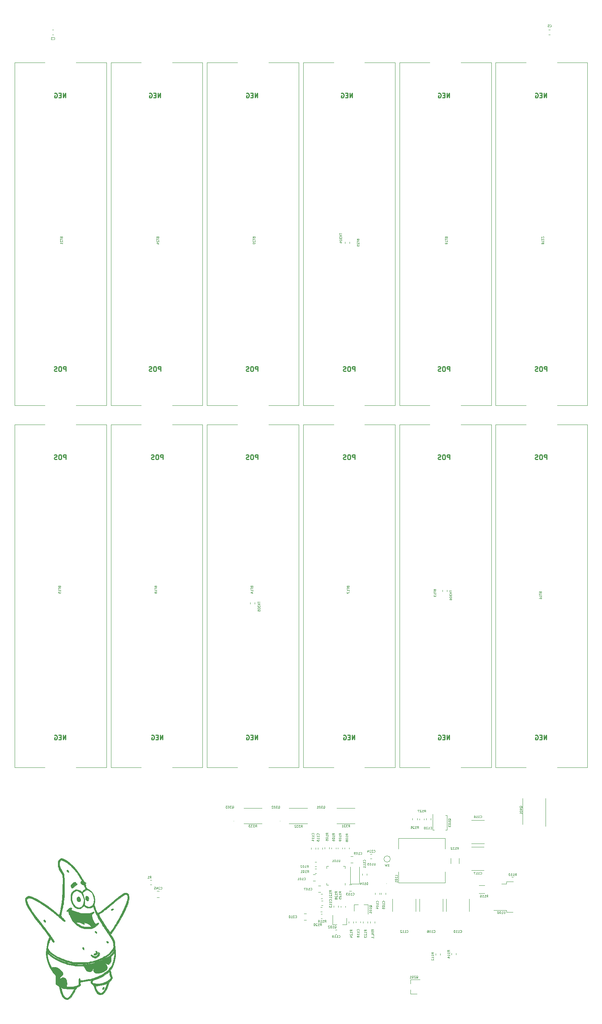
<source format=gbr>
G04 #@! TF.GenerationSoftware,KiCad,Pcbnew,(5.1.8)-1*
G04 #@! TF.CreationDate,2020-11-24T12:39:14-03:30*
G04 #@! TF.ProjectId,chum-bucket,6368756d-2d62-4756-936b-65742e6b6963,rev?*
G04 #@! TF.SameCoordinates,Original*
G04 #@! TF.FileFunction,Legend,Bot*
G04 #@! TF.FilePolarity,Positive*
%FSLAX46Y46*%
G04 Gerber Fmt 4.6, Leading zero omitted, Abs format (unit mm)*
G04 Created by KiCad (PCBNEW (5.1.8)-1) date 2020-11-24 12:39:14*
%MOMM*%
%LPD*%
G01*
G04 APERTURE LIST*
%ADD10C,0.250000*%
%ADD11C,0.010000*%
%ADD12C,0.120000*%
G04 APERTURE END LIST*
D10*
X199381904Y-109164380D02*
X199381904Y-108164380D01*
X199000952Y-108164380D01*
X198905714Y-108212000D01*
X198858095Y-108259619D01*
X198810476Y-108354857D01*
X198810476Y-108497714D01*
X198858095Y-108592952D01*
X198905714Y-108640571D01*
X199000952Y-108688190D01*
X199381904Y-108688190D01*
X198191428Y-108164380D02*
X198000952Y-108164380D01*
X197905714Y-108212000D01*
X197810476Y-108307238D01*
X197762857Y-108497714D01*
X197762857Y-108831047D01*
X197810476Y-109021523D01*
X197905714Y-109116761D01*
X198000952Y-109164380D01*
X198191428Y-109164380D01*
X198286666Y-109116761D01*
X198381904Y-109021523D01*
X198429523Y-108831047D01*
X198429523Y-108497714D01*
X198381904Y-108307238D01*
X198286666Y-108212000D01*
X198191428Y-108164380D01*
X197381904Y-109116761D02*
X197239047Y-109164380D01*
X197000952Y-109164380D01*
X196905714Y-109116761D01*
X196858095Y-109069142D01*
X196810476Y-108973904D01*
X196810476Y-108878666D01*
X196858095Y-108783428D01*
X196905714Y-108735809D01*
X197000952Y-108688190D01*
X197191428Y-108640571D01*
X197286666Y-108592952D01*
X197334285Y-108545333D01*
X197381904Y-108450095D01*
X197381904Y-108354857D01*
X197334285Y-108259619D01*
X197286666Y-108212000D01*
X197191428Y-108164380D01*
X196953333Y-108164380D01*
X196810476Y-108212000D01*
X177537904Y-109164380D02*
X177537904Y-108164380D01*
X177156952Y-108164380D01*
X177061714Y-108212000D01*
X177014095Y-108259619D01*
X176966476Y-108354857D01*
X176966476Y-108497714D01*
X177014095Y-108592952D01*
X177061714Y-108640571D01*
X177156952Y-108688190D01*
X177537904Y-108688190D01*
X176347428Y-108164380D02*
X176156952Y-108164380D01*
X176061714Y-108212000D01*
X175966476Y-108307238D01*
X175918857Y-108497714D01*
X175918857Y-108831047D01*
X175966476Y-109021523D01*
X176061714Y-109116761D01*
X176156952Y-109164380D01*
X176347428Y-109164380D01*
X176442666Y-109116761D01*
X176537904Y-109021523D01*
X176585523Y-108831047D01*
X176585523Y-108497714D01*
X176537904Y-108307238D01*
X176442666Y-108212000D01*
X176347428Y-108164380D01*
X175537904Y-109116761D02*
X175395047Y-109164380D01*
X175156952Y-109164380D01*
X175061714Y-109116761D01*
X175014095Y-109069142D01*
X174966476Y-108973904D01*
X174966476Y-108878666D01*
X175014095Y-108783428D01*
X175061714Y-108735809D01*
X175156952Y-108688190D01*
X175347428Y-108640571D01*
X175442666Y-108592952D01*
X175490285Y-108545333D01*
X175537904Y-108450095D01*
X175537904Y-108354857D01*
X175490285Y-108259619D01*
X175442666Y-108212000D01*
X175347428Y-108164380D01*
X175109333Y-108164380D01*
X174966476Y-108212000D01*
X156201904Y-109164380D02*
X156201904Y-108164380D01*
X155820952Y-108164380D01*
X155725714Y-108212000D01*
X155678095Y-108259619D01*
X155630476Y-108354857D01*
X155630476Y-108497714D01*
X155678095Y-108592952D01*
X155725714Y-108640571D01*
X155820952Y-108688190D01*
X156201904Y-108688190D01*
X155011428Y-108164380D02*
X154820952Y-108164380D01*
X154725714Y-108212000D01*
X154630476Y-108307238D01*
X154582857Y-108497714D01*
X154582857Y-108831047D01*
X154630476Y-109021523D01*
X154725714Y-109116761D01*
X154820952Y-109164380D01*
X155011428Y-109164380D01*
X155106666Y-109116761D01*
X155201904Y-109021523D01*
X155249523Y-108831047D01*
X155249523Y-108497714D01*
X155201904Y-108307238D01*
X155106666Y-108212000D01*
X155011428Y-108164380D01*
X154201904Y-109116761D02*
X154059047Y-109164380D01*
X153820952Y-109164380D01*
X153725714Y-109116761D01*
X153678095Y-109069142D01*
X153630476Y-108973904D01*
X153630476Y-108878666D01*
X153678095Y-108783428D01*
X153725714Y-108735809D01*
X153820952Y-108688190D01*
X154011428Y-108640571D01*
X154106666Y-108592952D01*
X154154285Y-108545333D01*
X154201904Y-108450095D01*
X154201904Y-108354857D01*
X154154285Y-108259619D01*
X154106666Y-108212000D01*
X154011428Y-108164380D01*
X153773333Y-108164380D01*
X153630476Y-108212000D01*
X134357904Y-109164380D02*
X134357904Y-108164380D01*
X133976952Y-108164380D01*
X133881714Y-108212000D01*
X133834095Y-108259619D01*
X133786476Y-108354857D01*
X133786476Y-108497714D01*
X133834095Y-108592952D01*
X133881714Y-108640571D01*
X133976952Y-108688190D01*
X134357904Y-108688190D01*
X133167428Y-108164380D02*
X132976952Y-108164380D01*
X132881714Y-108212000D01*
X132786476Y-108307238D01*
X132738857Y-108497714D01*
X132738857Y-108831047D01*
X132786476Y-109021523D01*
X132881714Y-109116761D01*
X132976952Y-109164380D01*
X133167428Y-109164380D01*
X133262666Y-109116761D01*
X133357904Y-109021523D01*
X133405523Y-108831047D01*
X133405523Y-108497714D01*
X133357904Y-108307238D01*
X133262666Y-108212000D01*
X133167428Y-108164380D01*
X132357904Y-109116761D02*
X132215047Y-109164380D01*
X131976952Y-109164380D01*
X131881714Y-109116761D01*
X131834095Y-109069142D01*
X131786476Y-108973904D01*
X131786476Y-108878666D01*
X131834095Y-108783428D01*
X131881714Y-108735809D01*
X131976952Y-108688190D01*
X132167428Y-108640571D01*
X132262666Y-108592952D01*
X132310285Y-108545333D01*
X132357904Y-108450095D01*
X132357904Y-108354857D01*
X132310285Y-108259619D01*
X132262666Y-108212000D01*
X132167428Y-108164380D01*
X131929333Y-108164380D01*
X131786476Y-108212000D01*
X112513904Y-109164380D02*
X112513904Y-108164380D01*
X112132952Y-108164380D01*
X112037714Y-108212000D01*
X111990095Y-108259619D01*
X111942476Y-108354857D01*
X111942476Y-108497714D01*
X111990095Y-108592952D01*
X112037714Y-108640571D01*
X112132952Y-108688190D01*
X112513904Y-108688190D01*
X111323428Y-108164380D02*
X111132952Y-108164380D01*
X111037714Y-108212000D01*
X110942476Y-108307238D01*
X110894857Y-108497714D01*
X110894857Y-108831047D01*
X110942476Y-109021523D01*
X111037714Y-109116761D01*
X111132952Y-109164380D01*
X111323428Y-109164380D01*
X111418666Y-109116761D01*
X111513904Y-109021523D01*
X111561523Y-108831047D01*
X111561523Y-108497714D01*
X111513904Y-108307238D01*
X111418666Y-108212000D01*
X111323428Y-108164380D01*
X110513904Y-109116761D02*
X110371047Y-109164380D01*
X110132952Y-109164380D01*
X110037714Y-109116761D01*
X109990095Y-109069142D01*
X109942476Y-108973904D01*
X109942476Y-108878666D01*
X109990095Y-108783428D01*
X110037714Y-108735809D01*
X110132952Y-108688190D01*
X110323428Y-108640571D01*
X110418666Y-108592952D01*
X110466285Y-108545333D01*
X110513904Y-108450095D01*
X110513904Y-108354857D01*
X110466285Y-108259619D01*
X110418666Y-108212000D01*
X110323428Y-108164380D01*
X110085333Y-108164380D01*
X109942476Y-108212000D01*
X91177904Y-109164380D02*
X91177904Y-108164380D01*
X90796952Y-108164380D01*
X90701714Y-108212000D01*
X90654095Y-108259619D01*
X90606476Y-108354857D01*
X90606476Y-108497714D01*
X90654095Y-108592952D01*
X90701714Y-108640571D01*
X90796952Y-108688190D01*
X91177904Y-108688190D01*
X89987428Y-108164380D02*
X89796952Y-108164380D01*
X89701714Y-108212000D01*
X89606476Y-108307238D01*
X89558857Y-108497714D01*
X89558857Y-108831047D01*
X89606476Y-109021523D01*
X89701714Y-109116761D01*
X89796952Y-109164380D01*
X89987428Y-109164380D01*
X90082666Y-109116761D01*
X90177904Y-109021523D01*
X90225523Y-108831047D01*
X90225523Y-108497714D01*
X90177904Y-108307238D01*
X90082666Y-108212000D01*
X89987428Y-108164380D01*
X89177904Y-109116761D02*
X89035047Y-109164380D01*
X88796952Y-109164380D01*
X88701714Y-109116761D01*
X88654095Y-109069142D01*
X88606476Y-108973904D01*
X88606476Y-108878666D01*
X88654095Y-108783428D01*
X88701714Y-108735809D01*
X88796952Y-108688190D01*
X88987428Y-108640571D01*
X89082666Y-108592952D01*
X89130285Y-108545333D01*
X89177904Y-108450095D01*
X89177904Y-108354857D01*
X89130285Y-108259619D01*
X89082666Y-108212000D01*
X88987428Y-108164380D01*
X88749333Y-108164380D01*
X88606476Y-108212000D01*
X199381904Y-128976380D02*
X199381904Y-127976380D01*
X199000952Y-127976380D01*
X198905714Y-128024000D01*
X198858095Y-128071619D01*
X198810476Y-128166857D01*
X198810476Y-128309714D01*
X198858095Y-128404952D01*
X198905714Y-128452571D01*
X199000952Y-128500190D01*
X199381904Y-128500190D01*
X198191428Y-127976380D02*
X198000952Y-127976380D01*
X197905714Y-128024000D01*
X197810476Y-128119238D01*
X197762857Y-128309714D01*
X197762857Y-128643047D01*
X197810476Y-128833523D01*
X197905714Y-128928761D01*
X198000952Y-128976380D01*
X198191428Y-128976380D01*
X198286666Y-128928761D01*
X198381904Y-128833523D01*
X198429523Y-128643047D01*
X198429523Y-128309714D01*
X198381904Y-128119238D01*
X198286666Y-128024000D01*
X198191428Y-127976380D01*
X197381904Y-128928761D02*
X197239047Y-128976380D01*
X197000952Y-128976380D01*
X196905714Y-128928761D01*
X196858095Y-128881142D01*
X196810476Y-128785904D01*
X196810476Y-128690666D01*
X196858095Y-128595428D01*
X196905714Y-128547809D01*
X197000952Y-128500190D01*
X197191428Y-128452571D01*
X197286666Y-128404952D01*
X197334285Y-128357333D01*
X197381904Y-128262095D01*
X197381904Y-128166857D01*
X197334285Y-128071619D01*
X197286666Y-128024000D01*
X197191428Y-127976380D01*
X196953333Y-127976380D01*
X196810476Y-128024000D01*
X177537904Y-128976380D02*
X177537904Y-127976380D01*
X177156952Y-127976380D01*
X177061714Y-128024000D01*
X177014095Y-128071619D01*
X176966476Y-128166857D01*
X176966476Y-128309714D01*
X177014095Y-128404952D01*
X177061714Y-128452571D01*
X177156952Y-128500190D01*
X177537904Y-128500190D01*
X176347428Y-127976380D02*
X176156952Y-127976380D01*
X176061714Y-128024000D01*
X175966476Y-128119238D01*
X175918857Y-128309714D01*
X175918857Y-128643047D01*
X175966476Y-128833523D01*
X176061714Y-128928761D01*
X176156952Y-128976380D01*
X176347428Y-128976380D01*
X176442666Y-128928761D01*
X176537904Y-128833523D01*
X176585523Y-128643047D01*
X176585523Y-128309714D01*
X176537904Y-128119238D01*
X176442666Y-128024000D01*
X176347428Y-127976380D01*
X175537904Y-128928761D02*
X175395047Y-128976380D01*
X175156952Y-128976380D01*
X175061714Y-128928761D01*
X175014095Y-128881142D01*
X174966476Y-128785904D01*
X174966476Y-128690666D01*
X175014095Y-128595428D01*
X175061714Y-128547809D01*
X175156952Y-128500190D01*
X175347428Y-128452571D01*
X175442666Y-128404952D01*
X175490285Y-128357333D01*
X175537904Y-128262095D01*
X175537904Y-128166857D01*
X175490285Y-128071619D01*
X175442666Y-128024000D01*
X175347428Y-127976380D01*
X175109333Y-127976380D01*
X174966476Y-128024000D01*
X156201904Y-128976380D02*
X156201904Y-127976380D01*
X155820952Y-127976380D01*
X155725714Y-128024000D01*
X155678095Y-128071619D01*
X155630476Y-128166857D01*
X155630476Y-128309714D01*
X155678095Y-128404952D01*
X155725714Y-128452571D01*
X155820952Y-128500190D01*
X156201904Y-128500190D01*
X155011428Y-127976380D02*
X154820952Y-127976380D01*
X154725714Y-128024000D01*
X154630476Y-128119238D01*
X154582857Y-128309714D01*
X154582857Y-128643047D01*
X154630476Y-128833523D01*
X154725714Y-128928761D01*
X154820952Y-128976380D01*
X155011428Y-128976380D01*
X155106666Y-128928761D01*
X155201904Y-128833523D01*
X155249523Y-128643047D01*
X155249523Y-128309714D01*
X155201904Y-128119238D01*
X155106666Y-128024000D01*
X155011428Y-127976380D01*
X154201904Y-128928761D02*
X154059047Y-128976380D01*
X153820952Y-128976380D01*
X153725714Y-128928761D01*
X153678095Y-128881142D01*
X153630476Y-128785904D01*
X153630476Y-128690666D01*
X153678095Y-128595428D01*
X153725714Y-128547809D01*
X153820952Y-128500190D01*
X154011428Y-128452571D01*
X154106666Y-128404952D01*
X154154285Y-128357333D01*
X154201904Y-128262095D01*
X154201904Y-128166857D01*
X154154285Y-128071619D01*
X154106666Y-128024000D01*
X154011428Y-127976380D01*
X153773333Y-127976380D01*
X153630476Y-128024000D01*
X134357904Y-128976380D02*
X134357904Y-127976380D01*
X133976952Y-127976380D01*
X133881714Y-128024000D01*
X133834095Y-128071619D01*
X133786476Y-128166857D01*
X133786476Y-128309714D01*
X133834095Y-128404952D01*
X133881714Y-128452571D01*
X133976952Y-128500190D01*
X134357904Y-128500190D01*
X133167428Y-127976380D02*
X132976952Y-127976380D01*
X132881714Y-128024000D01*
X132786476Y-128119238D01*
X132738857Y-128309714D01*
X132738857Y-128643047D01*
X132786476Y-128833523D01*
X132881714Y-128928761D01*
X132976952Y-128976380D01*
X133167428Y-128976380D01*
X133262666Y-128928761D01*
X133357904Y-128833523D01*
X133405523Y-128643047D01*
X133405523Y-128309714D01*
X133357904Y-128119238D01*
X133262666Y-128024000D01*
X133167428Y-127976380D01*
X132357904Y-128928761D02*
X132215047Y-128976380D01*
X131976952Y-128976380D01*
X131881714Y-128928761D01*
X131834095Y-128881142D01*
X131786476Y-128785904D01*
X131786476Y-128690666D01*
X131834095Y-128595428D01*
X131881714Y-128547809D01*
X131976952Y-128500190D01*
X132167428Y-128452571D01*
X132262666Y-128404952D01*
X132310285Y-128357333D01*
X132357904Y-128262095D01*
X132357904Y-128166857D01*
X132310285Y-128071619D01*
X132262666Y-128024000D01*
X132167428Y-127976380D01*
X131929333Y-127976380D01*
X131786476Y-128024000D01*
X113021904Y-128976380D02*
X113021904Y-127976380D01*
X112640952Y-127976380D01*
X112545714Y-128024000D01*
X112498095Y-128071619D01*
X112450476Y-128166857D01*
X112450476Y-128309714D01*
X112498095Y-128404952D01*
X112545714Y-128452571D01*
X112640952Y-128500190D01*
X113021904Y-128500190D01*
X111831428Y-127976380D02*
X111640952Y-127976380D01*
X111545714Y-128024000D01*
X111450476Y-128119238D01*
X111402857Y-128309714D01*
X111402857Y-128643047D01*
X111450476Y-128833523D01*
X111545714Y-128928761D01*
X111640952Y-128976380D01*
X111831428Y-128976380D01*
X111926666Y-128928761D01*
X112021904Y-128833523D01*
X112069523Y-128643047D01*
X112069523Y-128309714D01*
X112021904Y-128119238D01*
X111926666Y-128024000D01*
X111831428Y-127976380D01*
X111021904Y-128928761D02*
X110879047Y-128976380D01*
X110640952Y-128976380D01*
X110545714Y-128928761D01*
X110498095Y-128881142D01*
X110450476Y-128785904D01*
X110450476Y-128690666D01*
X110498095Y-128595428D01*
X110545714Y-128547809D01*
X110640952Y-128500190D01*
X110831428Y-128452571D01*
X110926666Y-128404952D01*
X110974285Y-128357333D01*
X111021904Y-128262095D01*
X111021904Y-128166857D01*
X110974285Y-128071619D01*
X110926666Y-128024000D01*
X110831428Y-127976380D01*
X110593333Y-127976380D01*
X110450476Y-128024000D01*
X91177904Y-128976380D02*
X91177904Y-127976380D01*
X90796952Y-127976380D01*
X90701714Y-128024000D01*
X90654095Y-128071619D01*
X90606476Y-128166857D01*
X90606476Y-128309714D01*
X90654095Y-128404952D01*
X90701714Y-128452571D01*
X90796952Y-128500190D01*
X91177904Y-128500190D01*
X89987428Y-127976380D02*
X89796952Y-127976380D01*
X89701714Y-128024000D01*
X89606476Y-128119238D01*
X89558857Y-128309714D01*
X89558857Y-128643047D01*
X89606476Y-128833523D01*
X89701714Y-128928761D01*
X89796952Y-128976380D01*
X89987428Y-128976380D01*
X90082666Y-128928761D01*
X90177904Y-128833523D01*
X90225523Y-128643047D01*
X90225523Y-128309714D01*
X90177904Y-128119238D01*
X90082666Y-128024000D01*
X89987428Y-127976380D01*
X89177904Y-128928761D02*
X89035047Y-128976380D01*
X88796952Y-128976380D01*
X88701714Y-128928761D01*
X88654095Y-128881142D01*
X88606476Y-128785904D01*
X88606476Y-128690666D01*
X88654095Y-128595428D01*
X88701714Y-128547809D01*
X88796952Y-128500190D01*
X88987428Y-128452571D01*
X89082666Y-128404952D01*
X89130285Y-128357333D01*
X89177904Y-128262095D01*
X89177904Y-128166857D01*
X89130285Y-128071619D01*
X89082666Y-128024000D01*
X88987428Y-127976380D01*
X88749333Y-127976380D01*
X88606476Y-128024000D01*
X199358095Y-47696380D02*
X199358095Y-46696380D01*
X198786666Y-47696380D01*
X198786666Y-46696380D01*
X198310476Y-47172571D02*
X197977142Y-47172571D01*
X197834285Y-47696380D02*
X198310476Y-47696380D01*
X198310476Y-46696380D01*
X197834285Y-46696380D01*
X196881904Y-46744000D02*
X196977142Y-46696380D01*
X197120000Y-46696380D01*
X197262857Y-46744000D01*
X197358095Y-46839238D01*
X197405714Y-46934476D01*
X197453333Y-47124952D01*
X197453333Y-47267809D01*
X197405714Y-47458285D01*
X197358095Y-47553523D01*
X197262857Y-47648761D01*
X197120000Y-47696380D01*
X197024761Y-47696380D01*
X196881904Y-47648761D01*
X196834285Y-47601142D01*
X196834285Y-47267809D01*
X197024761Y-47267809D01*
X177514095Y-47696380D02*
X177514095Y-46696380D01*
X176942666Y-47696380D01*
X176942666Y-46696380D01*
X176466476Y-47172571D02*
X176133142Y-47172571D01*
X175990285Y-47696380D02*
X176466476Y-47696380D01*
X176466476Y-46696380D01*
X175990285Y-46696380D01*
X175037904Y-46744000D02*
X175133142Y-46696380D01*
X175276000Y-46696380D01*
X175418857Y-46744000D01*
X175514095Y-46839238D01*
X175561714Y-46934476D01*
X175609333Y-47124952D01*
X175609333Y-47267809D01*
X175561714Y-47458285D01*
X175514095Y-47553523D01*
X175418857Y-47648761D01*
X175276000Y-47696380D01*
X175180761Y-47696380D01*
X175037904Y-47648761D01*
X174990285Y-47601142D01*
X174990285Y-47267809D01*
X175180761Y-47267809D01*
X155670095Y-47696380D02*
X155670095Y-46696380D01*
X155098666Y-47696380D01*
X155098666Y-46696380D01*
X154622476Y-47172571D02*
X154289142Y-47172571D01*
X154146285Y-47696380D02*
X154622476Y-47696380D01*
X154622476Y-46696380D01*
X154146285Y-46696380D01*
X153193904Y-46744000D02*
X153289142Y-46696380D01*
X153432000Y-46696380D01*
X153574857Y-46744000D01*
X153670095Y-46839238D01*
X153717714Y-46934476D01*
X153765333Y-47124952D01*
X153765333Y-47267809D01*
X153717714Y-47458285D01*
X153670095Y-47553523D01*
X153574857Y-47648761D01*
X153432000Y-47696380D01*
X153336761Y-47696380D01*
X153193904Y-47648761D01*
X153146285Y-47601142D01*
X153146285Y-47267809D01*
X153336761Y-47267809D01*
X134334095Y-47696380D02*
X134334095Y-46696380D01*
X133762666Y-47696380D01*
X133762666Y-46696380D01*
X133286476Y-47172571D02*
X132953142Y-47172571D01*
X132810285Y-47696380D02*
X133286476Y-47696380D01*
X133286476Y-46696380D01*
X132810285Y-46696380D01*
X131857904Y-46744000D02*
X131953142Y-46696380D01*
X132096000Y-46696380D01*
X132238857Y-46744000D01*
X132334095Y-46839238D01*
X132381714Y-46934476D01*
X132429333Y-47124952D01*
X132429333Y-47267809D01*
X132381714Y-47458285D01*
X132334095Y-47553523D01*
X132238857Y-47648761D01*
X132096000Y-47696380D01*
X132000761Y-47696380D01*
X131857904Y-47648761D01*
X131810285Y-47601142D01*
X131810285Y-47267809D01*
X132000761Y-47267809D01*
X112490095Y-47696380D02*
X112490095Y-46696380D01*
X111918666Y-47696380D01*
X111918666Y-46696380D01*
X111442476Y-47172571D02*
X111109142Y-47172571D01*
X110966285Y-47696380D02*
X111442476Y-47696380D01*
X111442476Y-46696380D01*
X110966285Y-46696380D01*
X110013904Y-46744000D02*
X110109142Y-46696380D01*
X110252000Y-46696380D01*
X110394857Y-46744000D01*
X110490095Y-46839238D01*
X110537714Y-46934476D01*
X110585333Y-47124952D01*
X110585333Y-47267809D01*
X110537714Y-47458285D01*
X110490095Y-47553523D01*
X110394857Y-47648761D01*
X110252000Y-47696380D01*
X110156761Y-47696380D01*
X110013904Y-47648761D01*
X109966285Y-47601142D01*
X109966285Y-47267809D01*
X110156761Y-47267809D01*
X91154095Y-47696380D02*
X91154095Y-46696380D01*
X90582666Y-47696380D01*
X90582666Y-46696380D01*
X90106476Y-47172571D02*
X89773142Y-47172571D01*
X89630285Y-47696380D02*
X90106476Y-47696380D01*
X90106476Y-46696380D01*
X89630285Y-46696380D01*
X88677904Y-46744000D02*
X88773142Y-46696380D01*
X88916000Y-46696380D01*
X89058857Y-46744000D01*
X89154095Y-46839238D01*
X89201714Y-46934476D01*
X89249333Y-47124952D01*
X89249333Y-47267809D01*
X89201714Y-47458285D01*
X89154095Y-47553523D01*
X89058857Y-47648761D01*
X88916000Y-47696380D01*
X88820761Y-47696380D01*
X88677904Y-47648761D01*
X88630285Y-47601142D01*
X88630285Y-47267809D01*
X88820761Y-47267809D01*
X199358095Y-191968380D02*
X199358095Y-190968380D01*
X198786666Y-191968380D01*
X198786666Y-190968380D01*
X198310476Y-191444571D02*
X197977142Y-191444571D01*
X197834285Y-191968380D02*
X198310476Y-191968380D01*
X198310476Y-190968380D01*
X197834285Y-190968380D01*
X196881904Y-191016000D02*
X196977142Y-190968380D01*
X197120000Y-190968380D01*
X197262857Y-191016000D01*
X197358095Y-191111238D01*
X197405714Y-191206476D01*
X197453333Y-191396952D01*
X197453333Y-191539809D01*
X197405714Y-191730285D01*
X197358095Y-191825523D01*
X197262857Y-191920761D01*
X197120000Y-191968380D01*
X197024761Y-191968380D01*
X196881904Y-191920761D01*
X196834285Y-191873142D01*
X196834285Y-191539809D01*
X197024761Y-191539809D01*
X177514095Y-191968380D02*
X177514095Y-190968380D01*
X176942666Y-191968380D01*
X176942666Y-190968380D01*
X176466476Y-191444571D02*
X176133142Y-191444571D01*
X175990285Y-191968380D02*
X176466476Y-191968380D01*
X176466476Y-190968380D01*
X175990285Y-190968380D01*
X175037904Y-191016000D02*
X175133142Y-190968380D01*
X175276000Y-190968380D01*
X175418857Y-191016000D01*
X175514095Y-191111238D01*
X175561714Y-191206476D01*
X175609333Y-191396952D01*
X175609333Y-191539809D01*
X175561714Y-191730285D01*
X175514095Y-191825523D01*
X175418857Y-191920761D01*
X175276000Y-191968380D01*
X175180761Y-191968380D01*
X175037904Y-191920761D01*
X174990285Y-191873142D01*
X174990285Y-191539809D01*
X175180761Y-191539809D01*
X156178095Y-191968380D02*
X156178095Y-190968380D01*
X155606666Y-191968380D01*
X155606666Y-190968380D01*
X155130476Y-191444571D02*
X154797142Y-191444571D01*
X154654285Y-191968380D02*
X155130476Y-191968380D01*
X155130476Y-190968380D01*
X154654285Y-190968380D01*
X153701904Y-191016000D02*
X153797142Y-190968380D01*
X153940000Y-190968380D01*
X154082857Y-191016000D01*
X154178095Y-191111238D01*
X154225714Y-191206476D01*
X154273333Y-191396952D01*
X154273333Y-191539809D01*
X154225714Y-191730285D01*
X154178095Y-191825523D01*
X154082857Y-191920761D01*
X153940000Y-191968380D01*
X153844761Y-191968380D01*
X153701904Y-191920761D01*
X153654285Y-191873142D01*
X153654285Y-191539809D01*
X153844761Y-191539809D01*
X134334095Y-191968380D02*
X134334095Y-190968380D01*
X133762666Y-191968380D01*
X133762666Y-190968380D01*
X133286476Y-191444571D02*
X132953142Y-191444571D01*
X132810285Y-191968380D02*
X133286476Y-191968380D01*
X133286476Y-190968380D01*
X132810285Y-190968380D01*
X131857904Y-191016000D02*
X131953142Y-190968380D01*
X132096000Y-190968380D01*
X132238857Y-191016000D01*
X132334095Y-191111238D01*
X132381714Y-191206476D01*
X132429333Y-191396952D01*
X132429333Y-191539809D01*
X132381714Y-191730285D01*
X132334095Y-191825523D01*
X132238857Y-191920761D01*
X132096000Y-191968380D01*
X132000761Y-191968380D01*
X131857904Y-191920761D01*
X131810285Y-191873142D01*
X131810285Y-191539809D01*
X132000761Y-191539809D01*
X112998095Y-191968380D02*
X112998095Y-190968380D01*
X112426666Y-191968380D01*
X112426666Y-190968380D01*
X111950476Y-191444571D02*
X111617142Y-191444571D01*
X111474285Y-191968380D02*
X111950476Y-191968380D01*
X111950476Y-190968380D01*
X111474285Y-190968380D01*
X110521904Y-191016000D02*
X110617142Y-190968380D01*
X110760000Y-190968380D01*
X110902857Y-191016000D01*
X110998095Y-191111238D01*
X111045714Y-191206476D01*
X111093333Y-191396952D01*
X111093333Y-191539809D01*
X111045714Y-191730285D01*
X110998095Y-191825523D01*
X110902857Y-191920761D01*
X110760000Y-191968380D01*
X110664761Y-191968380D01*
X110521904Y-191920761D01*
X110474285Y-191873142D01*
X110474285Y-191539809D01*
X110664761Y-191539809D01*
X91154095Y-191968380D02*
X91154095Y-190968380D01*
X90582666Y-191968380D01*
X90582666Y-190968380D01*
X90106476Y-191444571D02*
X89773142Y-191444571D01*
X89630285Y-191968380D02*
X90106476Y-191968380D01*
X90106476Y-190968380D01*
X89630285Y-190968380D01*
X88677904Y-191016000D02*
X88773142Y-190968380D01*
X88916000Y-190968380D01*
X89058857Y-191016000D01*
X89154095Y-191111238D01*
X89201714Y-191206476D01*
X89249333Y-191396952D01*
X89249333Y-191539809D01*
X89201714Y-191730285D01*
X89154095Y-191825523D01*
X89058857Y-191920761D01*
X88916000Y-191968380D01*
X88820761Y-191968380D01*
X88677904Y-191920761D01*
X88630285Y-191873142D01*
X88630285Y-191539809D01*
X88820761Y-191539809D01*
D11*
G36*
X89920596Y-218728229D02*
G01*
X89669821Y-218949833D01*
X89503247Y-219217600D01*
X89454306Y-219392788D01*
X89423269Y-219660162D01*
X89410513Y-219968928D01*
X89416415Y-220268291D01*
X89441354Y-220507455D01*
X89485707Y-220635626D01*
X89492667Y-220641333D01*
X89559359Y-220758607D01*
X89577333Y-220890829D01*
X89624008Y-221063656D01*
X89745100Y-221311211D01*
X89879329Y-221527023D01*
X90072428Y-221812538D01*
X90222405Y-222057986D01*
X90334104Y-222289943D01*
X90412371Y-222534989D01*
X90462050Y-222819701D01*
X90487988Y-223170658D01*
X90495027Y-223614437D01*
X90488014Y-224177617D01*
X90474141Y-224790000D01*
X90448181Y-225708933D01*
X90416235Y-226498676D01*
X90374816Y-227199355D01*
X90320440Y-227851096D01*
X90249621Y-228494023D01*
X90158875Y-229168262D01*
X90044715Y-229913939D01*
X90010844Y-230124000D01*
X89925002Y-230574316D01*
X89828679Y-230951467D01*
X89732955Y-231214042D01*
X89705477Y-231265150D01*
X89662205Y-231304998D01*
X89589677Y-231293877D01*
X89462065Y-231216612D01*
X89253543Y-231058027D01*
X88988133Y-230843667D01*
X88697023Y-230607062D01*
X88387452Y-230356862D01*
X88275676Y-230266957D01*
X88049002Y-230084810D01*
X87860204Y-229932713D01*
X87793846Y-229879044D01*
X87062344Y-229318904D01*
X86266528Y-228768255D01*
X85452158Y-228255964D01*
X84664995Y-227810898D01*
X83989333Y-227478993D01*
X83506276Y-227274804D01*
X83139366Y-227152825D01*
X82857780Y-227111162D01*
X82630694Y-227147920D01*
X82427285Y-227261205D01*
X82293414Y-227374749D01*
X82138614Y-227531481D01*
X82062614Y-227669258D01*
X82045731Y-227852068D01*
X82065547Y-228115582D01*
X82129252Y-228486227D01*
X82238906Y-228884729D01*
X82305244Y-229065667D01*
X82473150Y-229411416D01*
X82727508Y-229859107D01*
X83048529Y-230378822D01*
X83416427Y-230940642D01*
X83811413Y-231514651D01*
X84213700Y-232070929D01*
X84603499Y-232579559D01*
X84747205Y-232757748D01*
X84874397Y-232913236D01*
X84990714Y-233056960D01*
X85117962Y-233216470D01*
X85277946Y-233419316D01*
X85492472Y-233693048D01*
X85783345Y-234065216D01*
X85879243Y-234188000D01*
X86139712Y-234521314D01*
X86368961Y-234814295D01*
X86543213Y-235036584D01*
X86638694Y-235157820D01*
X86641756Y-235161667D01*
X86991492Y-235609357D01*
X87253794Y-235964891D01*
X87421515Y-236217926D01*
X87487507Y-236358122D01*
X87483968Y-236380143D01*
X87394999Y-236531415D01*
X87286368Y-236808257D01*
X87170690Y-237170012D01*
X87060578Y-237576020D01*
X86968648Y-237985623D01*
X86942631Y-238125000D01*
X86801311Y-239124413D01*
X86752418Y-240011849D01*
X86799042Y-240819180D01*
X86944273Y-241578279D01*
X87191199Y-242321016D01*
X87394037Y-242781667D01*
X87720711Y-243418375D01*
X88034904Y-243926495D01*
X88360626Y-244342794D01*
X88532966Y-244525654D01*
X88744275Y-244773196D01*
X88877745Y-245035817D01*
X88943823Y-245354647D01*
X88952958Y-245770815D01*
X88933974Y-246104223D01*
X88911608Y-246513245D01*
X88927498Y-246791705D01*
X88996223Y-246976710D01*
X89132363Y-247105370D01*
X89350497Y-247214791D01*
X89374246Y-247224795D01*
X89591506Y-247364087D01*
X89717788Y-247590626D01*
X89740348Y-247664403D01*
X89798901Y-247903993D01*
X89829567Y-248085446D01*
X89830861Y-248109655D01*
X89859735Y-248281096D01*
X89934866Y-248554263D01*
X90040217Y-248873427D01*
X90088433Y-249004667D01*
X90271169Y-249436684D01*
X90456061Y-249753372D01*
X90675461Y-250006021D01*
X90779324Y-250099949D01*
X91134538Y-250332313D01*
X91477580Y-250399675D01*
X91829349Y-250303108D01*
X92055470Y-250165366D01*
X92314338Y-249940271D01*
X92567921Y-249632997D01*
X92832013Y-249220360D01*
X93122406Y-248679176D01*
X93264279Y-248390833D01*
X93425624Y-248078259D01*
X93048667Y-248078259D01*
X93001352Y-248187733D01*
X92964000Y-248200333D01*
X92895210Y-248271246D01*
X92879333Y-248369667D01*
X92852179Y-248507365D01*
X92814640Y-248539000D01*
X92742139Y-248608451D01*
X92638850Y-248782236D01*
X92602583Y-248856500D01*
X92416581Y-249223275D01*
X92237307Y-249490817D01*
X92070023Y-249677023D01*
X91752799Y-249940449D01*
X91475324Y-250046158D01*
X91220321Y-249995877D01*
X90970510Y-249791328D01*
X90966771Y-249787159D01*
X90642577Y-249340639D01*
X90402462Y-248841636D01*
X90281649Y-248375985D01*
X90233418Y-248118267D01*
X90171181Y-247924580D01*
X90146238Y-247880787D01*
X90100607Y-247752451D01*
X90172917Y-247705647D01*
X90273787Y-247751674D01*
X90440102Y-247820398D01*
X90732891Y-247885820D01*
X91109305Y-247942925D01*
X91526493Y-247986701D01*
X91941606Y-248012132D01*
X92311794Y-248014205D01*
X92450305Y-248006350D01*
X92770082Y-247985642D01*
X92954499Y-247992871D01*
X93035810Y-248031913D01*
X93048667Y-248078259D01*
X93425624Y-248078259D01*
X93481187Y-247970619D01*
X93650122Y-247709551D01*
X93770239Y-247608904D01*
X93781663Y-247607667D01*
X93932885Y-247558788D01*
X94142224Y-247436478D01*
X94214726Y-247384152D01*
X94397845Y-247228174D01*
X94471882Y-247087720D01*
X94469329Y-246885408D01*
X94458749Y-246803000D01*
X94409730Y-246445363D01*
X94851032Y-246393973D01*
X95305007Y-246334887D01*
X95801452Y-246260425D01*
X96267279Y-246182115D01*
X96595353Y-246118851D01*
X96882372Y-246057759D01*
X96825447Y-246361196D01*
X96806988Y-246595396D01*
X96878723Y-246758124D01*
X96956559Y-246839816D01*
X97124552Y-246965644D01*
X97252233Y-247015000D01*
X97337498Y-247089068D01*
X97426255Y-247275720D01*
X97457257Y-247374833D01*
X97689846Y-248081426D01*
X97961259Y-248628975D01*
X98269847Y-249016018D01*
X98613963Y-249241095D01*
X98991960Y-249302747D01*
X99402189Y-249199511D01*
X99476528Y-249164705D01*
X99735241Y-248968867D01*
X100010817Y-248649108D01*
X100277426Y-248245371D01*
X100509244Y-247797599D01*
X100680441Y-247345733D01*
X100702300Y-247269000D01*
X100800174Y-246931653D01*
X100417262Y-246931653D01*
X100356206Y-247130870D01*
X100339878Y-247164315D01*
X100158001Y-247569330D01*
X100027577Y-247946333D01*
X99963145Y-248121630D01*
X99912343Y-248200333D01*
X99831454Y-248291749D01*
X99700791Y-248465808D01*
X99663989Y-248517833D01*
X99512577Y-248694080D01*
X99376586Y-248788157D01*
X99350568Y-248793000D01*
X99241647Y-248840598D01*
X99229333Y-248877667D01*
X99167097Y-248958175D01*
X99012254Y-248955711D01*
X98812602Y-248881960D01*
X98615942Y-248748605D01*
X98585724Y-248720334D01*
X98310073Y-248432618D01*
X98137933Y-248206354D01*
X98039391Y-247998725D01*
X98010287Y-247896629D01*
X97952951Y-247667857D01*
X97909933Y-247510210D01*
X97916296Y-247421191D01*
X98024137Y-247367508D01*
X98267026Y-247332726D01*
X98273787Y-247332082D01*
X99156833Y-247203116D01*
X99892144Y-246997528D01*
X100266500Y-246835071D01*
X100385196Y-246823343D01*
X100417262Y-246931653D01*
X100800174Y-246931653D01*
X100824487Y-246847855D01*
X100939467Y-246546480D01*
X101070793Y-246318128D01*
X101242017Y-246116054D01*
X101324173Y-246034773D01*
X101568244Y-245760685D01*
X101671855Y-245519125D01*
X101661354Y-245416391D01*
X101265507Y-245416391D01*
X101254663Y-245571493D01*
X101110484Y-245764676D01*
X100859817Y-245979103D01*
X100529508Y-246197935D01*
X100146402Y-246404337D01*
X99737345Y-246581471D01*
X99329185Y-246712500D01*
X99129046Y-246756321D01*
X98775265Y-246796901D01*
X98368413Y-246809538D01*
X97959566Y-246796409D01*
X97599802Y-246759691D01*
X97340196Y-246701561D01*
X97284587Y-246677718D01*
X97140624Y-246524631D01*
X97128696Y-246398267D01*
X97185060Y-246264201D01*
X97331405Y-246142120D01*
X97597365Y-246011213D01*
X97790000Y-245933810D01*
X98564097Y-245612056D01*
X99292055Y-245263917D01*
X99937757Y-244908300D01*
X100465086Y-244564111D01*
X100596184Y-244464818D01*
X100819253Y-244296520D01*
X100942812Y-244237315D01*
X100995843Y-244286006D01*
X101007328Y-244441393D01*
X101007333Y-244447822D01*
X101041373Y-244721349D01*
X101127785Y-245057833D01*
X101243006Y-245368879D01*
X101265507Y-245416391D01*
X101661354Y-245416391D01*
X101646090Y-245267071D01*
X101568979Y-245084629D01*
X101491653Y-244880403D01*
X101407342Y-244580160D01*
X101345580Y-244303620D01*
X101237869Y-243751240D01*
X101503603Y-243372287D01*
X101806514Y-242834356D01*
X102058279Y-242179409D01*
X102248873Y-241454697D01*
X102368271Y-240707469D01*
X102399349Y-240119319D01*
X102108000Y-240119319D01*
X102088562Y-240377784D01*
X102033970Y-240765692D01*
X101949810Y-241248123D01*
X101841667Y-241790161D01*
X101837895Y-241808000D01*
X101744692Y-242155215D01*
X101620083Y-242511537D01*
X101578326Y-242610904D01*
X101413684Y-242886667D01*
X101152759Y-243223398D01*
X100834222Y-243579786D01*
X100496744Y-243914519D01*
X100178997Y-244186286D01*
X99972399Y-244326481D01*
X99776938Y-244450843D01*
X99663868Y-244550865D01*
X99652667Y-244575257D01*
X99583870Y-244636602D01*
X99525667Y-244644333D01*
X99412848Y-244679033D01*
X99398667Y-244708332D01*
X99328980Y-244780825D01*
X99157816Y-244875660D01*
X99123500Y-244890952D01*
X98881865Y-244998603D01*
X98579384Y-245137850D01*
X98430321Y-245207954D01*
X98167920Y-245320067D01*
X97949332Y-245391990D01*
X97863818Y-245406333D01*
X97708389Y-245449158D01*
X97663000Y-245491000D01*
X97543660Y-245561958D01*
X97445188Y-245575667D01*
X97224735Y-245616024D01*
X97132685Y-245653930D01*
X96973916Y-245706342D01*
X96685742Y-245772551D01*
X96306823Y-245845669D01*
X95875819Y-245918805D01*
X95431390Y-245985068D01*
X95012196Y-246037571D01*
X94932500Y-246046048D01*
X94644625Y-246072620D01*
X94486363Y-246069528D01*
X94418941Y-246024995D01*
X94403584Y-245927242D01*
X94403333Y-245885310D01*
X94365024Y-245695862D01*
X94274235Y-245592009D01*
X94167178Y-245614525D01*
X94164867Y-245616797D01*
X94137862Y-245723343D01*
X94117586Y-245954640D01*
X94107517Y-246266135D01*
X94107000Y-246357807D01*
X94107000Y-247040729D01*
X93770919Y-247215141D01*
X93488279Y-247339001D01*
X93174171Y-247424366D01*
X92789400Y-247477796D01*
X92294769Y-247505850D01*
X91994567Y-247512402D01*
X91630021Y-247512726D01*
X91413464Y-247499292D01*
X91323897Y-247469190D01*
X91338400Y-247421400D01*
X91398986Y-247272217D01*
X91431642Y-247010309D01*
X91436990Y-246689859D01*
X91415653Y-246365050D01*
X91368252Y-246090065D01*
X91321610Y-245959493D01*
X91082864Y-245622695D01*
X90804249Y-245443249D01*
X90497611Y-245425117D01*
X90174793Y-245572263D01*
X90171427Y-245574650D01*
X89992270Y-245679131D01*
X89883132Y-245671160D01*
X89847858Y-245637910D01*
X89812149Y-245506532D01*
X89911584Y-245343852D01*
X90156025Y-245135598D01*
X90233500Y-245079959D01*
X90422481Y-244915001D01*
X90498647Y-244729969D01*
X90508667Y-244564157D01*
X90496357Y-244399442D01*
X90443540Y-244254048D01*
X90326385Y-244092292D01*
X90121061Y-243878493D01*
X89926230Y-243692069D01*
X89528118Y-243353383D01*
X89176173Y-243147371D01*
X88831420Y-243060335D01*
X88454888Y-243078575D01*
X88280683Y-243113676D01*
X87957699Y-243189641D01*
X87701490Y-242625820D01*
X87563981Y-242326192D01*
X87445368Y-242072986D01*
X87370368Y-241918942D01*
X87368307Y-241914982D01*
X87304982Y-241709169D01*
X87291333Y-241572082D01*
X87261749Y-241383261D01*
X87217539Y-241295767D01*
X87173154Y-241175351D01*
X87128347Y-240937875D01*
X87093580Y-240642287D01*
X87043416Y-240069242D01*
X87400208Y-240345954D01*
X87608312Y-240509719D01*
X87756672Y-240630856D01*
X87799333Y-240669079D01*
X87975059Y-240814344D01*
X88269636Y-241008210D01*
X88647040Y-241230807D01*
X89071248Y-241462270D01*
X89506239Y-241682728D01*
X89915988Y-241872315D01*
X90170000Y-241976588D01*
X90429793Y-242079617D01*
X90641020Y-242170346D01*
X90698018Y-242197691D01*
X90912966Y-242264287D01*
X91010521Y-242273667D01*
X91169887Y-242307620D01*
X91222300Y-242348571D01*
X91332034Y-242419264D01*
X91502464Y-242471781D01*
X91730196Y-242519953D01*
X92025597Y-242583818D01*
X92138500Y-242608543D01*
X92649503Y-242716298D01*
X93059788Y-242788199D01*
X93432394Y-242831485D01*
X93830363Y-242853394D01*
X94316734Y-242861162D01*
X94339833Y-242861286D01*
X94774495Y-242866986D01*
X95065537Y-242881084D01*
X95238596Y-242906916D01*
X95319310Y-242947820D01*
X95334667Y-242990758D01*
X95378721Y-243150559D01*
X95487545Y-243382260D01*
X95626131Y-243620947D01*
X95759474Y-243801704D01*
X95786890Y-243829330D01*
X96100234Y-244035976D01*
X96439180Y-244132830D01*
X96758893Y-244115753D01*
X97014539Y-243980602D01*
X97048185Y-243945833D01*
X97199343Y-243736797D01*
X97288854Y-243564833D01*
X97378427Y-243417896D01*
X97452217Y-243374333D01*
X97496313Y-243427515D01*
X97447113Y-243551552D01*
X97391475Y-243822038D01*
X97481020Y-244107218D01*
X97637657Y-244303323D01*
X97859125Y-244415857D01*
X98185790Y-244471489D01*
X98562557Y-244467924D01*
X98934335Y-244402866D01*
X99060000Y-244362600D01*
X99426378Y-244217740D01*
X99738945Y-244077392D01*
X99964978Y-243957667D01*
X100071752Y-243874678D01*
X100076000Y-243862360D01*
X100142336Y-243800922D01*
X100172500Y-243797667D01*
X100324249Y-243720128D01*
X100438006Y-243514051D01*
X100494014Y-243219249D01*
X100496641Y-243144446D01*
X100466606Y-242863850D01*
X100348185Y-242627156D01*
X100234066Y-242485436D01*
X100090227Y-242298037D01*
X100022692Y-242161162D01*
X100027003Y-242125108D01*
X100114029Y-242128570D01*
X100146037Y-242165327D01*
X100293112Y-242300321D01*
X100516646Y-242415642D01*
X100736200Y-242474990D01*
X100823893Y-242471221D01*
X100961605Y-242380606D01*
X101124390Y-242202357D01*
X101165062Y-242146250D01*
X101275560Y-241955213D01*
X101297533Y-241874669D01*
X98265892Y-241874669D01*
X98214651Y-241917941D01*
X98039685Y-241989064D01*
X97815907Y-242061316D01*
X97510931Y-242152580D01*
X97242117Y-242235172D01*
X97112667Y-242276499D01*
X96938880Y-242315661D01*
X96645015Y-242363529D01*
X96279557Y-242412670D01*
X96054333Y-242438777D01*
X95663452Y-242481358D01*
X95309767Y-242519952D01*
X95044507Y-242548966D01*
X94953667Y-242558946D01*
X94631642Y-242585470D01*
X94319193Y-242587552D01*
X93970554Y-242562146D01*
X93539961Y-242506207D01*
X93091000Y-242434982D01*
X92667294Y-242364428D01*
X92279573Y-242299553D01*
X91972601Y-242247866D01*
X91799049Y-242218255D01*
X91596052Y-242164361D01*
X91479322Y-242098931D01*
X91476552Y-242094979D01*
X91363924Y-242034941D01*
X91240270Y-242019667D01*
X91053456Y-241991683D01*
X90970100Y-241952082D01*
X90850401Y-241889173D01*
X90625380Y-241797355D01*
X90424000Y-241724515D01*
X90208354Y-241646497D01*
X89995819Y-241558661D01*
X89754877Y-241445648D01*
X89454011Y-241292098D01*
X89061701Y-241082651D01*
X88673085Y-240871220D01*
X88396916Y-240703460D01*
X88083958Y-240487446D01*
X87768428Y-240250179D01*
X87484543Y-240018658D01*
X87266521Y-239819882D01*
X87148578Y-239680852D01*
X87139515Y-239661133D01*
X87182211Y-239661841D01*
X87327491Y-239756015D01*
X87550118Y-239926055D01*
X87725019Y-240069488D01*
X88311349Y-240499356D01*
X89014454Y-240909802D01*
X89280252Y-241043685D01*
X89890808Y-241337039D01*
X90387122Y-241567466D01*
X90806449Y-241747683D01*
X91186047Y-241890405D01*
X91563171Y-242008350D01*
X91975077Y-242114235D01*
X92459023Y-242220774D01*
X93052263Y-242340687D01*
X93118626Y-242353822D01*
X93735815Y-242431342D01*
X94466153Y-242450500D01*
X95265240Y-242415000D01*
X96088678Y-242328548D01*
X96892066Y-242194849D01*
X97631005Y-242017605D01*
X97816652Y-241961836D01*
X98057207Y-241895748D01*
X98223962Y-241868354D01*
X98265892Y-241874669D01*
X101297533Y-241874669D01*
X101329744Y-241756602D01*
X101340380Y-241486485D01*
X101333304Y-241303604D01*
X101323929Y-240995340D01*
X101344055Y-240802691D01*
X101406863Y-240672730D01*
X101518859Y-240558422D01*
X101727398Y-240350239D01*
X101920488Y-240124415D01*
X102108000Y-239880164D01*
X102108000Y-240119319D01*
X102399349Y-240119319D01*
X102406448Y-239984972D01*
X102357608Y-239367571D01*
X102061714Y-239367571D01*
X101974632Y-239516546D01*
X101825903Y-239723147D01*
X101641355Y-239953266D01*
X101446812Y-240172793D01*
X101292058Y-240326333D01*
X100918911Y-240633217D01*
X100497580Y-240912910D01*
X99982684Y-241193879D01*
X99652667Y-241354781D01*
X99229936Y-241553534D01*
X98931638Y-241689844D01*
X98729841Y-241775156D01*
X98596614Y-241820913D01*
X98504023Y-241838556D01*
X98467333Y-241840383D01*
X98461862Y-241811474D01*
X98584033Y-241735604D01*
X98721333Y-241668862D01*
X99347531Y-241377789D01*
X99847992Y-241126270D01*
X100255122Y-240893319D01*
X100601326Y-240657951D01*
X100919010Y-240399179D01*
X101240578Y-240096019D01*
X101401090Y-239933448D01*
X101658405Y-239673778D01*
X101872739Y-239467115D01*
X102016806Y-239339212D01*
X102061325Y-239310333D01*
X102061714Y-239367571D01*
X102357608Y-239367571D01*
X102356428Y-239352667D01*
X102304436Y-238963249D01*
X102260873Y-238509813D01*
X101924756Y-238509813D01*
X101901394Y-238715488D01*
X101812741Y-238910697D01*
X101744579Y-239020485D01*
X101470837Y-239383669D01*
X101097730Y-239793120D01*
X100667774Y-240202676D01*
X100605028Y-240257772D01*
X100429334Y-240382281D01*
X100141477Y-240556873D01*
X99782399Y-240759300D01*
X99393044Y-240967312D01*
X99014355Y-241158660D01*
X98687275Y-241311095D01*
X98594333Y-241350417D01*
X98205273Y-241506092D01*
X97936108Y-241605266D01*
X97751612Y-241659340D01*
X97616560Y-241679717D01*
X97572990Y-241681000D01*
X97397831Y-241713793D01*
X97324333Y-241765667D01*
X97214519Y-241817403D01*
X97000279Y-241847352D01*
X96901000Y-241850333D01*
X96663312Y-241868097D01*
X96504474Y-241912764D01*
X96477667Y-241935000D01*
X96375827Y-241964040D01*
X96118499Y-241987639D01*
X95719459Y-242005184D01*
X95192481Y-242016062D01*
X94572667Y-242019667D01*
X93934841Y-242015833D01*
X93411599Y-242004739D01*
X93016719Y-241986999D01*
X92763976Y-241963223D01*
X92667667Y-241935000D01*
X92554877Y-241877335D01*
X92350458Y-241850567D01*
X92329000Y-241850333D01*
X92119880Y-241827521D01*
X91995019Y-241771968D01*
X91990333Y-241765667D01*
X91871585Y-241695941D01*
X91763867Y-241681000D01*
X91587156Y-241655076D01*
X91338480Y-241589545D01*
X91072525Y-241502768D01*
X90843976Y-241413104D01*
X90707519Y-241338914D01*
X90692111Y-241321167D01*
X90594651Y-241263220D01*
X90542796Y-241257667D01*
X90366508Y-241219714D01*
X90274685Y-241180358D01*
X90003362Y-241045075D01*
X89702273Y-240906053D01*
X89417363Y-240783143D01*
X89194575Y-240696200D01*
X89082061Y-240665000D01*
X88989892Y-240607631D01*
X88984667Y-240580333D01*
X88917341Y-240502542D01*
X88873632Y-240495667D01*
X88732546Y-240442025D01*
X88594603Y-240339157D01*
X88436374Y-240209202D01*
X88336005Y-240148657D01*
X88197334Y-240060186D01*
X87996455Y-239890563D01*
X87769625Y-239676011D01*
X87553096Y-239452753D01*
X87383125Y-239257011D01*
X87295965Y-239125008D01*
X87291333Y-239104902D01*
X87247489Y-238988285D01*
X87206667Y-238971667D01*
X87153325Y-238896628D01*
X87123970Y-238709488D01*
X87122000Y-238637997D01*
X87141681Y-238412552D01*
X87190564Y-238268047D01*
X87206667Y-238252000D01*
X87268156Y-238137300D01*
X87291333Y-237955667D01*
X87317947Y-237762008D01*
X87376000Y-237659333D01*
X87441539Y-237542626D01*
X87460667Y-237400336D01*
X87490286Y-237243628D01*
X87545333Y-237193667D01*
X87614806Y-237122978D01*
X87630000Y-237029330D01*
X87666414Y-236855951D01*
X87766079Y-236832448D01*
X87914634Y-236958201D01*
X87980573Y-237044504D01*
X88186722Y-237320163D01*
X88335642Y-237469870D01*
X88452752Y-237515466D01*
X88514604Y-237503402D01*
X88578949Y-237409369D01*
X88584540Y-237257756D01*
X88537268Y-237134144D01*
X88487460Y-237109000D01*
X88419107Y-237040296D01*
X88329617Y-236874666D01*
X88327945Y-236870904D01*
X88189406Y-236627686D01*
X88053277Y-236451111D01*
X87931571Y-236303393D01*
X87884000Y-236213717D01*
X87837851Y-236123827D01*
X87719943Y-235942798D01*
X87561087Y-235714221D01*
X87392092Y-235481693D01*
X87243770Y-235288807D01*
X87166069Y-235197891D01*
X87066814Y-235074495D01*
X86921832Y-234874273D01*
X86868000Y-234796303D01*
X86726841Y-234608053D01*
X86618735Y-234497277D01*
X86592833Y-234484912D01*
X86534750Y-234416397D01*
X86529333Y-234370455D01*
X86470970Y-234234553D01*
X86349018Y-234095289D01*
X86182151Y-233917866D01*
X86000092Y-233685487D01*
X85966635Y-233637667D01*
X85792811Y-233394912D01*
X85575422Y-233107086D01*
X85460273Y-232960333D01*
X85241978Y-232686097D01*
X85025861Y-232413175D01*
X84932490Y-232294616D01*
X84755256Y-232072360D01*
X84597861Y-231880590D01*
X84570536Y-231848348D01*
X84431951Y-231672027D01*
X84265552Y-231441738D01*
X84231869Y-231392810D01*
X84094039Y-231210488D01*
X83989354Y-231107050D01*
X83968167Y-231098245D01*
X83910436Y-231029522D01*
X83904667Y-230981033D01*
X83844862Y-230834881D01*
X83768847Y-230751680D01*
X83620336Y-230578118D01*
X83557382Y-230466146D01*
X83451915Y-230256870D01*
X83326309Y-230046227D01*
X83227333Y-229912333D01*
X83158264Y-229814003D01*
X83067248Y-229661563D01*
X82809754Y-229190799D01*
X82642618Y-228848736D01*
X82560667Y-228624260D01*
X82550000Y-228550053D01*
X82508046Y-228393258D01*
X82465333Y-228346000D01*
X82389715Y-228212407D01*
X82390907Y-228003145D01*
X82460294Y-227788748D01*
X82547839Y-227670622D01*
X82713489Y-227571935D01*
X82935476Y-227558383D01*
X83059537Y-227574425D01*
X83316312Y-227627545D01*
X83518303Y-227689710D01*
X83548531Y-227703326D01*
X83705141Y-227780216D01*
X83949199Y-227896910D01*
X84116333Y-227975758D01*
X84357689Y-228092971D01*
X84529749Y-228183921D01*
X84582000Y-228217858D01*
X84677637Y-228279214D01*
X84868868Y-228382749D01*
X84963000Y-228430667D01*
X85214252Y-228571269D01*
X85424028Y-228713473D01*
X85465798Y-228748167D01*
X85630696Y-228861320D01*
X85740965Y-228896333D01*
X85842984Y-228947671D01*
X85852000Y-228981000D01*
X85913459Y-229063236D01*
X85932610Y-229065667D01*
X86035277Y-229111898D01*
X86235733Y-229233320D01*
X86495930Y-229404021D01*
X86777817Y-229598093D01*
X87043345Y-229789626D01*
X87254463Y-229952709D01*
X87328465Y-230016160D01*
X87474184Y-230129135D01*
X87557450Y-230166333D01*
X87655226Y-230220797D01*
X87809843Y-230354281D01*
X87833970Y-230378000D01*
X87988316Y-230518990D01*
X88090306Y-230588216D01*
X88097866Y-230589667D01*
X88195994Y-230641151D01*
X88259785Y-230695500D01*
X88515643Y-230924892D01*
X88805954Y-231161336D01*
X88950339Y-231268844D01*
X89123330Y-231402117D01*
X89387544Y-231618845D01*
X89708104Y-231889473D01*
X90050132Y-232184442D01*
X90378750Y-232474194D01*
X90480362Y-232565486D01*
X90740493Y-232767058D01*
X90916501Y-232827009D01*
X91005590Y-232744890D01*
X91016667Y-232651669D01*
X90959280Y-232534176D01*
X90807335Y-232340193D01*
X90591155Y-232107590D01*
X90542120Y-232059026D01*
X90298735Y-231811283D01*
X90161637Y-231637417D01*
X90108498Y-231501157D01*
X90116640Y-231367860D01*
X90158123Y-231165994D01*
X90217368Y-230866839D01*
X90273799Y-230575443D01*
X90337279Y-230280954D01*
X90399142Y-230054916D01*
X90445280Y-229947498D01*
X90484321Y-229830093D01*
X90506641Y-229611132D01*
X90508667Y-229517222D01*
X90526089Y-229294946D01*
X90569996Y-229164595D01*
X90593333Y-229150333D01*
X90637676Y-229072646D01*
X90668000Y-228867163D01*
X90678000Y-228604997D01*
X90690231Y-228315977D01*
X90722152Y-228099302D01*
X90762667Y-228007333D01*
X90787525Y-227907416D01*
X90808386Y-227645895D01*
X90825022Y-227230456D01*
X90837209Y-226668786D01*
X90844721Y-225968572D01*
X90847333Y-225137501D01*
X90847333Y-225122521D01*
X90846319Y-224323136D01*
X90842349Y-223675311D01*
X90834038Y-223161282D01*
X90819999Y-222763282D01*
X90798844Y-222463546D01*
X90769187Y-222244308D01*
X90729641Y-222087803D01*
X90678818Y-221976265D01*
X90615332Y-221891929D01*
X90593333Y-221869000D01*
X90510918Y-221752407D01*
X90387489Y-221544471D01*
X90256665Y-221305849D01*
X90152063Y-221097198D01*
X90112354Y-221001167D01*
X90037959Y-220876006D01*
X89990792Y-220853000D01*
X89934062Y-220780639D01*
X89916000Y-220646330D01*
X89884782Y-220467057D01*
X89831333Y-220387333D01*
X89784409Y-220279934D01*
X89753664Y-220059207D01*
X89746667Y-219870488D01*
X89763435Y-219563045D01*
X89825914Y-219360453D01*
X89939572Y-219213064D01*
X90109263Y-219089200D01*
X90253256Y-219055955D01*
X90257072Y-219056972D01*
X90408589Y-219115065D01*
X90640478Y-219217442D01*
X90901866Y-219339899D01*
X91141879Y-219458230D01*
X91309641Y-219548232D01*
X91355333Y-219579492D01*
X91443135Y-219653349D01*
X91619485Y-219789192D01*
X91736333Y-219876402D01*
X91973703Y-220071302D01*
X92271683Y-220344148D01*
X92598096Y-220662146D01*
X92920767Y-220992507D01*
X93207518Y-221302436D01*
X93426173Y-221559142D01*
X93531483Y-221705899D01*
X93648019Y-221873408D01*
X93737782Y-221952691D01*
X93744255Y-221953667D01*
X93806960Y-222020239D01*
X93810667Y-222052833D01*
X93863042Y-222187766D01*
X93951317Y-222307416D01*
X94112334Y-222514671D01*
X94280056Y-222797876D01*
X94461368Y-223160167D01*
X94569427Y-223357424D01*
X94657676Y-223468615D01*
X94677306Y-223477667D01*
X94734725Y-223539940D01*
X94731120Y-223661916D01*
X94670432Y-223745778D01*
X94599751Y-223840481D01*
X94542796Y-224002942D01*
X94538278Y-224218074D01*
X94668606Y-224401311D01*
X94672662Y-224405109D01*
X94850692Y-224530971D01*
X94995032Y-224578333D01*
X95196874Y-224652380D01*
X95320033Y-224834889D01*
X95334667Y-224933933D01*
X95373615Y-225062040D01*
X95419333Y-225086333D01*
X95489092Y-225156926D01*
X95504000Y-225248611D01*
X95551965Y-225400500D01*
X95609833Y-225446630D01*
X95615016Y-225502185D01*
X95495144Y-225595318D01*
X95447976Y-225621327D01*
X95208217Y-225783275D01*
X95012457Y-225973642D01*
X94838577Y-226145135D01*
X94703355Y-226181630D01*
X94643222Y-226120441D01*
X94494142Y-225950405D01*
X94231131Y-225804080D01*
X93909591Y-225706076D01*
X93649430Y-225679000D01*
X93405259Y-225690312D01*
X93248871Y-225719287D01*
X93218000Y-225742998D01*
X93148933Y-225817711D01*
X92981461Y-225911622D01*
X92969179Y-225917136D01*
X92730254Y-226107597D01*
X92506775Y-226455905D01*
X92503513Y-226462428D01*
X92326895Y-226969178D01*
X92270374Y-227506832D01*
X92322191Y-228049865D01*
X92470591Y-228572750D01*
X92703815Y-229049963D01*
X93010107Y-229455976D01*
X93377711Y-229765264D01*
X93794869Y-229952302D01*
X94131501Y-229997000D01*
X94396157Y-229981047D01*
X94599070Y-229913035D01*
X94813474Y-229762736D01*
X94920580Y-229671297D01*
X95131548Y-229491839D01*
X95260239Y-229411556D01*
X95350451Y-229416578D01*
X95445983Y-229493035D01*
X95455314Y-229501963D01*
X95617728Y-229620311D01*
X95730481Y-229658333D01*
X95833296Y-229709220D01*
X95842667Y-229743000D01*
X95919916Y-229787931D01*
X96122297Y-229818452D01*
X96358763Y-229827667D01*
X96727827Y-229805603D01*
X96988546Y-229730972D01*
X97113527Y-229657721D01*
X97352194Y-229487775D01*
X97495386Y-229890554D01*
X97620327Y-230238153D01*
X97715685Y-230488737D01*
X97807139Y-230705352D01*
X97920365Y-230951046D01*
X97969774Y-231055333D01*
X98091528Y-231293833D01*
X98191987Y-231459747D01*
X98234500Y-231506889D01*
X98297614Y-231603482D01*
X98298000Y-231612141D01*
X98331100Y-231750557D01*
X98411899Y-231953525D01*
X98512646Y-232162582D01*
X98605590Y-232319269D01*
X98656640Y-232367667D01*
X98718835Y-232433359D01*
X98721333Y-232458245D01*
X98764727Y-232576968D01*
X98875270Y-232778356D01*
X98954167Y-232904142D01*
X99165976Y-233230483D01*
X99313324Y-233467589D01*
X99426729Y-233666411D01*
X99532973Y-233870500D01*
X99642921Y-234051355D01*
X99734971Y-234142902D01*
X99746981Y-234145667D01*
X99819829Y-234210428D01*
X99822000Y-234230717D01*
X99868326Y-234337137D01*
X99988277Y-234537053D01*
X100153312Y-234788921D01*
X100334891Y-235051194D01*
X100504475Y-235282329D01*
X100633522Y-235440781D01*
X100684500Y-235486222D01*
X100752316Y-235583023D01*
X100753333Y-235597705D01*
X100800895Y-235712498D01*
X100919523Y-235896903D01*
X100965000Y-235958474D01*
X101098718Y-236155928D01*
X101171949Y-236307113D01*
X101176667Y-236333825D01*
X101233815Y-236426330D01*
X101261333Y-236431667D01*
X101343257Y-236496342D01*
X101346000Y-236518148D01*
X101389578Y-236634955D01*
X101500160Y-236833127D01*
X101571423Y-236945267D01*
X101712486Y-237199811D01*
X101802615Y-237440207D01*
X101816330Y-237514951D01*
X101838503Y-237730092D01*
X101873882Y-238029584D01*
X101897571Y-238216152D01*
X101924756Y-238509813D01*
X102260873Y-238509813D01*
X102260073Y-238501488D01*
X102232586Y-238064365D01*
X102231862Y-238045979D01*
X102209982Y-237693682D01*
X102175938Y-237390145D01*
X102136099Y-237188216D01*
X102124727Y-237156979D01*
X101894966Y-236670296D01*
X101708080Y-236313493D01*
X101548370Y-236057569D01*
X101480061Y-235966180D01*
X101285088Y-235721661D01*
X101589645Y-235293497D01*
X101759457Y-235064169D01*
X101895015Y-234898052D01*
X101958768Y-234837111D01*
X102023273Y-234741126D01*
X102023333Y-234738028D01*
X102068607Y-234641917D01*
X102190327Y-234441346D01*
X102367346Y-234170234D01*
X102489000Y-233991160D01*
X102688026Y-233698597D01*
X102844610Y-233461499D01*
X102937839Y-233311917D01*
X102954667Y-233277465D01*
X102995583Y-233193778D01*
X103106102Y-232997436D01*
X103267878Y-232720488D01*
X103407568Y-232486222D01*
X103923036Y-231595059D01*
X104353982Y-230779500D01*
X104690320Y-230059309D01*
X104850983Y-229658333D01*
X104970793Y-229334356D01*
X105074874Y-229055133D01*
X105143727Y-228872928D01*
X105151057Y-228854000D01*
X105299553Y-228373753D01*
X105390062Y-227867578D01*
X105411483Y-227507459D01*
X105071333Y-227507459D01*
X105058810Y-227792894D01*
X105026193Y-228005615D01*
X104986667Y-228092000D01*
X104915709Y-228211340D01*
X104902000Y-228309812D01*
X104863088Y-228531372D01*
X104827212Y-228622315D01*
X104741138Y-228806538D01*
X104648000Y-229023333D01*
X104549711Y-229251655D01*
X104468789Y-229424351D01*
X104405274Y-229588759D01*
X104394000Y-229654870D01*
X104358979Y-229781056D01*
X104270149Y-229996806D01*
X104151863Y-230251633D01*
X104028472Y-230495049D01*
X103924329Y-230676568D01*
X103868240Y-230744889D01*
X103811543Y-230841866D01*
X103801333Y-230928333D01*
X103771431Y-231073179D01*
X103737833Y-231111778D01*
X103670382Y-231196719D01*
X103555227Y-231391815D01*
X103420788Y-231648000D01*
X103286176Y-231911663D01*
X103179332Y-232109916D01*
X103124454Y-232198333D01*
X103037926Y-232322578D01*
X102881410Y-232591149D01*
X102659411Y-232996304D01*
X102651500Y-233011020D01*
X102511475Y-233256063D01*
X102328798Y-233554538D01*
X102126239Y-233871875D01*
X101926567Y-234173508D01*
X101752551Y-234424868D01*
X101626958Y-234591387D01*
X101578833Y-234639555D01*
X101515715Y-234736144D01*
X101515333Y-234744745D01*
X101462099Y-234861697D01*
X101337488Y-235024260D01*
X101194137Y-235172237D01*
X101084683Y-235245431D01*
X101076732Y-235246333D01*
X101015102Y-235177541D01*
X101007333Y-235119333D01*
X100971467Y-235006528D01*
X100941159Y-234992333D01*
X100868549Y-234925169D01*
X100736629Y-234747465D01*
X100571484Y-234494904D01*
X100538992Y-234442201D01*
X100370885Y-234179616D01*
X100231640Y-233985133D01*
X100147154Y-233894426D01*
X100139500Y-233891867D01*
X100081061Y-233823968D01*
X100076000Y-233780631D01*
X100023633Y-233637191D01*
X99927833Y-233502930D01*
X99811041Y-233352948D01*
X99670980Y-233132863D01*
X99487854Y-232810325D01*
X99362569Y-232579333D01*
X99273101Y-232427260D01*
X99229333Y-232367667D01*
X99142809Y-232242885D01*
X98985833Y-231973107D01*
X98762497Y-231565379D01*
X98750020Y-231542167D01*
X98654404Y-231335620D01*
X98623607Y-231205477D01*
X98640731Y-231182333D01*
X98755263Y-231138592D01*
X98952738Y-231027255D01*
X99074348Y-230949500D01*
X99307618Y-230794607D01*
X99497925Y-230669001D01*
X99554522Y-230632000D01*
X99708578Y-230513470D01*
X99884372Y-230356833D01*
X100042009Y-230225044D01*
X100151073Y-230166510D01*
X100154306Y-230166333D01*
X100250162Y-230112027D01*
X100420945Y-229972476D01*
X100555155Y-229848833D01*
X100824952Y-229604627D01*
X101117050Y-229362044D01*
X101221531Y-229281687D01*
X101448040Y-229105865D01*
X101632365Y-228949767D01*
X101684667Y-228899752D01*
X101832282Y-228765378D01*
X102043748Y-228593403D01*
X102108000Y-228544195D01*
X102337741Y-228363957D01*
X102537368Y-228195825D01*
X102573667Y-228162855D01*
X102730451Y-228031044D01*
X102970431Y-227844929D01*
X103208667Y-227668842D01*
X103447802Y-227490177D01*
X103625413Y-227345933D01*
X103702556Y-227267952D01*
X103800000Y-227208535D01*
X103850722Y-227203000D01*
X103958790Y-227154959D01*
X103970667Y-227118333D01*
X104039243Y-227043219D01*
X104097667Y-227033667D01*
X104210339Y-226987949D01*
X104224667Y-226949000D01*
X104295579Y-226880210D01*
X104394000Y-226864333D01*
X104531581Y-226828877D01*
X104563333Y-226779667D01*
X104619484Y-226701037D01*
X104757553Y-226726696D01*
X104916500Y-226835122D01*
X105009428Y-226966552D01*
X105057593Y-227175830D01*
X105071333Y-227507459D01*
X105411483Y-227507459D01*
X105418839Y-227383797D01*
X105382139Y-226970733D01*
X105314351Y-226747040D01*
X105123331Y-226510874D01*
X104840478Y-226402364D01*
X104495475Y-226431237D01*
X104421343Y-226454453D01*
X104194148Y-226542123D01*
X104034402Y-226617941D01*
X104013000Y-226631789D01*
X103902300Y-226709272D01*
X103696652Y-226848753D01*
X103462667Y-227005307D01*
X103218525Y-227170759D01*
X103034980Y-227300859D01*
X102954667Y-227364851D01*
X102873443Y-227439360D01*
X102696554Y-227591702D01*
X102458913Y-227791899D01*
X102404333Y-227837401D01*
X102127149Y-228070840D01*
X101873433Y-228289287D01*
X101694688Y-228448355D01*
X101684667Y-228457655D01*
X101471195Y-228645572D01*
X101155074Y-228909701D01*
X100768794Y-229224219D01*
X100344843Y-229563305D01*
X99915712Y-229901135D01*
X99513891Y-230211888D01*
X99171871Y-230469741D01*
X98964166Y-230619867D01*
X98664946Y-230818706D01*
X98470671Y-230919657D01*
X98356589Y-230933705D01*
X98317702Y-230906723D01*
X98232060Y-230755794D01*
X98098877Y-230461705D01*
X97925567Y-230041463D01*
X97791804Y-229700667D01*
X97710674Y-229493903D01*
X97630819Y-229293661D01*
X97578296Y-229050908D01*
X97628347Y-228881983D01*
X97671874Y-228705595D01*
X97694233Y-228403277D01*
X97692491Y-228017448D01*
X97691529Y-227992614D01*
X97535990Y-227992614D01*
X97493388Y-228449383D01*
X97440791Y-228617183D01*
X97299323Y-228945877D01*
X97176177Y-229158037D01*
X97038483Y-229298538D01*
X96861604Y-229407921D01*
X96513999Y-229543111D01*
X96200561Y-229541482D01*
X95866524Y-229399764D01*
X95774948Y-229343082D01*
X95419333Y-229112497D01*
X95419333Y-228329496D01*
X95415764Y-228154166D01*
X95248725Y-228154166D01*
X95193022Y-228679908D01*
X95039967Y-229116283D01*
X94805799Y-229448194D01*
X94506752Y-229660541D01*
X94159062Y-229738226D01*
X93778967Y-229666148D01*
X93673304Y-229619258D01*
X93308372Y-229358343D01*
X92964786Y-228962245D01*
X92788342Y-228684667D01*
X92689995Y-228479132D01*
X92630267Y-228254955D01*
X92599874Y-227960651D01*
X92589842Y-227584000D01*
X92591134Y-227207545D01*
X92609709Y-226951159D01*
X92655412Y-226765742D01*
X92738094Y-226602193D01*
X92807974Y-226496413D01*
X93075794Y-226194847D01*
X93375062Y-225997339D01*
X93640672Y-225933000D01*
X93902013Y-225989438D01*
X94198426Y-226137021D01*
X94488198Y-226343156D01*
X94729622Y-226575249D01*
X94880986Y-226800704D01*
X94911333Y-226925957D01*
X94951417Y-227025798D01*
X94975386Y-227033667D01*
X95049822Y-227110530D01*
X95125409Y-227310795D01*
X95191050Y-227588973D01*
X95235648Y-227899575D01*
X95248725Y-228154166D01*
X95415764Y-228154166D01*
X95410774Y-227909082D01*
X95378295Y-227596627D01*
X95311691Y-227331314D01*
X95207667Y-227067879D01*
X95095339Y-226797024D01*
X95018587Y-226579702D01*
X94996000Y-226479396D01*
X95056097Y-226366894D01*
X95210640Y-226194720D01*
X95349907Y-226066597D01*
X95673634Y-225844035D01*
X95977238Y-225765193D01*
X96288555Y-225832376D01*
X96635420Y-226047891D01*
X96802726Y-226187000D01*
X97095659Y-226536412D01*
X97324159Y-226986742D01*
X97475258Y-227488605D01*
X97535990Y-227992614D01*
X97691529Y-227992614D01*
X97690910Y-227976655D01*
X97602215Y-227259940D01*
X97397848Y-226660810D01*
X97072720Y-226168609D01*
X96645891Y-225789334D01*
X96413020Y-225658999D01*
X96193304Y-225583726D01*
X96180555Y-225581684D01*
X95994299Y-225491037D01*
X95834127Y-225260569D01*
X95812576Y-225216260D01*
X95725947Y-224977822D01*
X95665938Y-224712136D01*
X95638467Y-224468158D01*
X95649452Y-224294842D01*
X95694500Y-224239629D01*
X95765416Y-224205577D01*
X95714293Y-224126546D01*
X95568379Y-224037474D01*
X95521903Y-224018341D01*
X95357360Y-223909694D01*
X95182300Y-223692273D01*
X94976945Y-223341017D01*
X94955931Y-223301279D01*
X94362882Y-222281335D01*
X93700960Y-221338928D01*
X92990175Y-220498176D01*
X92250533Y-219783197D01*
X91651667Y-219318103D01*
X91371321Y-219131639D01*
X91127859Y-218992520D01*
X90850352Y-218863350D01*
X90568183Y-218746875D01*
X90214708Y-218662938D01*
X89920596Y-218728229D01*
G37*
X89920596Y-218728229D02*
X89669821Y-218949833D01*
X89503247Y-219217600D01*
X89454306Y-219392788D01*
X89423269Y-219660162D01*
X89410513Y-219968928D01*
X89416415Y-220268291D01*
X89441354Y-220507455D01*
X89485707Y-220635626D01*
X89492667Y-220641333D01*
X89559359Y-220758607D01*
X89577333Y-220890829D01*
X89624008Y-221063656D01*
X89745100Y-221311211D01*
X89879329Y-221527023D01*
X90072428Y-221812538D01*
X90222405Y-222057986D01*
X90334104Y-222289943D01*
X90412371Y-222534989D01*
X90462050Y-222819701D01*
X90487988Y-223170658D01*
X90495027Y-223614437D01*
X90488014Y-224177617D01*
X90474141Y-224790000D01*
X90448181Y-225708933D01*
X90416235Y-226498676D01*
X90374816Y-227199355D01*
X90320440Y-227851096D01*
X90249621Y-228494023D01*
X90158875Y-229168262D01*
X90044715Y-229913939D01*
X90010844Y-230124000D01*
X89925002Y-230574316D01*
X89828679Y-230951467D01*
X89732955Y-231214042D01*
X89705477Y-231265150D01*
X89662205Y-231304998D01*
X89589677Y-231293877D01*
X89462065Y-231216612D01*
X89253543Y-231058027D01*
X88988133Y-230843667D01*
X88697023Y-230607062D01*
X88387452Y-230356862D01*
X88275676Y-230266957D01*
X88049002Y-230084810D01*
X87860204Y-229932713D01*
X87793846Y-229879044D01*
X87062344Y-229318904D01*
X86266528Y-228768255D01*
X85452158Y-228255964D01*
X84664995Y-227810898D01*
X83989333Y-227478993D01*
X83506276Y-227274804D01*
X83139366Y-227152825D01*
X82857780Y-227111162D01*
X82630694Y-227147920D01*
X82427285Y-227261205D01*
X82293414Y-227374749D01*
X82138614Y-227531481D01*
X82062614Y-227669258D01*
X82045731Y-227852068D01*
X82065547Y-228115582D01*
X82129252Y-228486227D01*
X82238906Y-228884729D01*
X82305244Y-229065667D01*
X82473150Y-229411416D01*
X82727508Y-229859107D01*
X83048529Y-230378822D01*
X83416427Y-230940642D01*
X83811413Y-231514651D01*
X84213700Y-232070929D01*
X84603499Y-232579559D01*
X84747205Y-232757748D01*
X84874397Y-232913236D01*
X84990714Y-233056960D01*
X85117962Y-233216470D01*
X85277946Y-233419316D01*
X85492472Y-233693048D01*
X85783345Y-234065216D01*
X85879243Y-234188000D01*
X86139712Y-234521314D01*
X86368961Y-234814295D01*
X86543213Y-235036584D01*
X86638694Y-235157820D01*
X86641756Y-235161667D01*
X86991492Y-235609357D01*
X87253794Y-235964891D01*
X87421515Y-236217926D01*
X87487507Y-236358122D01*
X87483968Y-236380143D01*
X87394999Y-236531415D01*
X87286368Y-236808257D01*
X87170690Y-237170012D01*
X87060578Y-237576020D01*
X86968648Y-237985623D01*
X86942631Y-238125000D01*
X86801311Y-239124413D01*
X86752418Y-240011849D01*
X86799042Y-240819180D01*
X86944273Y-241578279D01*
X87191199Y-242321016D01*
X87394037Y-242781667D01*
X87720711Y-243418375D01*
X88034904Y-243926495D01*
X88360626Y-244342794D01*
X88532966Y-244525654D01*
X88744275Y-244773196D01*
X88877745Y-245035817D01*
X88943823Y-245354647D01*
X88952958Y-245770815D01*
X88933974Y-246104223D01*
X88911608Y-246513245D01*
X88927498Y-246791705D01*
X88996223Y-246976710D01*
X89132363Y-247105370D01*
X89350497Y-247214791D01*
X89374246Y-247224795D01*
X89591506Y-247364087D01*
X89717788Y-247590626D01*
X89740348Y-247664403D01*
X89798901Y-247903993D01*
X89829567Y-248085446D01*
X89830861Y-248109655D01*
X89859735Y-248281096D01*
X89934866Y-248554263D01*
X90040217Y-248873427D01*
X90088433Y-249004667D01*
X90271169Y-249436684D01*
X90456061Y-249753372D01*
X90675461Y-250006021D01*
X90779324Y-250099949D01*
X91134538Y-250332313D01*
X91477580Y-250399675D01*
X91829349Y-250303108D01*
X92055470Y-250165366D01*
X92314338Y-249940271D01*
X92567921Y-249632997D01*
X92832013Y-249220360D01*
X93122406Y-248679176D01*
X93264279Y-248390833D01*
X93425624Y-248078259D01*
X93048667Y-248078259D01*
X93001352Y-248187733D01*
X92964000Y-248200333D01*
X92895210Y-248271246D01*
X92879333Y-248369667D01*
X92852179Y-248507365D01*
X92814640Y-248539000D01*
X92742139Y-248608451D01*
X92638850Y-248782236D01*
X92602583Y-248856500D01*
X92416581Y-249223275D01*
X92237307Y-249490817D01*
X92070023Y-249677023D01*
X91752799Y-249940449D01*
X91475324Y-250046158D01*
X91220321Y-249995877D01*
X90970510Y-249791328D01*
X90966771Y-249787159D01*
X90642577Y-249340639D01*
X90402462Y-248841636D01*
X90281649Y-248375985D01*
X90233418Y-248118267D01*
X90171181Y-247924580D01*
X90146238Y-247880787D01*
X90100607Y-247752451D01*
X90172917Y-247705647D01*
X90273787Y-247751674D01*
X90440102Y-247820398D01*
X90732891Y-247885820D01*
X91109305Y-247942925D01*
X91526493Y-247986701D01*
X91941606Y-248012132D01*
X92311794Y-248014205D01*
X92450305Y-248006350D01*
X92770082Y-247985642D01*
X92954499Y-247992871D01*
X93035810Y-248031913D01*
X93048667Y-248078259D01*
X93425624Y-248078259D01*
X93481187Y-247970619D01*
X93650122Y-247709551D01*
X93770239Y-247608904D01*
X93781663Y-247607667D01*
X93932885Y-247558788D01*
X94142224Y-247436478D01*
X94214726Y-247384152D01*
X94397845Y-247228174D01*
X94471882Y-247087720D01*
X94469329Y-246885408D01*
X94458749Y-246803000D01*
X94409730Y-246445363D01*
X94851032Y-246393973D01*
X95305007Y-246334887D01*
X95801452Y-246260425D01*
X96267279Y-246182115D01*
X96595353Y-246118851D01*
X96882372Y-246057759D01*
X96825447Y-246361196D01*
X96806988Y-246595396D01*
X96878723Y-246758124D01*
X96956559Y-246839816D01*
X97124552Y-246965644D01*
X97252233Y-247015000D01*
X97337498Y-247089068D01*
X97426255Y-247275720D01*
X97457257Y-247374833D01*
X97689846Y-248081426D01*
X97961259Y-248628975D01*
X98269847Y-249016018D01*
X98613963Y-249241095D01*
X98991960Y-249302747D01*
X99402189Y-249199511D01*
X99476528Y-249164705D01*
X99735241Y-248968867D01*
X100010817Y-248649108D01*
X100277426Y-248245371D01*
X100509244Y-247797599D01*
X100680441Y-247345733D01*
X100702300Y-247269000D01*
X100800174Y-246931653D01*
X100417262Y-246931653D01*
X100356206Y-247130870D01*
X100339878Y-247164315D01*
X100158001Y-247569330D01*
X100027577Y-247946333D01*
X99963145Y-248121630D01*
X99912343Y-248200333D01*
X99831454Y-248291749D01*
X99700791Y-248465808D01*
X99663989Y-248517833D01*
X99512577Y-248694080D01*
X99376586Y-248788157D01*
X99350568Y-248793000D01*
X99241647Y-248840598D01*
X99229333Y-248877667D01*
X99167097Y-248958175D01*
X99012254Y-248955711D01*
X98812602Y-248881960D01*
X98615942Y-248748605D01*
X98585724Y-248720334D01*
X98310073Y-248432618D01*
X98137933Y-248206354D01*
X98039391Y-247998725D01*
X98010287Y-247896629D01*
X97952951Y-247667857D01*
X97909933Y-247510210D01*
X97916296Y-247421191D01*
X98024137Y-247367508D01*
X98267026Y-247332726D01*
X98273787Y-247332082D01*
X99156833Y-247203116D01*
X99892144Y-246997528D01*
X100266500Y-246835071D01*
X100385196Y-246823343D01*
X100417262Y-246931653D01*
X100800174Y-246931653D01*
X100824487Y-246847855D01*
X100939467Y-246546480D01*
X101070793Y-246318128D01*
X101242017Y-246116054D01*
X101324173Y-246034773D01*
X101568244Y-245760685D01*
X101671855Y-245519125D01*
X101661354Y-245416391D01*
X101265507Y-245416391D01*
X101254663Y-245571493D01*
X101110484Y-245764676D01*
X100859817Y-245979103D01*
X100529508Y-246197935D01*
X100146402Y-246404337D01*
X99737345Y-246581471D01*
X99329185Y-246712500D01*
X99129046Y-246756321D01*
X98775265Y-246796901D01*
X98368413Y-246809538D01*
X97959566Y-246796409D01*
X97599802Y-246759691D01*
X97340196Y-246701561D01*
X97284587Y-246677718D01*
X97140624Y-246524631D01*
X97128696Y-246398267D01*
X97185060Y-246264201D01*
X97331405Y-246142120D01*
X97597365Y-246011213D01*
X97790000Y-245933810D01*
X98564097Y-245612056D01*
X99292055Y-245263917D01*
X99937757Y-244908300D01*
X100465086Y-244564111D01*
X100596184Y-244464818D01*
X100819253Y-244296520D01*
X100942812Y-244237315D01*
X100995843Y-244286006D01*
X101007328Y-244441393D01*
X101007333Y-244447822D01*
X101041373Y-244721349D01*
X101127785Y-245057833D01*
X101243006Y-245368879D01*
X101265507Y-245416391D01*
X101661354Y-245416391D01*
X101646090Y-245267071D01*
X101568979Y-245084629D01*
X101491653Y-244880403D01*
X101407342Y-244580160D01*
X101345580Y-244303620D01*
X101237869Y-243751240D01*
X101503603Y-243372287D01*
X101806514Y-242834356D01*
X102058279Y-242179409D01*
X102248873Y-241454697D01*
X102368271Y-240707469D01*
X102399349Y-240119319D01*
X102108000Y-240119319D01*
X102088562Y-240377784D01*
X102033970Y-240765692D01*
X101949810Y-241248123D01*
X101841667Y-241790161D01*
X101837895Y-241808000D01*
X101744692Y-242155215D01*
X101620083Y-242511537D01*
X101578326Y-242610904D01*
X101413684Y-242886667D01*
X101152759Y-243223398D01*
X100834222Y-243579786D01*
X100496744Y-243914519D01*
X100178997Y-244186286D01*
X99972399Y-244326481D01*
X99776938Y-244450843D01*
X99663868Y-244550865D01*
X99652667Y-244575257D01*
X99583870Y-244636602D01*
X99525667Y-244644333D01*
X99412848Y-244679033D01*
X99398667Y-244708332D01*
X99328980Y-244780825D01*
X99157816Y-244875660D01*
X99123500Y-244890952D01*
X98881865Y-244998603D01*
X98579384Y-245137850D01*
X98430321Y-245207954D01*
X98167920Y-245320067D01*
X97949332Y-245391990D01*
X97863818Y-245406333D01*
X97708389Y-245449158D01*
X97663000Y-245491000D01*
X97543660Y-245561958D01*
X97445188Y-245575667D01*
X97224735Y-245616024D01*
X97132685Y-245653930D01*
X96973916Y-245706342D01*
X96685742Y-245772551D01*
X96306823Y-245845669D01*
X95875819Y-245918805D01*
X95431390Y-245985068D01*
X95012196Y-246037571D01*
X94932500Y-246046048D01*
X94644625Y-246072620D01*
X94486363Y-246069528D01*
X94418941Y-246024995D01*
X94403584Y-245927242D01*
X94403333Y-245885310D01*
X94365024Y-245695862D01*
X94274235Y-245592009D01*
X94167178Y-245614525D01*
X94164867Y-245616797D01*
X94137862Y-245723343D01*
X94117586Y-245954640D01*
X94107517Y-246266135D01*
X94107000Y-246357807D01*
X94107000Y-247040729D01*
X93770919Y-247215141D01*
X93488279Y-247339001D01*
X93174171Y-247424366D01*
X92789400Y-247477796D01*
X92294769Y-247505850D01*
X91994567Y-247512402D01*
X91630021Y-247512726D01*
X91413464Y-247499292D01*
X91323897Y-247469190D01*
X91338400Y-247421400D01*
X91398986Y-247272217D01*
X91431642Y-247010309D01*
X91436990Y-246689859D01*
X91415653Y-246365050D01*
X91368252Y-246090065D01*
X91321610Y-245959493D01*
X91082864Y-245622695D01*
X90804249Y-245443249D01*
X90497611Y-245425117D01*
X90174793Y-245572263D01*
X90171427Y-245574650D01*
X89992270Y-245679131D01*
X89883132Y-245671160D01*
X89847858Y-245637910D01*
X89812149Y-245506532D01*
X89911584Y-245343852D01*
X90156025Y-245135598D01*
X90233500Y-245079959D01*
X90422481Y-244915001D01*
X90498647Y-244729969D01*
X90508667Y-244564157D01*
X90496357Y-244399442D01*
X90443540Y-244254048D01*
X90326385Y-244092292D01*
X90121061Y-243878493D01*
X89926230Y-243692069D01*
X89528118Y-243353383D01*
X89176173Y-243147371D01*
X88831420Y-243060335D01*
X88454888Y-243078575D01*
X88280683Y-243113676D01*
X87957699Y-243189641D01*
X87701490Y-242625820D01*
X87563981Y-242326192D01*
X87445368Y-242072986D01*
X87370368Y-241918942D01*
X87368307Y-241914982D01*
X87304982Y-241709169D01*
X87291333Y-241572082D01*
X87261749Y-241383261D01*
X87217539Y-241295767D01*
X87173154Y-241175351D01*
X87128347Y-240937875D01*
X87093580Y-240642287D01*
X87043416Y-240069242D01*
X87400208Y-240345954D01*
X87608312Y-240509719D01*
X87756672Y-240630856D01*
X87799333Y-240669079D01*
X87975059Y-240814344D01*
X88269636Y-241008210D01*
X88647040Y-241230807D01*
X89071248Y-241462270D01*
X89506239Y-241682728D01*
X89915988Y-241872315D01*
X90170000Y-241976588D01*
X90429793Y-242079617D01*
X90641020Y-242170346D01*
X90698018Y-242197691D01*
X90912966Y-242264287D01*
X91010521Y-242273667D01*
X91169887Y-242307620D01*
X91222300Y-242348571D01*
X91332034Y-242419264D01*
X91502464Y-242471781D01*
X91730196Y-242519953D01*
X92025597Y-242583818D01*
X92138500Y-242608543D01*
X92649503Y-242716298D01*
X93059788Y-242788199D01*
X93432394Y-242831485D01*
X93830363Y-242853394D01*
X94316734Y-242861162D01*
X94339833Y-242861286D01*
X94774495Y-242866986D01*
X95065537Y-242881084D01*
X95238596Y-242906916D01*
X95319310Y-242947820D01*
X95334667Y-242990758D01*
X95378721Y-243150559D01*
X95487545Y-243382260D01*
X95626131Y-243620947D01*
X95759474Y-243801704D01*
X95786890Y-243829330D01*
X96100234Y-244035976D01*
X96439180Y-244132830D01*
X96758893Y-244115753D01*
X97014539Y-243980602D01*
X97048185Y-243945833D01*
X97199343Y-243736797D01*
X97288854Y-243564833D01*
X97378427Y-243417896D01*
X97452217Y-243374333D01*
X97496313Y-243427515D01*
X97447113Y-243551552D01*
X97391475Y-243822038D01*
X97481020Y-244107218D01*
X97637657Y-244303323D01*
X97859125Y-244415857D01*
X98185790Y-244471489D01*
X98562557Y-244467924D01*
X98934335Y-244402866D01*
X99060000Y-244362600D01*
X99426378Y-244217740D01*
X99738945Y-244077392D01*
X99964978Y-243957667D01*
X100071752Y-243874678D01*
X100076000Y-243862360D01*
X100142336Y-243800922D01*
X100172500Y-243797667D01*
X100324249Y-243720128D01*
X100438006Y-243514051D01*
X100494014Y-243219249D01*
X100496641Y-243144446D01*
X100466606Y-242863850D01*
X100348185Y-242627156D01*
X100234066Y-242485436D01*
X100090227Y-242298037D01*
X100022692Y-242161162D01*
X100027003Y-242125108D01*
X100114029Y-242128570D01*
X100146037Y-242165327D01*
X100293112Y-242300321D01*
X100516646Y-242415642D01*
X100736200Y-242474990D01*
X100823893Y-242471221D01*
X100961605Y-242380606D01*
X101124390Y-242202357D01*
X101165062Y-242146250D01*
X101275560Y-241955213D01*
X101297533Y-241874669D01*
X98265892Y-241874669D01*
X98214651Y-241917941D01*
X98039685Y-241989064D01*
X97815907Y-242061316D01*
X97510931Y-242152580D01*
X97242117Y-242235172D01*
X97112667Y-242276499D01*
X96938880Y-242315661D01*
X96645015Y-242363529D01*
X96279557Y-242412670D01*
X96054333Y-242438777D01*
X95663452Y-242481358D01*
X95309767Y-242519952D01*
X95044507Y-242548966D01*
X94953667Y-242558946D01*
X94631642Y-242585470D01*
X94319193Y-242587552D01*
X93970554Y-242562146D01*
X93539961Y-242506207D01*
X93091000Y-242434982D01*
X92667294Y-242364428D01*
X92279573Y-242299553D01*
X91972601Y-242247866D01*
X91799049Y-242218255D01*
X91596052Y-242164361D01*
X91479322Y-242098931D01*
X91476552Y-242094979D01*
X91363924Y-242034941D01*
X91240270Y-242019667D01*
X91053456Y-241991683D01*
X90970100Y-241952082D01*
X90850401Y-241889173D01*
X90625380Y-241797355D01*
X90424000Y-241724515D01*
X90208354Y-241646497D01*
X89995819Y-241558661D01*
X89754877Y-241445648D01*
X89454011Y-241292098D01*
X89061701Y-241082651D01*
X88673085Y-240871220D01*
X88396916Y-240703460D01*
X88083958Y-240487446D01*
X87768428Y-240250179D01*
X87484543Y-240018658D01*
X87266521Y-239819882D01*
X87148578Y-239680852D01*
X87139515Y-239661133D01*
X87182211Y-239661841D01*
X87327491Y-239756015D01*
X87550118Y-239926055D01*
X87725019Y-240069488D01*
X88311349Y-240499356D01*
X89014454Y-240909802D01*
X89280252Y-241043685D01*
X89890808Y-241337039D01*
X90387122Y-241567466D01*
X90806449Y-241747683D01*
X91186047Y-241890405D01*
X91563171Y-242008350D01*
X91975077Y-242114235D01*
X92459023Y-242220774D01*
X93052263Y-242340687D01*
X93118626Y-242353822D01*
X93735815Y-242431342D01*
X94466153Y-242450500D01*
X95265240Y-242415000D01*
X96088678Y-242328548D01*
X96892066Y-242194849D01*
X97631005Y-242017605D01*
X97816652Y-241961836D01*
X98057207Y-241895748D01*
X98223962Y-241868354D01*
X98265892Y-241874669D01*
X101297533Y-241874669D01*
X101329744Y-241756602D01*
X101340380Y-241486485D01*
X101333304Y-241303604D01*
X101323929Y-240995340D01*
X101344055Y-240802691D01*
X101406863Y-240672730D01*
X101518859Y-240558422D01*
X101727398Y-240350239D01*
X101920488Y-240124415D01*
X102108000Y-239880164D01*
X102108000Y-240119319D01*
X102399349Y-240119319D01*
X102406448Y-239984972D01*
X102357608Y-239367571D01*
X102061714Y-239367571D01*
X101974632Y-239516546D01*
X101825903Y-239723147D01*
X101641355Y-239953266D01*
X101446812Y-240172793D01*
X101292058Y-240326333D01*
X100918911Y-240633217D01*
X100497580Y-240912910D01*
X99982684Y-241193879D01*
X99652667Y-241354781D01*
X99229936Y-241553534D01*
X98931638Y-241689844D01*
X98729841Y-241775156D01*
X98596614Y-241820913D01*
X98504023Y-241838556D01*
X98467333Y-241840383D01*
X98461862Y-241811474D01*
X98584033Y-241735604D01*
X98721333Y-241668862D01*
X99347531Y-241377789D01*
X99847992Y-241126270D01*
X100255122Y-240893319D01*
X100601326Y-240657951D01*
X100919010Y-240399179D01*
X101240578Y-240096019D01*
X101401090Y-239933448D01*
X101658405Y-239673778D01*
X101872739Y-239467115D01*
X102016806Y-239339212D01*
X102061325Y-239310333D01*
X102061714Y-239367571D01*
X102357608Y-239367571D01*
X102356428Y-239352667D01*
X102304436Y-238963249D01*
X102260873Y-238509813D01*
X101924756Y-238509813D01*
X101901394Y-238715488D01*
X101812741Y-238910697D01*
X101744579Y-239020485D01*
X101470837Y-239383669D01*
X101097730Y-239793120D01*
X100667774Y-240202676D01*
X100605028Y-240257772D01*
X100429334Y-240382281D01*
X100141477Y-240556873D01*
X99782399Y-240759300D01*
X99393044Y-240967312D01*
X99014355Y-241158660D01*
X98687275Y-241311095D01*
X98594333Y-241350417D01*
X98205273Y-241506092D01*
X97936108Y-241605266D01*
X97751612Y-241659340D01*
X97616560Y-241679717D01*
X97572990Y-241681000D01*
X97397831Y-241713793D01*
X97324333Y-241765667D01*
X97214519Y-241817403D01*
X97000279Y-241847352D01*
X96901000Y-241850333D01*
X96663312Y-241868097D01*
X96504474Y-241912764D01*
X96477667Y-241935000D01*
X96375827Y-241964040D01*
X96118499Y-241987639D01*
X95719459Y-242005184D01*
X95192481Y-242016062D01*
X94572667Y-242019667D01*
X93934841Y-242015833D01*
X93411599Y-242004739D01*
X93016719Y-241986999D01*
X92763976Y-241963223D01*
X92667667Y-241935000D01*
X92554877Y-241877335D01*
X92350458Y-241850567D01*
X92329000Y-241850333D01*
X92119880Y-241827521D01*
X91995019Y-241771968D01*
X91990333Y-241765667D01*
X91871585Y-241695941D01*
X91763867Y-241681000D01*
X91587156Y-241655076D01*
X91338480Y-241589545D01*
X91072525Y-241502768D01*
X90843976Y-241413104D01*
X90707519Y-241338914D01*
X90692111Y-241321167D01*
X90594651Y-241263220D01*
X90542796Y-241257667D01*
X90366508Y-241219714D01*
X90274685Y-241180358D01*
X90003362Y-241045075D01*
X89702273Y-240906053D01*
X89417363Y-240783143D01*
X89194575Y-240696200D01*
X89082061Y-240665000D01*
X88989892Y-240607631D01*
X88984667Y-240580333D01*
X88917341Y-240502542D01*
X88873632Y-240495667D01*
X88732546Y-240442025D01*
X88594603Y-240339157D01*
X88436374Y-240209202D01*
X88336005Y-240148657D01*
X88197334Y-240060186D01*
X87996455Y-239890563D01*
X87769625Y-239676011D01*
X87553096Y-239452753D01*
X87383125Y-239257011D01*
X87295965Y-239125008D01*
X87291333Y-239104902D01*
X87247489Y-238988285D01*
X87206667Y-238971667D01*
X87153325Y-238896628D01*
X87123970Y-238709488D01*
X87122000Y-238637997D01*
X87141681Y-238412552D01*
X87190564Y-238268047D01*
X87206667Y-238252000D01*
X87268156Y-238137300D01*
X87291333Y-237955667D01*
X87317947Y-237762008D01*
X87376000Y-237659333D01*
X87441539Y-237542626D01*
X87460667Y-237400336D01*
X87490286Y-237243628D01*
X87545333Y-237193667D01*
X87614806Y-237122978D01*
X87630000Y-237029330D01*
X87666414Y-236855951D01*
X87766079Y-236832448D01*
X87914634Y-236958201D01*
X87980573Y-237044504D01*
X88186722Y-237320163D01*
X88335642Y-237469870D01*
X88452752Y-237515466D01*
X88514604Y-237503402D01*
X88578949Y-237409369D01*
X88584540Y-237257756D01*
X88537268Y-237134144D01*
X88487460Y-237109000D01*
X88419107Y-237040296D01*
X88329617Y-236874666D01*
X88327945Y-236870904D01*
X88189406Y-236627686D01*
X88053277Y-236451111D01*
X87931571Y-236303393D01*
X87884000Y-236213717D01*
X87837851Y-236123827D01*
X87719943Y-235942798D01*
X87561087Y-235714221D01*
X87392092Y-235481693D01*
X87243770Y-235288807D01*
X87166069Y-235197891D01*
X87066814Y-235074495D01*
X86921832Y-234874273D01*
X86868000Y-234796303D01*
X86726841Y-234608053D01*
X86618735Y-234497277D01*
X86592833Y-234484912D01*
X86534750Y-234416397D01*
X86529333Y-234370455D01*
X86470970Y-234234553D01*
X86349018Y-234095289D01*
X86182151Y-233917866D01*
X86000092Y-233685487D01*
X85966635Y-233637667D01*
X85792811Y-233394912D01*
X85575422Y-233107086D01*
X85460273Y-232960333D01*
X85241978Y-232686097D01*
X85025861Y-232413175D01*
X84932490Y-232294616D01*
X84755256Y-232072360D01*
X84597861Y-231880590D01*
X84570536Y-231848348D01*
X84431951Y-231672027D01*
X84265552Y-231441738D01*
X84231869Y-231392810D01*
X84094039Y-231210488D01*
X83989354Y-231107050D01*
X83968167Y-231098245D01*
X83910436Y-231029522D01*
X83904667Y-230981033D01*
X83844862Y-230834881D01*
X83768847Y-230751680D01*
X83620336Y-230578118D01*
X83557382Y-230466146D01*
X83451915Y-230256870D01*
X83326309Y-230046227D01*
X83227333Y-229912333D01*
X83158264Y-229814003D01*
X83067248Y-229661563D01*
X82809754Y-229190799D01*
X82642618Y-228848736D01*
X82560667Y-228624260D01*
X82550000Y-228550053D01*
X82508046Y-228393258D01*
X82465333Y-228346000D01*
X82389715Y-228212407D01*
X82390907Y-228003145D01*
X82460294Y-227788748D01*
X82547839Y-227670622D01*
X82713489Y-227571935D01*
X82935476Y-227558383D01*
X83059537Y-227574425D01*
X83316312Y-227627545D01*
X83518303Y-227689710D01*
X83548531Y-227703326D01*
X83705141Y-227780216D01*
X83949199Y-227896910D01*
X84116333Y-227975758D01*
X84357689Y-228092971D01*
X84529749Y-228183921D01*
X84582000Y-228217858D01*
X84677637Y-228279214D01*
X84868868Y-228382749D01*
X84963000Y-228430667D01*
X85214252Y-228571269D01*
X85424028Y-228713473D01*
X85465798Y-228748167D01*
X85630696Y-228861320D01*
X85740965Y-228896333D01*
X85842984Y-228947671D01*
X85852000Y-228981000D01*
X85913459Y-229063236D01*
X85932610Y-229065667D01*
X86035277Y-229111898D01*
X86235733Y-229233320D01*
X86495930Y-229404021D01*
X86777817Y-229598093D01*
X87043345Y-229789626D01*
X87254463Y-229952709D01*
X87328465Y-230016160D01*
X87474184Y-230129135D01*
X87557450Y-230166333D01*
X87655226Y-230220797D01*
X87809843Y-230354281D01*
X87833970Y-230378000D01*
X87988316Y-230518990D01*
X88090306Y-230588216D01*
X88097866Y-230589667D01*
X88195994Y-230641151D01*
X88259785Y-230695500D01*
X88515643Y-230924892D01*
X88805954Y-231161336D01*
X88950339Y-231268844D01*
X89123330Y-231402117D01*
X89387544Y-231618845D01*
X89708104Y-231889473D01*
X90050132Y-232184442D01*
X90378750Y-232474194D01*
X90480362Y-232565486D01*
X90740493Y-232767058D01*
X90916501Y-232827009D01*
X91005590Y-232744890D01*
X91016667Y-232651669D01*
X90959280Y-232534176D01*
X90807335Y-232340193D01*
X90591155Y-232107590D01*
X90542120Y-232059026D01*
X90298735Y-231811283D01*
X90161637Y-231637417D01*
X90108498Y-231501157D01*
X90116640Y-231367860D01*
X90158123Y-231165994D01*
X90217368Y-230866839D01*
X90273799Y-230575443D01*
X90337279Y-230280954D01*
X90399142Y-230054916D01*
X90445280Y-229947498D01*
X90484321Y-229830093D01*
X90506641Y-229611132D01*
X90508667Y-229517222D01*
X90526089Y-229294946D01*
X90569996Y-229164595D01*
X90593333Y-229150333D01*
X90637676Y-229072646D01*
X90668000Y-228867163D01*
X90678000Y-228604997D01*
X90690231Y-228315977D01*
X90722152Y-228099302D01*
X90762667Y-228007333D01*
X90787525Y-227907416D01*
X90808386Y-227645895D01*
X90825022Y-227230456D01*
X90837209Y-226668786D01*
X90844721Y-225968572D01*
X90847333Y-225137501D01*
X90847333Y-225122521D01*
X90846319Y-224323136D01*
X90842349Y-223675311D01*
X90834038Y-223161282D01*
X90819999Y-222763282D01*
X90798844Y-222463546D01*
X90769187Y-222244308D01*
X90729641Y-222087803D01*
X90678818Y-221976265D01*
X90615332Y-221891929D01*
X90593333Y-221869000D01*
X90510918Y-221752407D01*
X90387489Y-221544471D01*
X90256665Y-221305849D01*
X90152063Y-221097198D01*
X90112354Y-221001167D01*
X90037959Y-220876006D01*
X89990792Y-220853000D01*
X89934062Y-220780639D01*
X89916000Y-220646330D01*
X89884782Y-220467057D01*
X89831333Y-220387333D01*
X89784409Y-220279934D01*
X89753664Y-220059207D01*
X89746667Y-219870488D01*
X89763435Y-219563045D01*
X89825914Y-219360453D01*
X89939572Y-219213064D01*
X90109263Y-219089200D01*
X90253256Y-219055955D01*
X90257072Y-219056972D01*
X90408589Y-219115065D01*
X90640478Y-219217442D01*
X90901866Y-219339899D01*
X91141879Y-219458230D01*
X91309641Y-219548232D01*
X91355333Y-219579492D01*
X91443135Y-219653349D01*
X91619485Y-219789192D01*
X91736333Y-219876402D01*
X91973703Y-220071302D01*
X92271683Y-220344148D01*
X92598096Y-220662146D01*
X92920767Y-220992507D01*
X93207518Y-221302436D01*
X93426173Y-221559142D01*
X93531483Y-221705899D01*
X93648019Y-221873408D01*
X93737782Y-221952691D01*
X93744255Y-221953667D01*
X93806960Y-222020239D01*
X93810667Y-222052833D01*
X93863042Y-222187766D01*
X93951317Y-222307416D01*
X94112334Y-222514671D01*
X94280056Y-222797876D01*
X94461368Y-223160167D01*
X94569427Y-223357424D01*
X94657676Y-223468615D01*
X94677306Y-223477667D01*
X94734725Y-223539940D01*
X94731120Y-223661916D01*
X94670432Y-223745778D01*
X94599751Y-223840481D01*
X94542796Y-224002942D01*
X94538278Y-224218074D01*
X94668606Y-224401311D01*
X94672662Y-224405109D01*
X94850692Y-224530971D01*
X94995032Y-224578333D01*
X95196874Y-224652380D01*
X95320033Y-224834889D01*
X95334667Y-224933933D01*
X95373615Y-225062040D01*
X95419333Y-225086333D01*
X95489092Y-225156926D01*
X95504000Y-225248611D01*
X95551965Y-225400500D01*
X95609833Y-225446630D01*
X95615016Y-225502185D01*
X95495144Y-225595318D01*
X95447976Y-225621327D01*
X95208217Y-225783275D01*
X95012457Y-225973642D01*
X94838577Y-226145135D01*
X94703355Y-226181630D01*
X94643222Y-226120441D01*
X94494142Y-225950405D01*
X94231131Y-225804080D01*
X93909591Y-225706076D01*
X93649430Y-225679000D01*
X93405259Y-225690312D01*
X93248871Y-225719287D01*
X93218000Y-225742998D01*
X93148933Y-225817711D01*
X92981461Y-225911622D01*
X92969179Y-225917136D01*
X92730254Y-226107597D01*
X92506775Y-226455905D01*
X92503513Y-226462428D01*
X92326895Y-226969178D01*
X92270374Y-227506832D01*
X92322191Y-228049865D01*
X92470591Y-228572750D01*
X92703815Y-229049963D01*
X93010107Y-229455976D01*
X93377711Y-229765264D01*
X93794869Y-229952302D01*
X94131501Y-229997000D01*
X94396157Y-229981047D01*
X94599070Y-229913035D01*
X94813474Y-229762736D01*
X94920580Y-229671297D01*
X95131548Y-229491839D01*
X95260239Y-229411556D01*
X95350451Y-229416578D01*
X95445983Y-229493035D01*
X95455314Y-229501963D01*
X95617728Y-229620311D01*
X95730481Y-229658333D01*
X95833296Y-229709220D01*
X95842667Y-229743000D01*
X95919916Y-229787931D01*
X96122297Y-229818452D01*
X96358763Y-229827667D01*
X96727827Y-229805603D01*
X96988546Y-229730972D01*
X97113527Y-229657721D01*
X97352194Y-229487775D01*
X97495386Y-229890554D01*
X97620327Y-230238153D01*
X97715685Y-230488737D01*
X97807139Y-230705352D01*
X97920365Y-230951046D01*
X97969774Y-231055333D01*
X98091528Y-231293833D01*
X98191987Y-231459747D01*
X98234500Y-231506889D01*
X98297614Y-231603482D01*
X98298000Y-231612141D01*
X98331100Y-231750557D01*
X98411899Y-231953525D01*
X98512646Y-232162582D01*
X98605590Y-232319269D01*
X98656640Y-232367667D01*
X98718835Y-232433359D01*
X98721333Y-232458245D01*
X98764727Y-232576968D01*
X98875270Y-232778356D01*
X98954167Y-232904142D01*
X99165976Y-233230483D01*
X99313324Y-233467589D01*
X99426729Y-233666411D01*
X99532973Y-233870500D01*
X99642921Y-234051355D01*
X99734971Y-234142902D01*
X99746981Y-234145667D01*
X99819829Y-234210428D01*
X99822000Y-234230717D01*
X99868326Y-234337137D01*
X99988277Y-234537053D01*
X100153312Y-234788921D01*
X100334891Y-235051194D01*
X100504475Y-235282329D01*
X100633522Y-235440781D01*
X100684500Y-235486222D01*
X100752316Y-235583023D01*
X100753333Y-235597705D01*
X100800895Y-235712498D01*
X100919523Y-235896903D01*
X100965000Y-235958474D01*
X101098718Y-236155928D01*
X101171949Y-236307113D01*
X101176667Y-236333825D01*
X101233815Y-236426330D01*
X101261333Y-236431667D01*
X101343257Y-236496342D01*
X101346000Y-236518148D01*
X101389578Y-236634955D01*
X101500160Y-236833127D01*
X101571423Y-236945267D01*
X101712486Y-237199811D01*
X101802615Y-237440207D01*
X101816330Y-237514951D01*
X101838503Y-237730092D01*
X101873882Y-238029584D01*
X101897571Y-238216152D01*
X101924756Y-238509813D01*
X102260873Y-238509813D01*
X102260073Y-238501488D01*
X102232586Y-238064365D01*
X102231862Y-238045979D01*
X102209982Y-237693682D01*
X102175938Y-237390145D01*
X102136099Y-237188216D01*
X102124727Y-237156979D01*
X101894966Y-236670296D01*
X101708080Y-236313493D01*
X101548370Y-236057569D01*
X101480061Y-235966180D01*
X101285088Y-235721661D01*
X101589645Y-235293497D01*
X101759457Y-235064169D01*
X101895015Y-234898052D01*
X101958768Y-234837111D01*
X102023273Y-234741126D01*
X102023333Y-234738028D01*
X102068607Y-234641917D01*
X102190327Y-234441346D01*
X102367346Y-234170234D01*
X102489000Y-233991160D01*
X102688026Y-233698597D01*
X102844610Y-233461499D01*
X102937839Y-233311917D01*
X102954667Y-233277465D01*
X102995583Y-233193778D01*
X103106102Y-232997436D01*
X103267878Y-232720488D01*
X103407568Y-232486222D01*
X103923036Y-231595059D01*
X104353982Y-230779500D01*
X104690320Y-230059309D01*
X104850983Y-229658333D01*
X104970793Y-229334356D01*
X105074874Y-229055133D01*
X105143727Y-228872928D01*
X105151057Y-228854000D01*
X105299553Y-228373753D01*
X105390062Y-227867578D01*
X105411483Y-227507459D01*
X105071333Y-227507459D01*
X105058810Y-227792894D01*
X105026193Y-228005615D01*
X104986667Y-228092000D01*
X104915709Y-228211340D01*
X104902000Y-228309812D01*
X104863088Y-228531372D01*
X104827212Y-228622315D01*
X104741138Y-228806538D01*
X104648000Y-229023333D01*
X104549711Y-229251655D01*
X104468789Y-229424351D01*
X104405274Y-229588759D01*
X104394000Y-229654870D01*
X104358979Y-229781056D01*
X104270149Y-229996806D01*
X104151863Y-230251633D01*
X104028472Y-230495049D01*
X103924329Y-230676568D01*
X103868240Y-230744889D01*
X103811543Y-230841866D01*
X103801333Y-230928333D01*
X103771431Y-231073179D01*
X103737833Y-231111778D01*
X103670382Y-231196719D01*
X103555227Y-231391815D01*
X103420788Y-231648000D01*
X103286176Y-231911663D01*
X103179332Y-232109916D01*
X103124454Y-232198333D01*
X103037926Y-232322578D01*
X102881410Y-232591149D01*
X102659411Y-232996304D01*
X102651500Y-233011020D01*
X102511475Y-233256063D01*
X102328798Y-233554538D01*
X102126239Y-233871875D01*
X101926567Y-234173508D01*
X101752551Y-234424868D01*
X101626958Y-234591387D01*
X101578833Y-234639555D01*
X101515715Y-234736144D01*
X101515333Y-234744745D01*
X101462099Y-234861697D01*
X101337488Y-235024260D01*
X101194137Y-235172237D01*
X101084683Y-235245431D01*
X101076732Y-235246333D01*
X101015102Y-235177541D01*
X101007333Y-235119333D01*
X100971467Y-235006528D01*
X100941159Y-234992333D01*
X100868549Y-234925169D01*
X100736629Y-234747465D01*
X100571484Y-234494904D01*
X100538992Y-234442201D01*
X100370885Y-234179616D01*
X100231640Y-233985133D01*
X100147154Y-233894426D01*
X100139500Y-233891867D01*
X100081061Y-233823968D01*
X100076000Y-233780631D01*
X100023633Y-233637191D01*
X99927833Y-233502930D01*
X99811041Y-233352948D01*
X99670980Y-233132863D01*
X99487854Y-232810325D01*
X99362569Y-232579333D01*
X99273101Y-232427260D01*
X99229333Y-232367667D01*
X99142809Y-232242885D01*
X98985833Y-231973107D01*
X98762497Y-231565379D01*
X98750020Y-231542167D01*
X98654404Y-231335620D01*
X98623607Y-231205477D01*
X98640731Y-231182333D01*
X98755263Y-231138592D01*
X98952738Y-231027255D01*
X99074348Y-230949500D01*
X99307618Y-230794607D01*
X99497925Y-230669001D01*
X99554522Y-230632000D01*
X99708578Y-230513470D01*
X99884372Y-230356833D01*
X100042009Y-230225044D01*
X100151073Y-230166510D01*
X100154306Y-230166333D01*
X100250162Y-230112027D01*
X100420945Y-229972476D01*
X100555155Y-229848833D01*
X100824952Y-229604627D01*
X101117050Y-229362044D01*
X101221531Y-229281687D01*
X101448040Y-229105865D01*
X101632365Y-228949767D01*
X101684667Y-228899752D01*
X101832282Y-228765378D01*
X102043748Y-228593403D01*
X102108000Y-228544195D01*
X102337741Y-228363957D01*
X102537368Y-228195825D01*
X102573667Y-228162855D01*
X102730451Y-228031044D01*
X102970431Y-227844929D01*
X103208667Y-227668842D01*
X103447802Y-227490177D01*
X103625413Y-227345933D01*
X103702556Y-227267952D01*
X103800000Y-227208535D01*
X103850722Y-227203000D01*
X103958790Y-227154959D01*
X103970667Y-227118333D01*
X104039243Y-227043219D01*
X104097667Y-227033667D01*
X104210339Y-226987949D01*
X104224667Y-226949000D01*
X104295579Y-226880210D01*
X104394000Y-226864333D01*
X104531581Y-226828877D01*
X104563333Y-226779667D01*
X104619484Y-226701037D01*
X104757553Y-226726696D01*
X104916500Y-226835122D01*
X105009428Y-226966552D01*
X105057593Y-227175830D01*
X105071333Y-227507459D01*
X105411483Y-227507459D01*
X105418839Y-227383797D01*
X105382139Y-226970733D01*
X105314351Y-226747040D01*
X105123331Y-226510874D01*
X104840478Y-226402364D01*
X104495475Y-226431237D01*
X104421343Y-226454453D01*
X104194148Y-226542123D01*
X104034402Y-226617941D01*
X104013000Y-226631789D01*
X103902300Y-226709272D01*
X103696652Y-226848753D01*
X103462667Y-227005307D01*
X103218525Y-227170759D01*
X103034980Y-227300859D01*
X102954667Y-227364851D01*
X102873443Y-227439360D01*
X102696554Y-227591702D01*
X102458913Y-227791899D01*
X102404333Y-227837401D01*
X102127149Y-228070840D01*
X101873433Y-228289287D01*
X101694688Y-228448355D01*
X101684667Y-228457655D01*
X101471195Y-228645572D01*
X101155074Y-228909701D01*
X100768794Y-229224219D01*
X100344843Y-229563305D01*
X99915712Y-229901135D01*
X99513891Y-230211888D01*
X99171871Y-230469741D01*
X98964166Y-230619867D01*
X98664946Y-230818706D01*
X98470671Y-230919657D01*
X98356589Y-230933705D01*
X98317702Y-230906723D01*
X98232060Y-230755794D01*
X98098877Y-230461705D01*
X97925567Y-230041463D01*
X97791804Y-229700667D01*
X97710674Y-229493903D01*
X97630819Y-229293661D01*
X97578296Y-229050908D01*
X97628347Y-228881983D01*
X97671874Y-228705595D01*
X97694233Y-228403277D01*
X97692491Y-228017448D01*
X97691529Y-227992614D01*
X97535990Y-227992614D01*
X97493388Y-228449383D01*
X97440791Y-228617183D01*
X97299323Y-228945877D01*
X97176177Y-229158037D01*
X97038483Y-229298538D01*
X96861604Y-229407921D01*
X96513999Y-229543111D01*
X96200561Y-229541482D01*
X95866524Y-229399764D01*
X95774948Y-229343082D01*
X95419333Y-229112497D01*
X95419333Y-228329496D01*
X95415764Y-228154166D01*
X95248725Y-228154166D01*
X95193022Y-228679908D01*
X95039967Y-229116283D01*
X94805799Y-229448194D01*
X94506752Y-229660541D01*
X94159062Y-229738226D01*
X93778967Y-229666148D01*
X93673304Y-229619258D01*
X93308372Y-229358343D01*
X92964786Y-228962245D01*
X92788342Y-228684667D01*
X92689995Y-228479132D01*
X92630267Y-228254955D01*
X92599874Y-227960651D01*
X92589842Y-227584000D01*
X92591134Y-227207545D01*
X92609709Y-226951159D01*
X92655412Y-226765742D01*
X92738094Y-226602193D01*
X92807974Y-226496413D01*
X93075794Y-226194847D01*
X93375062Y-225997339D01*
X93640672Y-225933000D01*
X93902013Y-225989438D01*
X94198426Y-226137021D01*
X94488198Y-226343156D01*
X94729622Y-226575249D01*
X94880986Y-226800704D01*
X94911333Y-226925957D01*
X94951417Y-227025798D01*
X94975386Y-227033667D01*
X95049822Y-227110530D01*
X95125409Y-227310795D01*
X95191050Y-227588973D01*
X95235648Y-227899575D01*
X95248725Y-228154166D01*
X95415764Y-228154166D01*
X95410774Y-227909082D01*
X95378295Y-227596627D01*
X95311691Y-227331314D01*
X95207667Y-227067879D01*
X95095339Y-226797024D01*
X95018587Y-226579702D01*
X94996000Y-226479396D01*
X95056097Y-226366894D01*
X95210640Y-226194720D01*
X95349907Y-226066597D01*
X95673634Y-225844035D01*
X95977238Y-225765193D01*
X96288555Y-225832376D01*
X96635420Y-226047891D01*
X96802726Y-226187000D01*
X97095659Y-226536412D01*
X97324159Y-226986742D01*
X97475258Y-227488605D01*
X97535990Y-227992614D01*
X97691529Y-227992614D01*
X97690910Y-227976655D01*
X97602215Y-227259940D01*
X97397848Y-226660810D01*
X97072720Y-226168609D01*
X96645891Y-225789334D01*
X96413020Y-225658999D01*
X96193304Y-225583726D01*
X96180555Y-225581684D01*
X95994299Y-225491037D01*
X95834127Y-225260569D01*
X95812576Y-225216260D01*
X95725947Y-224977822D01*
X95665938Y-224712136D01*
X95638467Y-224468158D01*
X95649452Y-224294842D01*
X95694500Y-224239629D01*
X95765416Y-224205577D01*
X95714293Y-224126546D01*
X95568379Y-224037474D01*
X95521903Y-224018341D01*
X95357360Y-223909694D01*
X95182300Y-223692273D01*
X94976945Y-223341017D01*
X94955931Y-223301279D01*
X94362882Y-222281335D01*
X93700960Y-221338928D01*
X92990175Y-220498176D01*
X92250533Y-219783197D01*
X91651667Y-219318103D01*
X91371321Y-219131639D01*
X91127859Y-218992520D01*
X90850352Y-218863350D01*
X90568183Y-218746875D01*
X90214708Y-218662938D01*
X89920596Y-218728229D01*
G36*
X99514407Y-247634360D02*
G01*
X99482177Y-247671167D01*
X99461282Y-247796016D01*
X99429969Y-247925167D01*
X99420338Y-248071151D01*
X99523488Y-248115122D01*
X99549067Y-248115667D01*
X99712376Y-248056798D01*
X99770608Y-247981742D01*
X99819281Y-247747865D01*
X99745246Y-247625588D01*
X99652667Y-247607667D01*
X99514407Y-247634360D01*
G37*
X99514407Y-247634360D02*
X99482177Y-247671167D01*
X99461282Y-247796016D01*
X99429969Y-247925167D01*
X99420338Y-248071151D01*
X99523488Y-248115122D01*
X99549067Y-248115667D01*
X99712376Y-248056798D01*
X99770608Y-247981742D01*
X99819281Y-247747865D01*
X99745246Y-247625588D01*
X99652667Y-247607667D01*
X99514407Y-247634360D01*
G36*
X98472023Y-239797083D02*
G01*
X98467333Y-239908566D01*
X98396648Y-240224217D01*
X98210564Y-240481085D01*
X97948040Y-240636089D01*
X97785713Y-240662307D01*
X97577059Y-240634263D01*
X97354552Y-240562195D01*
X97179588Y-240470984D01*
X97113327Y-240389833D01*
X97041650Y-240338179D01*
X96943333Y-240326333D01*
X96806047Y-240376811D01*
X96774000Y-240447568D01*
X96841859Y-240577958D01*
X97005708Y-240730027D01*
X97205961Y-240858604D01*
X97383028Y-240918519D01*
X97395907Y-240919000D01*
X97543513Y-240967556D01*
X97578333Y-241003667D01*
X97717739Y-241078381D01*
X97957774Y-241029460D01*
X98211069Y-240904153D01*
X98444775Y-240745608D01*
X98635180Y-240580820D01*
X98655569Y-240558538D01*
X98763607Y-240356628D01*
X98803796Y-240118932D01*
X98774804Y-239907990D01*
X98675296Y-239786345D01*
X98672075Y-239785058D01*
X98521923Y-239740605D01*
X98472023Y-239797083D01*
G37*
X98472023Y-239797083D02*
X98467333Y-239908566D01*
X98396648Y-240224217D01*
X98210564Y-240481085D01*
X97948040Y-240636089D01*
X97785713Y-240662307D01*
X97577059Y-240634263D01*
X97354552Y-240562195D01*
X97179588Y-240470984D01*
X97113327Y-240389833D01*
X97041650Y-240338179D01*
X96943333Y-240326333D01*
X96806047Y-240376811D01*
X96774000Y-240447568D01*
X96841859Y-240577958D01*
X97005708Y-240730027D01*
X97205961Y-240858604D01*
X97383028Y-240918519D01*
X97395907Y-240919000D01*
X97543513Y-240967556D01*
X97578333Y-241003667D01*
X97717739Y-241078381D01*
X97957774Y-241029460D01*
X98211069Y-240904153D01*
X98444775Y-240745608D01*
X98635180Y-240580820D01*
X98655569Y-240558538D01*
X98763607Y-240356628D01*
X98803796Y-240118932D01*
X98774804Y-239907990D01*
X98675296Y-239786345D01*
X98672075Y-239785058D01*
X98521923Y-239740605D01*
X98472023Y-239797083D01*
G36*
X97884182Y-239479115D02*
G01*
X97908191Y-239630906D01*
X97957238Y-239770488D01*
X97999970Y-239923828D01*
X97938457Y-239980218D01*
X97792901Y-239987667D01*
X97561662Y-240025215D01*
X97476988Y-240141971D01*
X97502451Y-240276359D01*
X97623418Y-240388921D01*
X97827386Y-240395582D01*
X98067602Y-240299250D01*
X98159582Y-240235521D01*
X98342655Y-240027839D01*
X98356702Y-239823852D01*
X98201599Y-239620805D01*
X98128667Y-239564333D01*
X97954934Y-239460219D01*
X97884182Y-239479115D01*
G37*
X97884182Y-239479115D02*
X97908191Y-239630906D01*
X97957238Y-239770488D01*
X97999970Y-239923828D01*
X97938457Y-239980218D01*
X97792901Y-239987667D01*
X97561662Y-240025215D01*
X97476988Y-240141971D01*
X97502451Y-240276359D01*
X97623418Y-240388921D01*
X97827386Y-240395582D01*
X98067602Y-240299250D01*
X98159582Y-240235521D01*
X98342655Y-240027839D01*
X98356702Y-239823852D01*
X98201599Y-239620805D01*
X98128667Y-239564333D01*
X97954934Y-239460219D01*
X97884182Y-239479115D01*
G36*
X94943865Y-238693733D02*
G01*
X94920899Y-238846364D01*
X95006943Y-239046537D01*
X95029193Y-239077500D01*
X95155416Y-239207870D01*
X95238575Y-239183832D01*
X95288548Y-239068261D01*
X95303096Y-238841677D01*
X95209720Y-238680602D01*
X95071608Y-238633000D01*
X94943865Y-238693733D01*
G37*
X94943865Y-238693733D02*
X94920899Y-238846364D01*
X95006943Y-239046537D01*
X95029193Y-239077500D01*
X95155416Y-239207870D01*
X95238575Y-239183832D01*
X95288548Y-239068261D01*
X95303096Y-238841677D01*
X95209720Y-238680602D01*
X95071608Y-238633000D01*
X94943865Y-238693733D01*
G36*
X100361434Y-237220535D02*
G01*
X100330000Y-237346067D01*
X100385396Y-237538065D01*
X100517249Y-237663514D01*
X100674057Y-237694473D01*
X100804141Y-237603288D01*
X100790006Y-237484297D01*
X100672758Y-237349288D01*
X100472299Y-237216472D01*
X100361434Y-237220535D01*
G37*
X100361434Y-237220535D02*
X100330000Y-237346067D01*
X100385396Y-237538065D01*
X100517249Y-237663514D01*
X100674057Y-237694473D01*
X100804141Y-237603288D01*
X100790006Y-237484297D01*
X100672758Y-237349288D01*
X100472299Y-237216472D01*
X100361434Y-237220535D01*
G36*
X97724517Y-235050585D02*
G01*
X97717817Y-235185476D01*
X97803451Y-235337210D01*
X97853500Y-235382473D01*
X98028131Y-235486622D01*
X98133946Y-235465981D01*
X98162473Y-235429464D01*
X98153376Y-235307766D01*
X98056629Y-235151948D01*
X97921954Y-235026902D01*
X97827533Y-234992333D01*
X97724517Y-235050585D01*
G37*
X97724517Y-235050585D02*
X97717817Y-235185476D01*
X97803451Y-235337210D01*
X97853500Y-235382473D01*
X98028131Y-235486622D01*
X98133946Y-235465981D01*
X98162473Y-235429464D01*
X98153376Y-235307766D01*
X98056629Y-235151948D01*
X97921954Y-235026902D01*
X97827533Y-234992333D01*
X97724517Y-235050585D01*
G36*
X92082120Y-229823293D02*
G01*
X91791993Y-230001496D01*
X91764469Y-230022179D01*
X91514930Y-230241611D01*
X91384338Y-230420824D01*
X91380172Y-230542566D01*
X91509911Y-230589584D01*
X91518459Y-230589667D01*
X91663282Y-230546455D01*
X91702667Y-230483833D01*
X91725362Y-230485036D01*
X91773276Y-230612395D01*
X91834550Y-230826842D01*
X91897327Y-231089309D01*
X91921098Y-231203500D01*
X91977959Y-231372173D01*
X92042276Y-231436333D01*
X92109348Y-231504842D01*
X92117333Y-231560329D01*
X92160228Y-231709430D01*
X92273639Y-231956050D01*
X92434658Y-232256477D01*
X92620378Y-232567001D01*
X92740117Y-232748667D01*
X92902535Y-232951939D01*
X93123764Y-233188457D01*
X93368207Y-233425045D01*
X93600266Y-233628530D01*
X93784345Y-233765737D01*
X93874167Y-233805517D01*
X93972710Y-233848057D01*
X93980000Y-233871694D01*
X94053949Y-233946707D01*
X94248658Y-234054315D01*
X94523420Y-234176102D01*
X94837529Y-234293648D01*
X95080667Y-234369702D01*
X95374268Y-234424739D01*
X95755704Y-234458883D01*
X96173119Y-234471774D01*
X96574658Y-234463054D01*
X96908467Y-234432363D01*
X97112667Y-234383789D01*
X97454296Y-234235788D01*
X97697603Y-234112247D01*
X97882129Y-233988696D01*
X96858667Y-233988696D01*
X96781254Y-234026207D01*
X96576734Y-234049346D01*
X96286685Y-234058551D01*
X95952683Y-234054259D01*
X95616306Y-234036908D01*
X95319132Y-234006934D01*
X95123000Y-233970445D01*
X94700605Y-233834017D01*
X94313949Y-233646793D01*
X93890739Y-233373259D01*
X93853271Y-233346679D01*
X93430208Y-233045000D01*
X93875586Y-233045000D01*
X94159536Y-233057931D01*
X94389568Y-233090911D01*
X94467982Y-233115166D01*
X94631235Y-233196022D01*
X94869091Y-233316946D01*
X94969995Y-233368910D01*
X95215267Y-233466744D01*
X95367430Y-233470572D01*
X95405949Y-233387992D01*
X95320789Y-233239104D01*
X95267907Y-233157541D01*
X95312576Y-233129626D01*
X95484130Y-233146346D01*
X95576388Y-233160568D01*
X95876360Y-233230235D01*
X96153100Y-233328637D01*
X96201854Y-233351945D01*
X96416327Y-233491491D01*
X96627655Y-233672940D01*
X96790254Y-233852102D01*
X96858541Y-233984785D01*
X96858667Y-233988696D01*
X97882129Y-233988696D01*
X97901802Y-233975524D01*
X98126105Y-233787977D01*
X98306490Y-233624864D01*
X98492754Y-233408560D01*
X98552848Y-233240905D01*
X98499488Y-233148226D01*
X98345389Y-233156851D01*
X98135156Y-233270118D01*
X98009548Y-233346219D01*
X97911395Y-233343815D01*
X97790538Y-233244760D01*
X97655111Y-233096449D01*
X97461205Y-232828611D01*
X97278109Y-232495588D01*
X97201795Y-232317822D01*
X97106982Y-232005790D01*
X97048370Y-231695017D01*
X97029198Y-231426801D01*
X97052709Y-231242437D01*
X97112667Y-231182333D01*
X97229470Y-231127684D01*
X97366667Y-231013000D01*
X97519828Y-230822210D01*
X97529980Y-230711291D01*
X97407399Y-230688152D01*
X97162355Y-230760701D01*
X97083129Y-230794732D01*
X96813393Y-230891398D01*
X96509351Y-230967413D01*
X96477667Y-230973145D01*
X96163113Y-231008880D01*
X95785607Y-231024486D01*
X95380205Y-231022036D01*
X94981963Y-231003601D01*
X94625934Y-230971255D01*
X94347175Y-230927069D01*
X94180740Y-230873117D01*
X94149333Y-230835495D01*
X94075841Y-230781364D01*
X93900330Y-230759000D01*
X93707024Y-230735963D01*
X93604932Y-230683931D01*
X93497226Y-230618883D01*
X93295929Y-230559865D01*
X93269791Y-230554694D01*
X93032917Y-230491282D01*
X92793367Y-230397576D01*
X92582490Y-230291686D01*
X92431637Y-230191724D01*
X92372158Y-230115802D01*
X92435404Y-230082030D01*
X92451003Y-230081667D01*
X92523835Y-230010802D01*
X92540667Y-229912333D01*
X92481402Y-229775181D01*
X92320238Y-229746678D01*
X92082120Y-229823293D01*
G37*
X92082120Y-229823293D02*
X91791993Y-230001496D01*
X91764469Y-230022179D01*
X91514930Y-230241611D01*
X91384338Y-230420824D01*
X91380172Y-230542566D01*
X91509911Y-230589584D01*
X91518459Y-230589667D01*
X91663282Y-230546455D01*
X91702667Y-230483833D01*
X91725362Y-230485036D01*
X91773276Y-230612395D01*
X91834550Y-230826842D01*
X91897327Y-231089309D01*
X91921098Y-231203500D01*
X91977959Y-231372173D01*
X92042276Y-231436333D01*
X92109348Y-231504842D01*
X92117333Y-231560329D01*
X92160228Y-231709430D01*
X92273639Y-231956050D01*
X92434658Y-232256477D01*
X92620378Y-232567001D01*
X92740117Y-232748667D01*
X92902535Y-232951939D01*
X93123764Y-233188457D01*
X93368207Y-233425045D01*
X93600266Y-233628530D01*
X93784345Y-233765737D01*
X93874167Y-233805517D01*
X93972710Y-233848057D01*
X93980000Y-233871694D01*
X94053949Y-233946707D01*
X94248658Y-234054315D01*
X94523420Y-234176102D01*
X94837529Y-234293648D01*
X95080667Y-234369702D01*
X95374268Y-234424739D01*
X95755704Y-234458883D01*
X96173119Y-234471774D01*
X96574658Y-234463054D01*
X96908467Y-234432363D01*
X97112667Y-234383789D01*
X97454296Y-234235788D01*
X97697603Y-234112247D01*
X97882129Y-233988696D01*
X96858667Y-233988696D01*
X96781254Y-234026207D01*
X96576734Y-234049346D01*
X96286685Y-234058551D01*
X95952683Y-234054259D01*
X95616306Y-234036908D01*
X95319132Y-234006934D01*
X95123000Y-233970445D01*
X94700605Y-233834017D01*
X94313949Y-233646793D01*
X93890739Y-233373259D01*
X93853271Y-233346679D01*
X93430208Y-233045000D01*
X93875586Y-233045000D01*
X94159536Y-233057931D01*
X94389568Y-233090911D01*
X94467982Y-233115166D01*
X94631235Y-233196022D01*
X94869091Y-233316946D01*
X94969995Y-233368910D01*
X95215267Y-233466744D01*
X95367430Y-233470572D01*
X95405949Y-233387992D01*
X95320789Y-233239104D01*
X95267907Y-233157541D01*
X95312576Y-233129626D01*
X95484130Y-233146346D01*
X95576388Y-233160568D01*
X95876360Y-233230235D01*
X96153100Y-233328637D01*
X96201854Y-233351945D01*
X96416327Y-233491491D01*
X96627655Y-233672940D01*
X96790254Y-233852102D01*
X96858541Y-233984785D01*
X96858667Y-233988696D01*
X97882129Y-233988696D01*
X97901802Y-233975524D01*
X98126105Y-233787977D01*
X98306490Y-233624864D01*
X98492754Y-233408560D01*
X98552848Y-233240905D01*
X98499488Y-233148226D01*
X98345389Y-233156851D01*
X98135156Y-233270118D01*
X98009548Y-233346219D01*
X97911395Y-233343815D01*
X97790538Y-233244760D01*
X97655111Y-233096449D01*
X97461205Y-232828611D01*
X97278109Y-232495588D01*
X97201795Y-232317822D01*
X97106982Y-232005790D01*
X97048370Y-231695017D01*
X97029198Y-231426801D01*
X97052709Y-231242437D01*
X97112667Y-231182333D01*
X97229470Y-231127684D01*
X97366667Y-231013000D01*
X97519828Y-230822210D01*
X97529980Y-230711291D01*
X97407399Y-230688152D01*
X97162355Y-230760701D01*
X97083129Y-230794732D01*
X96813393Y-230891398D01*
X96509351Y-230967413D01*
X96477667Y-230973145D01*
X96163113Y-231008880D01*
X95785607Y-231024486D01*
X95380205Y-231022036D01*
X94981963Y-231003601D01*
X94625934Y-230971255D01*
X94347175Y-230927069D01*
X94180740Y-230873117D01*
X94149333Y-230835495D01*
X94075841Y-230781364D01*
X93900330Y-230759000D01*
X93707024Y-230735963D01*
X93604932Y-230683931D01*
X93497226Y-230618883D01*
X93295929Y-230559865D01*
X93269791Y-230554694D01*
X93032917Y-230491282D01*
X92793367Y-230397576D01*
X92582490Y-230291686D01*
X92431637Y-230191724D01*
X92372158Y-230115802D01*
X92435404Y-230082030D01*
X92451003Y-230081667D01*
X92523835Y-230010802D01*
X92540667Y-229912333D01*
X92481402Y-229775181D01*
X92320238Y-229746678D01*
X92082120Y-229823293D01*
G36*
X86172018Y-232502660D02*
G01*
X86165856Y-232637963D01*
X86287914Y-232829598D01*
X86466205Y-233002212D01*
X86586063Y-233029864D01*
X86668344Y-232917217D01*
X86669259Y-232914846D01*
X86652080Y-232760166D01*
X86540422Y-232589612D01*
X86387020Y-232470990D01*
X86309541Y-232452333D01*
X86172018Y-232502660D01*
G37*
X86172018Y-232502660D02*
X86165856Y-232637963D01*
X86287914Y-232829598D01*
X86466205Y-233002212D01*
X86586063Y-233029864D01*
X86668344Y-232917217D01*
X86669259Y-232914846D01*
X86652080Y-232760166D01*
X86540422Y-232589612D01*
X86387020Y-232470990D01*
X86309541Y-232452333D01*
X86172018Y-232502660D01*
G36*
X92969054Y-224086788D02*
G01*
X92829078Y-224159449D01*
X92520613Y-224350151D01*
X92349354Y-224518233D01*
X92295384Y-224704210D01*
X92338785Y-224948596D01*
X92379616Y-225073699D01*
X92506930Y-225283052D01*
X92675737Y-225332144D01*
X92867585Y-225216698D01*
X92890754Y-225192167D01*
X93213943Y-224901352D01*
X93521025Y-224696258D01*
X93659147Y-224570698D01*
X93712255Y-224433557D01*
X93668119Y-224338870D01*
X93605208Y-224324333D01*
X93495017Y-224253561D01*
X93472000Y-224155000D01*
X93411946Y-224017362D01*
X93240127Y-223994654D01*
X92969054Y-224086788D01*
G37*
X92969054Y-224086788D02*
X92829078Y-224159449D01*
X92520613Y-224350151D01*
X92349354Y-224518233D01*
X92295384Y-224704210D01*
X92338785Y-224948596D01*
X92379616Y-225073699D01*
X92506930Y-225283052D01*
X92675737Y-225332144D01*
X92867585Y-225216698D01*
X92890754Y-225192167D01*
X93213943Y-224901352D01*
X93521025Y-224696258D01*
X93659147Y-224570698D01*
X93712255Y-224433557D01*
X93668119Y-224338870D01*
X93605208Y-224324333D01*
X93495017Y-224253561D01*
X93472000Y-224155000D01*
X93411946Y-224017362D01*
X93240127Y-223994654D01*
X92969054Y-224086788D01*
G36*
X91384925Y-221327044D02*
G01*
X91376528Y-221466447D01*
X91473193Y-221636167D01*
X91593527Y-221732547D01*
X91740798Y-221786958D01*
X91846948Y-221779976D01*
X91863333Y-221747512D01*
X91811997Y-221546429D01*
X91690089Y-221367418D01*
X91545764Y-221277889D01*
X91526762Y-221276333D01*
X91384925Y-221327044D01*
G37*
X91384925Y-221327044D02*
X91376528Y-221466447D01*
X91473193Y-221636167D01*
X91593527Y-221732547D01*
X91740798Y-221786958D01*
X91846948Y-221779976D01*
X91863333Y-221747512D01*
X91811997Y-221546429D01*
X91690089Y-221367418D01*
X91545764Y-221277889D01*
X91526762Y-221276333D01*
X91384925Y-221327044D01*
G36*
X101532859Y-230012337D02*
G01*
X101386252Y-230118344D01*
X101346000Y-230201574D01*
X101389315Y-230343351D01*
X101527431Y-230357346D01*
X101706162Y-230282747D01*
X101897866Y-230145860D01*
X101926792Y-230024380D01*
X101861105Y-229959058D01*
X101716362Y-229947368D01*
X101532859Y-230012337D01*
G37*
X101532859Y-230012337D02*
X101386252Y-230118344D01*
X101346000Y-230201574D01*
X101389315Y-230343351D01*
X101527431Y-230357346D01*
X101706162Y-230282747D01*
X101897866Y-230145860D01*
X101926792Y-230024380D01*
X101861105Y-229959058D01*
X101716362Y-229947368D01*
X101532859Y-230012337D01*
G36*
X93793981Y-227353481D02*
G01*
X93665961Y-227549340D01*
X93641333Y-227751428D01*
X93695902Y-228038848D01*
X93836564Y-228255990D01*
X94028754Y-228378020D01*
X94237908Y-228380105D01*
X94386400Y-228286733D01*
X94481349Y-228089878D01*
X94476670Y-227837699D01*
X94391652Y-227584201D01*
X94245587Y-227383386D01*
X94057765Y-227289257D01*
X94029529Y-227287667D01*
X93793981Y-227353481D01*
G37*
X93793981Y-227353481D02*
X93665961Y-227549340D01*
X93641333Y-227751428D01*
X93695902Y-228038848D01*
X93836564Y-228255990D01*
X94028754Y-228378020D01*
X94237908Y-228380105D01*
X94386400Y-228286733D01*
X94481349Y-228089878D01*
X94476670Y-227837699D01*
X94391652Y-227584201D01*
X94245587Y-227383386D01*
X94057765Y-227289257D01*
X94029529Y-227287667D01*
X93793981Y-227353481D01*
G36*
X95698833Y-227177609D02*
G01*
X95640059Y-227252258D01*
X95588398Y-227556298D01*
X95640735Y-227856313D01*
X95758000Y-228049667D01*
X95971603Y-228198977D01*
X96159278Y-228185687D01*
X96249067Y-228117400D01*
X96325016Y-227945855D01*
X96344016Y-227692392D01*
X96307539Y-227434032D01*
X96232807Y-227266500D01*
X96071912Y-227153610D01*
X95870120Y-227123408D01*
X95698833Y-227177609D01*
G37*
X95698833Y-227177609D02*
X95640059Y-227252258D01*
X95588398Y-227556298D01*
X95640735Y-227856313D01*
X95758000Y-228049667D01*
X95971603Y-228198977D01*
X96159278Y-228185687D01*
X96249067Y-228117400D01*
X96325016Y-227945855D01*
X96344016Y-227692392D01*
X96307539Y-227434032D01*
X96232807Y-227266500D01*
X96071912Y-227153610D01*
X95870120Y-227123408D01*
X95698833Y-227177609D01*
D12*
X186925000Y-39805000D02*
X180100000Y-39805000D01*
X186925000Y-116855000D02*
X186925000Y-39805000D01*
X186925000Y-116855000D02*
X180100000Y-116855000D01*
X166275000Y-39805000D02*
X173100000Y-39805000D01*
X166275000Y-116855000D02*
X173100000Y-116855000D01*
X166275000Y-116855000D02*
X166275000Y-39805000D01*
X165275000Y-39805000D02*
X158450000Y-39805000D01*
X165275000Y-116855000D02*
X165275000Y-39805000D01*
X165275000Y-116855000D02*
X158450000Y-116855000D01*
X144625000Y-39805000D02*
X151450000Y-39805000D01*
X144625000Y-116855000D02*
X151450000Y-116855000D01*
X144625000Y-116855000D02*
X144625000Y-39805000D01*
X143625000Y-39805000D02*
X136800000Y-39805000D01*
X143625000Y-116855000D02*
X143625000Y-39805000D01*
X143625000Y-116855000D02*
X136800000Y-116855000D01*
X122975000Y-39805000D02*
X129800000Y-39805000D01*
X122975000Y-116855000D02*
X129800000Y-116855000D01*
X122975000Y-116855000D02*
X122975000Y-39805000D01*
X121975000Y-39805000D02*
X115150000Y-39805000D01*
X121975000Y-116855000D02*
X121975000Y-39805000D01*
X121975000Y-116855000D02*
X115150000Y-116855000D01*
X101325000Y-39805000D02*
X108150000Y-39805000D01*
X101325000Y-116855000D02*
X108150000Y-116855000D01*
X101325000Y-116855000D02*
X101325000Y-39805000D01*
X100325000Y-39805000D02*
X93500000Y-39805000D01*
X100325000Y-116855000D02*
X100325000Y-39805000D01*
X100325000Y-116855000D02*
X93500000Y-116855000D01*
X79675000Y-39805000D02*
X86500000Y-39805000D01*
X79675000Y-116855000D02*
X86500000Y-116855000D01*
X79675000Y-116855000D02*
X79675000Y-39805000D01*
X79675000Y-198195000D02*
X86500000Y-198195000D01*
X79675000Y-121145000D02*
X79675000Y-198195000D01*
X79675000Y-121145000D02*
X86500000Y-121145000D01*
X100325000Y-198195000D02*
X93500000Y-198195000D01*
X100325000Y-121145000D02*
X93500000Y-121145000D01*
X100325000Y-121145000D02*
X100325000Y-198195000D01*
X101325000Y-198195000D02*
X108150000Y-198195000D01*
X101325000Y-121145000D02*
X101325000Y-198195000D01*
X101325000Y-121145000D02*
X108150000Y-121145000D01*
X121975000Y-198195000D02*
X115150000Y-198195000D01*
X121975000Y-121145000D02*
X115150000Y-121145000D01*
X121975000Y-121145000D02*
X121975000Y-198195000D01*
X122975000Y-198195000D02*
X129800000Y-198195000D01*
X122975000Y-121145000D02*
X122975000Y-198195000D01*
X122975000Y-121145000D02*
X129800000Y-121145000D01*
X143625000Y-198195000D02*
X136800000Y-198195000D01*
X143625000Y-121145000D02*
X136800000Y-121145000D01*
X143625000Y-121145000D02*
X143625000Y-198195000D01*
X144625000Y-198195000D02*
X151450000Y-198195000D01*
X144625000Y-121145000D02*
X144625000Y-198195000D01*
X144625000Y-121145000D02*
X151450000Y-121145000D01*
X165275000Y-198195000D02*
X158450000Y-198195000D01*
X165275000Y-121145000D02*
X158450000Y-121145000D01*
X165275000Y-121145000D02*
X165275000Y-198195000D01*
X166275000Y-198195000D02*
X173100000Y-198195000D01*
X166275000Y-121145000D02*
X166275000Y-198195000D01*
X166275000Y-121145000D02*
X173100000Y-121145000D01*
X186925000Y-198195000D02*
X180100000Y-198195000D01*
X186925000Y-121145000D02*
X180100000Y-121145000D01*
X186925000Y-121145000D02*
X186925000Y-198195000D01*
X208575000Y-39805000D02*
X201750000Y-39805000D01*
X208575000Y-116855000D02*
X208575000Y-39805000D01*
X208575000Y-116855000D02*
X201750000Y-116855000D01*
X187925000Y-39805000D02*
X194750000Y-39805000D01*
X187925000Y-116855000D02*
X194750000Y-116855000D01*
X187925000Y-116855000D02*
X187925000Y-39805000D01*
X187925000Y-198195000D02*
X194750000Y-198195000D01*
X187925000Y-121145000D02*
X187925000Y-198195000D01*
X187925000Y-121145000D02*
X194750000Y-121145000D01*
X208575000Y-198195000D02*
X201750000Y-198195000D01*
X208575000Y-121145000D02*
X201750000Y-121145000D01*
X208575000Y-121145000D02*
X208575000Y-198195000D01*
X88124721Y-33510000D02*
X88450279Y-33510000D01*
X88124721Y-32490000D02*
X88450279Y-32490000D01*
X200200279Y-33510000D02*
X199874721Y-33510000D01*
X200200279Y-32490000D02*
X199874721Y-32490000D01*
X146803922Y-222290000D02*
X147321078Y-222290000D01*
X146803922Y-223710000D02*
X147321078Y-223710000D01*
X155452578Y-226008000D02*
X154935422Y-226008000D01*
X155452578Y-224588000D02*
X154935422Y-224588000D01*
X160780000Y-226405221D02*
X160780000Y-226730779D01*
X161800000Y-226405221D02*
X161800000Y-226730779D01*
X162190000Y-226437221D02*
X162190000Y-226762779D01*
X163210000Y-226437221D02*
X163210000Y-226762779D01*
X176032000Y-227777752D02*
X176032000Y-230609248D01*
X170812000Y-227777752D02*
X170812000Y-230609248D01*
X148558578Y-224842000D02*
X148041422Y-224842000D01*
X148558578Y-226262000D02*
X148041422Y-226262000D01*
X155328922Y-219610000D02*
X155846078Y-219610000D01*
X155328922Y-218190000D02*
X155846078Y-218190000D01*
X176781000Y-227777752D02*
X176781000Y-230609248D01*
X182001000Y-227777752D02*
X182001000Y-230609248D01*
X158910000Y-222462779D02*
X158910000Y-222137221D01*
X157890000Y-222462779D02*
X157890000Y-222137221D01*
X164716000Y-227777752D02*
X164716000Y-230609248D01*
X169936000Y-227777752D02*
X169936000Y-230609248D01*
X148674721Y-229240000D02*
X149000279Y-229240000D01*
X148674721Y-228220000D02*
X149000279Y-228220000D01*
X147410000Y-216237221D02*
X147410000Y-216562779D01*
X146390000Y-216237221D02*
X146390000Y-216562779D01*
X147940000Y-216237221D02*
X147940000Y-216562779D01*
X148960000Y-216237221D02*
X148960000Y-216562779D01*
X182490252Y-210115000D02*
X185321748Y-210115000D01*
X182490252Y-215335000D02*
X185321748Y-215335000D01*
X182480252Y-221304000D02*
X185311748Y-221304000D01*
X182480252Y-216084000D02*
X185311748Y-216084000D01*
X156490000Y-232824721D02*
X156490000Y-233150279D01*
X157510000Y-232824721D02*
X157510000Y-233150279D01*
X152181779Y-234694000D02*
X151856221Y-234694000D01*
X152181779Y-235714000D02*
X151856221Y-235714000D01*
X159737221Y-218696000D02*
X160062779Y-218696000D01*
X159737221Y-217676000D02*
X160062779Y-217676000D01*
X111676922Y-225985000D02*
X112194078Y-225985000D01*
X111676922Y-227405000D02*
X112194078Y-227405000D01*
X144823922Y-231065000D02*
X145341078Y-231065000D01*
X144823922Y-232485000D02*
X145341078Y-232485000D01*
X157250000Y-224400000D02*
X155250000Y-224400000D01*
X155250000Y-224400000D02*
X155250000Y-220550000D01*
X157250000Y-224400000D02*
X157250000Y-220550000D01*
X156020000Y-229040000D02*
X156020000Y-230500000D01*
X159180000Y-229040000D02*
X159180000Y-231200000D01*
X159180000Y-229040000D02*
X158250000Y-229040000D01*
X156020000Y-229040000D02*
X156950000Y-229040000D01*
X154380000Y-233560000D02*
X153450000Y-233560000D01*
X151220000Y-233560000D02*
X152150000Y-233560000D01*
X151220000Y-233560000D02*
X151220000Y-231400000D01*
X154380000Y-233560000D02*
X154380000Y-232100000D01*
X173725000Y-212247000D02*
X174060000Y-212247000D01*
X176660000Y-212247000D02*
X176995000Y-212247000D01*
X176660000Y-208977000D02*
X176995000Y-208977000D01*
X176995000Y-208977000D02*
X176995000Y-212247000D01*
X173725000Y-208742000D02*
X173725000Y-212247000D01*
X168740000Y-249080000D02*
X168740000Y-248150000D01*
X168740000Y-245920000D02*
X168740000Y-246850000D01*
X168740000Y-245920000D02*
X170900000Y-245920000D01*
X168740000Y-249080000D02*
X170200000Y-249080000D01*
X149715200Y-210268400D02*
G75*
G03*
X149715200Y-210268400I-25400J0D01*
G01*
X139415200Y-210268400D02*
G75*
G03*
X139415200Y-210268400I-25400J0D01*
G01*
X129015200Y-210268400D02*
G75*
G03*
X129015200Y-210268400I-25400J0D01*
G01*
X199166000Y-211472000D02*
X199166000Y-205127000D01*
X194026000Y-211017000D02*
X194026000Y-205127000D01*
X147237221Y-222060000D02*
X147562779Y-222060000D01*
X147237221Y-221040000D02*
X147562779Y-221040000D01*
X147562779Y-220510000D02*
X147237221Y-220510000D01*
X147562779Y-219490000D02*
X147237221Y-219490000D01*
X150460000Y-216187221D02*
X150460000Y-216512779D01*
X149440000Y-216187221D02*
X149440000Y-216512779D01*
X151960000Y-216550279D02*
X151960000Y-216224721D01*
X150940000Y-216550279D02*
X150940000Y-216224721D01*
X153940000Y-216224721D02*
X153940000Y-216550279D01*
X154960000Y-216224721D02*
X154960000Y-216550279D01*
X152440000Y-216550279D02*
X152440000Y-216224721D01*
X153460000Y-216550279D02*
X153460000Y-216224721D01*
X191537221Y-222890000D02*
X191862779Y-222890000D01*
X191537221Y-223910000D02*
X191862779Y-223910000D01*
X175482000Y-240029221D02*
X175482000Y-240354779D01*
X174462000Y-240029221D02*
X174462000Y-240354779D01*
X178012000Y-239979221D02*
X178012000Y-240304779D01*
X179032000Y-239979221D02*
X179032000Y-240304779D01*
X184197936Y-226510000D02*
X185402064Y-226510000D01*
X184197936Y-224690000D02*
X185402064Y-224690000D01*
X148549721Y-229620000D02*
X148875279Y-229620000D01*
X148549721Y-230640000D02*
X148875279Y-230640000D01*
X148900279Y-232190000D02*
X148574721Y-232190000D01*
X148900279Y-231170000D02*
X148574721Y-231170000D01*
X148624721Y-226670000D02*
X148950279Y-226670000D01*
X148624721Y-227690000D02*
X148950279Y-227690000D01*
X179650000Y-218617936D02*
X179650000Y-219822064D01*
X177830000Y-218617936D02*
X177830000Y-219822064D01*
X159110000Y-233175279D02*
X159110000Y-232849721D01*
X158090000Y-233175279D02*
X158090000Y-232849721D01*
X155910000Y-233175279D02*
X155910000Y-232849721D01*
X154890000Y-233175279D02*
X154890000Y-232849721D01*
X153090000Y-229675279D02*
X153090000Y-229349721D01*
X154110000Y-229675279D02*
X154110000Y-229349721D01*
X152147936Y-210810000D02*
X156252064Y-210810000D01*
X152147936Y-207390000D02*
X156252064Y-207390000D01*
X141447936Y-207390000D02*
X145552064Y-207390000D01*
X141447936Y-210810000D02*
X145552064Y-210810000D01*
X131247936Y-210810000D02*
X135352064Y-210810000D01*
X131247936Y-207390000D02*
X135352064Y-207390000D01*
X160710000Y-233162779D02*
X160710000Y-232837221D01*
X159690000Y-233162779D02*
X159690000Y-232837221D01*
X155010000Y-80124721D02*
X155010000Y-80450279D01*
X153990000Y-80124721D02*
X153990000Y-80450279D01*
X132713000Y-161490779D02*
X132713000Y-161165221D01*
X133733000Y-161490779D02*
X133733000Y-161165221D01*
X177010000Y-158337221D02*
X177010000Y-158662779D01*
X175990000Y-158337221D02*
X175990000Y-158662779D01*
X164200000Y-218800000D02*
G75*
G03*
X164200000Y-218800000I-700000J0D01*
G01*
X191816000Y-230780000D02*
X190316000Y-230780000D01*
X190316000Y-230780000D02*
X190316000Y-230310000D01*
X190316000Y-230310000D02*
X187486000Y-230310000D01*
X191816000Y-223880000D02*
X190316000Y-223880000D01*
X190316000Y-223880000D02*
X190316000Y-224350000D01*
X190316000Y-224350000D02*
X189216000Y-224350000D01*
X154060000Y-220915000D02*
X154060000Y-220440000D01*
X154060000Y-220440000D02*
X153585000Y-220440000D01*
X149840000Y-224185000D02*
X149840000Y-224660000D01*
X149840000Y-224660000D02*
X150315000Y-224660000D01*
X149840000Y-220915000D02*
X149840000Y-220440000D01*
X149840000Y-220440000D02*
X150315000Y-220440000D01*
X154060000Y-224185000D02*
X154060000Y-224660000D01*
X163381600Y-224350400D02*
G75*
G03*
X163381600Y-224350400I-25400J0D01*
G01*
X173342000Y-210012779D02*
X173342000Y-209687221D01*
X172322000Y-210012779D02*
X172322000Y-209687221D01*
X170242000Y-209662221D02*
X170242000Y-209987779D01*
X169222000Y-209662221D02*
X169222000Y-209987779D01*
X170772000Y-209699721D02*
X170772000Y-210025279D01*
X171792000Y-209699721D02*
X171792000Y-210025279D01*
X166030000Y-216510000D02*
X166030000Y-214110000D01*
X176530000Y-216510000D02*
X176530000Y-214110000D01*
X166030000Y-224110000D02*
X166030000Y-221710000D01*
X176530000Y-214110000D02*
X166030000Y-214110000D01*
X166030000Y-224110000D02*
X176530000Y-224110000D01*
X176530000Y-224110000D02*
X176530000Y-221710000D01*
X152510000Y-229337221D02*
X152510000Y-229662779D01*
X151490000Y-229337221D02*
X151490000Y-229662779D01*
X110525779Y-223518000D02*
X110200221Y-223518000D01*
X110525779Y-224538000D02*
X110200221Y-224538000D01*
X176792885Y-79116647D02*
X176816695Y-79188076D01*
X176840504Y-79211885D01*
X176888123Y-79235695D01*
X176959552Y-79235695D01*
X177007171Y-79211885D01*
X177030980Y-79188076D01*
X177054790Y-79140457D01*
X177054790Y-78949980D01*
X176554790Y-78949980D01*
X176554790Y-79116647D01*
X176578600Y-79164266D01*
X176602409Y-79188076D01*
X176650028Y-79211885D01*
X176697647Y-79211885D01*
X176745266Y-79188076D01*
X176769076Y-79164266D01*
X176792885Y-79116647D01*
X176792885Y-78949980D01*
X176554790Y-79378552D02*
X176554790Y-79664266D01*
X177054790Y-79521409D02*
X176554790Y-79521409D01*
X177054790Y-80092838D02*
X177054790Y-79807123D01*
X177054790Y-79949980D02*
X176554790Y-79949980D01*
X176626219Y-79902361D01*
X176673838Y-79854742D01*
X176697647Y-79807123D01*
X177054790Y-80330933D02*
X177054790Y-80426171D01*
X177030980Y-80473790D01*
X177007171Y-80497600D01*
X176935742Y-80545219D01*
X176840504Y-80569028D01*
X176650028Y-80569028D01*
X176602409Y-80545219D01*
X176578600Y-80521409D01*
X176554790Y-80473790D01*
X176554790Y-80378552D01*
X176578600Y-80330933D01*
X176602409Y-80307123D01*
X176650028Y-80283314D01*
X176769076Y-80283314D01*
X176816695Y-80307123D01*
X176840504Y-80330933D01*
X176864314Y-80378552D01*
X176864314Y-80473790D01*
X176840504Y-80521409D01*
X176816695Y-80545219D01*
X176769076Y-80569028D01*
X156936285Y-79633047D02*
X156960095Y-79704476D01*
X156983904Y-79728285D01*
X157031523Y-79752095D01*
X157102952Y-79752095D01*
X157150571Y-79728285D01*
X157174380Y-79704476D01*
X157198190Y-79656857D01*
X157198190Y-79466380D01*
X156698190Y-79466380D01*
X156698190Y-79633047D01*
X156722000Y-79680666D01*
X156745809Y-79704476D01*
X156793428Y-79728285D01*
X156841047Y-79728285D01*
X156888666Y-79704476D01*
X156912476Y-79680666D01*
X156936285Y-79633047D01*
X156936285Y-79466380D01*
X156698190Y-79894952D02*
X156698190Y-80180666D01*
X157198190Y-80037809D02*
X156698190Y-80037809D01*
X156745809Y-80323523D02*
X156722000Y-80347333D01*
X156698190Y-80394952D01*
X156698190Y-80514000D01*
X156722000Y-80561619D01*
X156745809Y-80585428D01*
X156793428Y-80609238D01*
X156841047Y-80609238D01*
X156912476Y-80585428D01*
X157198190Y-80299714D01*
X157198190Y-80609238D01*
X156698190Y-80775904D02*
X156698190Y-81085428D01*
X156888666Y-80918761D01*
X156888666Y-80990190D01*
X156912476Y-81037809D01*
X156936285Y-81061619D01*
X156983904Y-81085428D01*
X157102952Y-81085428D01*
X157150571Y-81061619D01*
X157174380Y-81037809D01*
X157198190Y-80990190D01*
X157198190Y-80847333D01*
X157174380Y-80799714D01*
X157150571Y-80775904D01*
X133492885Y-79125047D02*
X133516695Y-79196476D01*
X133540504Y-79220285D01*
X133588123Y-79244095D01*
X133659552Y-79244095D01*
X133707171Y-79220285D01*
X133730980Y-79196476D01*
X133754790Y-79148857D01*
X133754790Y-78958380D01*
X133254790Y-78958380D01*
X133254790Y-79125047D01*
X133278600Y-79172666D01*
X133302409Y-79196476D01*
X133350028Y-79220285D01*
X133397647Y-79220285D01*
X133445266Y-79196476D01*
X133469076Y-79172666D01*
X133492885Y-79125047D01*
X133492885Y-78958380D01*
X133254790Y-79386952D02*
X133254790Y-79672666D01*
X133754790Y-79529809D02*
X133254790Y-79529809D01*
X133302409Y-79815523D02*
X133278600Y-79839333D01*
X133254790Y-79886952D01*
X133254790Y-80006000D01*
X133278600Y-80053619D01*
X133302409Y-80077428D01*
X133350028Y-80101238D01*
X133397647Y-80101238D01*
X133469076Y-80077428D01*
X133754790Y-79791714D01*
X133754790Y-80101238D01*
X133254790Y-80410761D02*
X133254790Y-80458380D01*
X133278600Y-80506000D01*
X133302409Y-80529809D01*
X133350028Y-80553619D01*
X133445266Y-80577428D01*
X133564314Y-80577428D01*
X133659552Y-80553619D01*
X133707171Y-80529809D01*
X133730980Y-80506000D01*
X133754790Y-80458380D01*
X133754790Y-80410761D01*
X133730980Y-80363142D01*
X133707171Y-80339333D01*
X133659552Y-80315523D01*
X133564314Y-80291714D01*
X133445266Y-80291714D01*
X133350028Y-80315523D01*
X133302409Y-80339333D01*
X133278600Y-80363142D01*
X133254790Y-80410761D01*
X111842885Y-79116647D02*
X111866695Y-79188076D01*
X111890504Y-79211885D01*
X111938123Y-79235695D01*
X112009552Y-79235695D01*
X112057171Y-79211885D01*
X112080980Y-79188076D01*
X112104790Y-79140457D01*
X112104790Y-78949980D01*
X111604790Y-78949980D01*
X111604790Y-79116647D01*
X111628600Y-79164266D01*
X111652409Y-79188076D01*
X111700028Y-79211885D01*
X111747647Y-79211885D01*
X111795266Y-79188076D01*
X111819076Y-79164266D01*
X111842885Y-79116647D01*
X111842885Y-78949980D01*
X111604790Y-79378552D02*
X111604790Y-79664266D01*
X112104790Y-79521409D02*
X111604790Y-79521409D01*
X111652409Y-79807123D02*
X111628600Y-79830933D01*
X111604790Y-79878552D01*
X111604790Y-79997600D01*
X111628600Y-80045219D01*
X111652409Y-80069028D01*
X111700028Y-80092838D01*
X111747647Y-80092838D01*
X111819076Y-80069028D01*
X112104790Y-79783314D01*
X112104790Y-80092838D01*
X111771457Y-80521409D02*
X112104790Y-80521409D01*
X111580980Y-80402361D02*
X111938123Y-80283314D01*
X111938123Y-80592838D01*
X90192885Y-79116647D02*
X90216695Y-79188076D01*
X90240504Y-79211885D01*
X90288123Y-79235695D01*
X90359552Y-79235695D01*
X90407171Y-79211885D01*
X90430980Y-79188076D01*
X90454790Y-79140457D01*
X90454790Y-78949980D01*
X89954790Y-78949980D01*
X89954790Y-79116647D01*
X89978600Y-79164266D01*
X90002409Y-79188076D01*
X90050028Y-79211885D01*
X90097647Y-79211885D01*
X90145266Y-79188076D01*
X90169076Y-79164266D01*
X90192885Y-79116647D01*
X90192885Y-78949980D01*
X89954790Y-79378552D02*
X89954790Y-79664266D01*
X90454790Y-79521409D02*
X89954790Y-79521409D01*
X90002409Y-79807123D02*
X89978600Y-79830933D01*
X89954790Y-79878552D01*
X89954790Y-79997600D01*
X89978600Y-80045219D01*
X90002409Y-80069028D01*
X90050028Y-80092838D01*
X90097647Y-80092838D01*
X90169076Y-80069028D01*
X90454790Y-79783314D01*
X90454790Y-80092838D01*
X90454790Y-80569028D02*
X90454790Y-80283314D01*
X90454790Y-80426171D02*
X89954790Y-80426171D01*
X90026219Y-80378552D01*
X90073838Y-80330933D01*
X90097647Y-80283314D01*
X89735685Y-157621447D02*
X89759495Y-157692876D01*
X89783304Y-157716685D01*
X89830923Y-157740495D01*
X89902352Y-157740495D01*
X89949971Y-157716685D01*
X89973780Y-157692876D01*
X89997590Y-157645257D01*
X89997590Y-157454780D01*
X89497590Y-157454780D01*
X89497590Y-157621447D01*
X89521400Y-157669066D01*
X89545209Y-157692876D01*
X89592828Y-157716685D01*
X89640447Y-157716685D01*
X89688066Y-157692876D01*
X89711876Y-157669066D01*
X89735685Y-157621447D01*
X89735685Y-157454780D01*
X89497590Y-157883352D02*
X89497590Y-158169066D01*
X89997590Y-158026209D02*
X89497590Y-158026209D01*
X89997590Y-158597638D02*
X89997590Y-158311923D01*
X89997590Y-158454780D02*
X89497590Y-158454780D01*
X89569019Y-158407161D01*
X89616638Y-158359542D01*
X89640447Y-158311923D01*
X89497590Y-159050019D02*
X89497590Y-158811923D01*
X89735685Y-158788114D01*
X89711876Y-158811923D01*
X89688066Y-158859542D01*
X89688066Y-158978590D01*
X89711876Y-159026209D01*
X89735685Y-159050019D01*
X89783304Y-159073828D01*
X89902352Y-159073828D01*
X89949971Y-159050019D01*
X89973780Y-159026209D01*
X89997590Y-158978590D01*
X89997590Y-158859542D01*
X89973780Y-158811923D01*
X89949971Y-158788114D01*
X111385685Y-157621447D02*
X111409495Y-157692876D01*
X111433304Y-157716685D01*
X111480923Y-157740495D01*
X111552352Y-157740495D01*
X111599971Y-157716685D01*
X111623780Y-157692876D01*
X111647590Y-157645257D01*
X111647590Y-157454780D01*
X111147590Y-157454780D01*
X111147590Y-157621447D01*
X111171400Y-157669066D01*
X111195209Y-157692876D01*
X111242828Y-157716685D01*
X111290447Y-157716685D01*
X111338066Y-157692876D01*
X111361876Y-157669066D01*
X111385685Y-157621447D01*
X111385685Y-157454780D01*
X111147590Y-157883352D02*
X111147590Y-158169066D01*
X111647590Y-158026209D02*
X111147590Y-158026209D01*
X111647590Y-158597638D02*
X111647590Y-158311923D01*
X111647590Y-158454780D02*
X111147590Y-158454780D01*
X111219019Y-158407161D01*
X111266638Y-158359542D01*
X111290447Y-158311923D01*
X111361876Y-158883352D02*
X111338066Y-158835733D01*
X111314257Y-158811923D01*
X111266638Y-158788114D01*
X111242828Y-158788114D01*
X111195209Y-158811923D01*
X111171400Y-158835733D01*
X111147590Y-158883352D01*
X111147590Y-158978590D01*
X111171400Y-159026209D01*
X111195209Y-159050019D01*
X111242828Y-159073828D01*
X111266638Y-159073828D01*
X111314257Y-159050019D01*
X111338066Y-159026209D01*
X111361876Y-158978590D01*
X111361876Y-158883352D01*
X111385685Y-158835733D01*
X111409495Y-158811923D01*
X111457114Y-158788114D01*
X111552352Y-158788114D01*
X111599971Y-158811923D01*
X111623780Y-158835733D01*
X111647590Y-158883352D01*
X111647590Y-158978590D01*
X111623780Y-159026209D01*
X111599971Y-159050019D01*
X111552352Y-159073828D01*
X111457114Y-159073828D01*
X111409495Y-159050019D01*
X111385685Y-159026209D01*
X111361876Y-158978590D01*
X133035685Y-157621447D02*
X133059495Y-157692876D01*
X133083304Y-157716685D01*
X133130923Y-157740495D01*
X133202352Y-157740495D01*
X133249971Y-157716685D01*
X133273780Y-157692876D01*
X133297590Y-157645257D01*
X133297590Y-157454780D01*
X132797590Y-157454780D01*
X132797590Y-157621447D01*
X132821400Y-157669066D01*
X132845209Y-157692876D01*
X132892828Y-157716685D01*
X132940447Y-157716685D01*
X132988066Y-157692876D01*
X133011876Y-157669066D01*
X133035685Y-157621447D01*
X133035685Y-157454780D01*
X132797590Y-157883352D02*
X132797590Y-158169066D01*
X133297590Y-158026209D02*
X132797590Y-158026209D01*
X133297590Y-158597638D02*
X133297590Y-158311923D01*
X133297590Y-158454780D02*
X132797590Y-158454780D01*
X132869019Y-158407161D01*
X132916638Y-158359542D01*
X132940447Y-158311923D01*
X132964257Y-159026209D02*
X133297590Y-159026209D01*
X132773780Y-158907161D02*
X133130923Y-158788114D01*
X133130923Y-159097638D01*
X154685685Y-157621447D02*
X154709495Y-157692876D01*
X154733304Y-157716685D01*
X154780923Y-157740495D01*
X154852352Y-157740495D01*
X154899971Y-157716685D01*
X154923780Y-157692876D01*
X154947590Y-157645257D01*
X154947590Y-157454780D01*
X154447590Y-157454780D01*
X154447590Y-157621447D01*
X154471400Y-157669066D01*
X154495209Y-157692876D01*
X154542828Y-157716685D01*
X154590447Y-157716685D01*
X154638066Y-157692876D01*
X154661876Y-157669066D01*
X154685685Y-157621447D01*
X154685685Y-157454780D01*
X154447590Y-157883352D02*
X154447590Y-158169066D01*
X154947590Y-158026209D02*
X154447590Y-158026209D01*
X154947590Y-158597638D02*
X154947590Y-158311923D01*
X154947590Y-158454780D02*
X154447590Y-158454780D01*
X154519019Y-158407161D01*
X154566638Y-158359542D01*
X154590447Y-158311923D01*
X154447590Y-158764304D02*
X154447590Y-159097638D01*
X154947590Y-158883352D01*
X174208285Y-158373047D02*
X174232095Y-158444476D01*
X174255904Y-158468285D01*
X174303523Y-158492095D01*
X174374952Y-158492095D01*
X174422571Y-158468285D01*
X174446380Y-158444476D01*
X174470190Y-158396857D01*
X174470190Y-158206380D01*
X173970190Y-158206380D01*
X173970190Y-158373047D01*
X173994000Y-158420666D01*
X174017809Y-158444476D01*
X174065428Y-158468285D01*
X174113047Y-158468285D01*
X174160666Y-158444476D01*
X174184476Y-158420666D01*
X174208285Y-158373047D01*
X174208285Y-158206380D01*
X173970190Y-158634952D02*
X173970190Y-158920666D01*
X174470190Y-158777809D02*
X173970190Y-158777809D01*
X174470190Y-159349238D02*
X174470190Y-159063523D01*
X174470190Y-159206380D02*
X173970190Y-159206380D01*
X174041619Y-159158761D01*
X174089238Y-159111142D01*
X174113047Y-159063523D01*
X173970190Y-159515904D02*
X173970190Y-159825428D01*
X174160666Y-159658761D01*
X174160666Y-159730190D01*
X174184476Y-159777809D01*
X174208285Y-159801619D01*
X174255904Y-159825428D01*
X174374952Y-159825428D01*
X174422571Y-159801619D01*
X174446380Y-159777809D01*
X174470190Y-159730190D01*
X174470190Y-159587333D01*
X174446380Y-159539714D01*
X174422571Y-159515904D01*
X198514314Y-80378552D02*
X198490504Y-80307123D01*
X198466695Y-80283314D01*
X198419076Y-80259504D01*
X198347647Y-80259504D01*
X198300028Y-80283314D01*
X198276219Y-80307123D01*
X198252409Y-80354742D01*
X198252409Y-80545219D01*
X198752409Y-80545219D01*
X198752409Y-80378552D01*
X198728600Y-80330933D01*
X198704790Y-80307123D01*
X198657171Y-80283314D01*
X198609552Y-80283314D01*
X198561933Y-80307123D01*
X198538123Y-80330933D01*
X198514314Y-80378552D01*
X198514314Y-80545219D01*
X198752409Y-80116647D02*
X198752409Y-79830933D01*
X198252409Y-79973790D02*
X198752409Y-79973790D01*
X198704790Y-79688076D02*
X198728600Y-79664266D01*
X198752409Y-79616647D01*
X198752409Y-79497600D01*
X198728600Y-79449980D01*
X198704790Y-79426171D01*
X198657171Y-79402361D01*
X198609552Y-79402361D01*
X198538123Y-79426171D01*
X198252409Y-79711885D01*
X198252409Y-79402361D01*
X198704790Y-79211885D02*
X198728600Y-79188076D01*
X198752409Y-79140457D01*
X198752409Y-79021409D01*
X198728600Y-78973790D01*
X198704790Y-78949980D01*
X198657171Y-78926171D01*
X198609552Y-78926171D01*
X198538123Y-78949980D01*
X198252409Y-79235695D01*
X198252409Y-78926171D01*
X197985685Y-158881047D02*
X198009495Y-158952476D01*
X198033304Y-158976285D01*
X198080923Y-159000095D01*
X198152352Y-159000095D01*
X198199971Y-158976285D01*
X198223780Y-158952476D01*
X198247590Y-158904857D01*
X198247590Y-158714380D01*
X197747590Y-158714380D01*
X197747590Y-158881047D01*
X197771400Y-158928666D01*
X197795209Y-158952476D01*
X197842828Y-158976285D01*
X197890447Y-158976285D01*
X197938066Y-158952476D01*
X197961876Y-158928666D01*
X197985685Y-158881047D01*
X197985685Y-158714380D01*
X197747590Y-159142952D02*
X197747590Y-159428666D01*
X198247590Y-159285809D02*
X197747590Y-159285809D01*
X198247590Y-159857238D02*
X198247590Y-159571523D01*
X198247590Y-159714380D02*
X197747590Y-159714380D01*
X197819019Y-159666761D01*
X197866638Y-159619142D01*
X197890447Y-159571523D01*
X197747590Y-160285809D02*
X197747590Y-160190571D01*
X197771400Y-160142952D01*
X197795209Y-160119142D01*
X197866638Y-160071523D01*
X197961876Y-160047714D01*
X198152352Y-160047714D01*
X198199971Y-160071523D01*
X198223780Y-160095333D01*
X198247590Y-160142952D01*
X198247590Y-160238190D01*
X198223780Y-160285809D01*
X198199971Y-160309619D01*
X198152352Y-160333428D01*
X198033304Y-160333428D01*
X197985685Y-160309619D01*
X197961876Y-160285809D01*
X197938066Y-160238190D01*
X197938066Y-160142952D01*
X197961876Y-160095333D01*
X197985685Y-160071523D01*
X198033304Y-160047714D01*
X88370833Y-34608571D02*
X88394642Y-34632380D01*
X88466071Y-34656190D01*
X88513690Y-34656190D01*
X88585119Y-34632380D01*
X88632738Y-34584761D01*
X88656547Y-34537142D01*
X88680357Y-34441904D01*
X88680357Y-34370476D01*
X88656547Y-34275238D01*
X88632738Y-34227619D01*
X88585119Y-34180000D01*
X88513690Y-34156190D01*
X88466071Y-34156190D01*
X88394642Y-34180000D01*
X88370833Y-34203809D01*
X88204166Y-34156190D02*
X87894642Y-34156190D01*
X88061309Y-34346666D01*
X87989880Y-34346666D01*
X87942261Y-34370476D01*
X87918452Y-34394285D01*
X87894642Y-34441904D01*
X87894642Y-34560952D01*
X87918452Y-34608571D01*
X87942261Y-34632380D01*
X87989880Y-34656190D01*
X88132738Y-34656190D01*
X88180357Y-34632380D01*
X88204166Y-34608571D01*
X200120833Y-31748571D02*
X200144642Y-31772380D01*
X200216071Y-31796190D01*
X200263690Y-31796190D01*
X200335119Y-31772380D01*
X200382738Y-31724761D01*
X200406547Y-31677142D01*
X200430357Y-31581904D01*
X200430357Y-31510476D01*
X200406547Y-31415238D01*
X200382738Y-31367619D01*
X200335119Y-31320000D01*
X200263690Y-31296190D01*
X200216071Y-31296190D01*
X200144642Y-31320000D01*
X200120833Y-31343809D01*
X199668452Y-31296190D02*
X199906547Y-31296190D01*
X199930357Y-31534285D01*
X199906547Y-31510476D01*
X199858928Y-31486666D01*
X199739880Y-31486666D01*
X199692261Y-31510476D01*
X199668452Y-31534285D01*
X199644642Y-31581904D01*
X199644642Y-31700952D01*
X199668452Y-31748571D01*
X199692261Y-31772380D01*
X199739880Y-31796190D01*
X199858928Y-31796190D01*
X199906547Y-31772380D01*
X199930357Y-31748571D01*
X144780723Y-223444571D02*
X144804533Y-223468380D01*
X144875961Y-223492190D01*
X144923580Y-223492190D01*
X144995009Y-223468380D01*
X145042628Y-223420761D01*
X145066438Y-223373142D01*
X145090247Y-223277904D01*
X145090247Y-223206476D01*
X145066438Y-223111238D01*
X145042628Y-223063619D01*
X144995009Y-223016000D01*
X144923580Y-222992190D01*
X144875961Y-222992190D01*
X144804533Y-223016000D01*
X144780723Y-223039809D01*
X144304533Y-223492190D02*
X144590247Y-223492190D01*
X144447390Y-223492190D02*
X144447390Y-222992190D01*
X144495009Y-223063619D01*
X144542628Y-223111238D01*
X144590247Y-223135047D01*
X143995009Y-222992190D02*
X143947390Y-222992190D01*
X143899771Y-223016000D01*
X143875961Y-223039809D01*
X143852152Y-223087428D01*
X143828342Y-223182666D01*
X143828342Y-223301714D01*
X143852152Y-223396952D01*
X143875961Y-223444571D01*
X143899771Y-223468380D01*
X143947390Y-223492190D01*
X143995009Y-223492190D01*
X144042628Y-223468380D01*
X144066438Y-223444571D01*
X144090247Y-223396952D01*
X144114057Y-223301714D01*
X144114057Y-223182666D01*
X144090247Y-223087428D01*
X144066438Y-223039809D01*
X144042628Y-223016000D01*
X143995009Y-222992190D01*
X143352152Y-223492190D02*
X143637866Y-223492190D01*
X143495009Y-223492190D02*
X143495009Y-222992190D01*
X143542628Y-223063619D01*
X143590247Y-223111238D01*
X143637866Y-223135047D01*
X155748323Y-226854971D02*
X155772133Y-226878780D01*
X155843561Y-226902590D01*
X155891180Y-226902590D01*
X155962609Y-226878780D01*
X156010228Y-226831161D01*
X156034038Y-226783542D01*
X156057847Y-226688304D01*
X156057847Y-226616876D01*
X156034038Y-226521638D01*
X156010228Y-226474019D01*
X155962609Y-226426400D01*
X155891180Y-226402590D01*
X155843561Y-226402590D01*
X155772133Y-226426400D01*
X155748323Y-226450209D01*
X155272133Y-226902590D02*
X155557847Y-226902590D01*
X155414990Y-226902590D02*
X155414990Y-226402590D01*
X155462609Y-226474019D01*
X155510228Y-226521638D01*
X155557847Y-226545447D01*
X154962609Y-226402590D02*
X154914990Y-226402590D01*
X154867371Y-226426400D01*
X154843561Y-226450209D01*
X154819752Y-226497828D01*
X154795942Y-226593066D01*
X154795942Y-226712114D01*
X154819752Y-226807352D01*
X154843561Y-226854971D01*
X154867371Y-226878780D01*
X154914990Y-226902590D01*
X154962609Y-226902590D01*
X155010228Y-226878780D01*
X155034038Y-226854971D01*
X155057847Y-226807352D01*
X155081657Y-226712114D01*
X155081657Y-226593066D01*
X155057847Y-226497828D01*
X155034038Y-226450209D01*
X155010228Y-226426400D01*
X154962609Y-226402590D01*
X154629276Y-226402590D02*
X154319752Y-226402590D01*
X154486419Y-226593066D01*
X154414990Y-226593066D01*
X154367371Y-226616876D01*
X154343561Y-226640685D01*
X154319752Y-226688304D01*
X154319752Y-226807352D01*
X154343561Y-226854971D01*
X154367371Y-226878780D01*
X154414990Y-226902590D01*
X154557847Y-226902590D01*
X154605466Y-226878780D01*
X154629276Y-226854971D01*
X161468571Y-228548476D02*
X161492380Y-228524666D01*
X161516190Y-228453238D01*
X161516190Y-228405619D01*
X161492380Y-228334190D01*
X161444761Y-228286571D01*
X161397142Y-228262761D01*
X161301904Y-228238952D01*
X161230476Y-228238952D01*
X161135238Y-228262761D01*
X161087619Y-228286571D01*
X161040000Y-228334190D01*
X161016190Y-228405619D01*
X161016190Y-228453238D01*
X161040000Y-228524666D01*
X161063809Y-228548476D01*
X161516190Y-229024666D02*
X161516190Y-228738952D01*
X161516190Y-228881809D02*
X161016190Y-228881809D01*
X161087619Y-228834190D01*
X161135238Y-228786571D01*
X161159047Y-228738952D01*
X161016190Y-229334190D02*
X161016190Y-229381809D01*
X161040000Y-229429428D01*
X161063809Y-229453238D01*
X161111428Y-229477047D01*
X161206666Y-229500857D01*
X161325714Y-229500857D01*
X161420952Y-229477047D01*
X161468571Y-229453238D01*
X161492380Y-229429428D01*
X161516190Y-229381809D01*
X161516190Y-229334190D01*
X161492380Y-229286571D01*
X161468571Y-229262761D01*
X161420952Y-229238952D01*
X161325714Y-229215142D01*
X161206666Y-229215142D01*
X161111428Y-229238952D01*
X161063809Y-229262761D01*
X161040000Y-229286571D01*
X161016190Y-229334190D01*
X161182857Y-229929428D02*
X161516190Y-229929428D01*
X160992380Y-229810380D02*
X161349523Y-229691333D01*
X161349523Y-230000857D01*
X162865571Y-228548476D02*
X162889380Y-228524666D01*
X162913190Y-228453238D01*
X162913190Y-228405619D01*
X162889380Y-228334190D01*
X162841761Y-228286571D01*
X162794142Y-228262761D01*
X162698904Y-228238952D01*
X162627476Y-228238952D01*
X162532238Y-228262761D01*
X162484619Y-228286571D01*
X162437000Y-228334190D01*
X162413190Y-228405619D01*
X162413190Y-228453238D01*
X162437000Y-228524666D01*
X162460809Y-228548476D01*
X162913190Y-229024666D02*
X162913190Y-228738952D01*
X162913190Y-228881809D02*
X162413190Y-228881809D01*
X162484619Y-228834190D01*
X162532238Y-228786571D01*
X162556047Y-228738952D01*
X162413190Y-229334190D02*
X162413190Y-229381809D01*
X162437000Y-229429428D01*
X162460809Y-229453238D01*
X162508428Y-229477047D01*
X162603666Y-229500857D01*
X162722714Y-229500857D01*
X162817952Y-229477047D01*
X162865571Y-229453238D01*
X162889380Y-229429428D01*
X162913190Y-229381809D01*
X162913190Y-229334190D01*
X162889380Y-229286571D01*
X162865571Y-229262761D01*
X162817952Y-229238952D01*
X162722714Y-229215142D01*
X162603666Y-229215142D01*
X162508428Y-229238952D01*
X162460809Y-229262761D01*
X162437000Y-229286571D01*
X162413190Y-229334190D01*
X162413190Y-229953238D02*
X162413190Y-229715142D01*
X162651285Y-229691333D01*
X162627476Y-229715142D01*
X162603666Y-229762761D01*
X162603666Y-229881809D01*
X162627476Y-229929428D01*
X162651285Y-229953238D01*
X162698904Y-229977047D01*
X162817952Y-229977047D01*
X162865571Y-229953238D01*
X162889380Y-229929428D01*
X162913190Y-229881809D01*
X162913190Y-229762761D01*
X162889380Y-229715142D01*
X162865571Y-229691333D01*
X173939923Y-235255571D02*
X173963733Y-235279380D01*
X174035161Y-235303190D01*
X174082780Y-235303190D01*
X174154209Y-235279380D01*
X174201828Y-235231761D01*
X174225638Y-235184142D01*
X174249447Y-235088904D01*
X174249447Y-235017476D01*
X174225638Y-234922238D01*
X174201828Y-234874619D01*
X174154209Y-234827000D01*
X174082780Y-234803190D01*
X174035161Y-234803190D01*
X173963733Y-234827000D01*
X173939923Y-234850809D01*
X173463733Y-235303190D02*
X173749447Y-235303190D01*
X173606590Y-235303190D02*
X173606590Y-234803190D01*
X173654209Y-234874619D01*
X173701828Y-234922238D01*
X173749447Y-234946047D01*
X173154209Y-234803190D02*
X173106590Y-234803190D01*
X173058971Y-234827000D01*
X173035161Y-234850809D01*
X173011352Y-234898428D01*
X172987542Y-234993666D01*
X172987542Y-235112714D01*
X173011352Y-235207952D01*
X173035161Y-235255571D01*
X173058971Y-235279380D01*
X173106590Y-235303190D01*
X173154209Y-235303190D01*
X173201828Y-235279380D01*
X173225638Y-235255571D01*
X173249447Y-235207952D01*
X173273257Y-235112714D01*
X173273257Y-234993666D01*
X173249447Y-234898428D01*
X173225638Y-234850809D01*
X173201828Y-234827000D01*
X173154209Y-234803190D01*
X172558971Y-234803190D02*
X172654209Y-234803190D01*
X172701828Y-234827000D01*
X172725638Y-234850809D01*
X172773257Y-234922238D01*
X172797066Y-235017476D01*
X172797066Y-235207952D01*
X172773257Y-235255571D01*
X172749447Y-235279380D01*
X172701828Y-235303190D01*
X172606590Y-235303190D01*
X172558971Y-235279380D01*
X172535161Y-235255571D01*
X172511352Y-235207952D01*
X172511352Y-235088904D01*
X172535161Y-235041285D01*
X172558971Y-235017476D01*
X172606590Y-234993666D01*
X172701828Y-234993666D01*
X172749447Y-235017476D01*
X172773257Y-235041285D01*
X172797066Y-235088904D01*
X146228523Y-225730571D02*
X146252333Y-225754380D01*
X146323761Y-225778190D01*
X146371380Y-225778190D01*
X146442809Y-225754380D01*
X146490428Y-225706761D01*
X146514238Y-225659142D01*
X146538047Y-225563904D01*
X146538047Y-225492476D01*
X146514238Y-225397238D01*
X146490428Y-225349619D01*
X146442809Y-225302000D01*
X146371380Y-225278190D01*
X146323761Y-225278190D01*
X146252333Y-225302000D01*
X146228523Y-225325809D01*
X145752333Y-225778190D02*
X146038047Y-225778190D01*
X145895190Y-225778190D02*
X145895190Y-225278190D01*
X145942809Y-225349619D01*
X145990428Y-225397238D01*
X146038047Y-225421047D01*
X145442809Y-225278190D02*
X145395190Y-225278190D01*
X145347571Y-225302000D01*
X145323761Y-225325809D01*
X145299952Y-225373428D01*
X145276142Y-225468666D01*
X145276142Y-225587714D01*
X145299952Y-225682952D01*
X145323761Y-225730571D01*
X145347571Y-225754380D01*
X145395190Y-225778190D01*
X145442809Y-225778190D01*
X145490428Y-225754380D01*
X145514238Y-225730571D01*
X145538047Y-225682952D01*
X145561857Y-225587714D01*
X145561857Y-225468666D01*
X145538047Y-225373428D01*
X145514238Y-225325809D01*
X145490428Y-225302000D01*
X145442809Y-225278190D01*
X145109476Y-225278190D02*
X144776142Y-225278190D01*
X144990428Y-225778190D01*
X157480723Y-217704171D02*
X157504533Y-217727980D01*
X157575961Y-217751790D01*
X157623580Y-217751790D01*
X157695009Y-217727980D01*
X157742628Y-217680361D01*
X157766438Y-217632742D01*
X157790247Y-217537504D01*
X157790247Y-217466076D01*
X157766438Y-217370838D01*
X157742628Y-217323219D01*
X157695009Y-217275600D01*
X157623580Y-217251790D01*
X157575961Y-217251790D01*
X157504533Y-217275600D01*
X157480723Y-217299409D01*
X157004533Y-217751790D02*
X157290247Y-217751790D01*
X157147390Y-217751790D02*
X157147390Y-217251790D01*
X157195009Y-217323219D01*
X157242628Y-217370838D01*
X157290247Y-217394647D01*
X156695009Y-217251790D02*
X156647390Y-217251790D01*
X156599771Y-217275600D01*
X156575961Y-217299409D01*
X156552152Y-217347028D01*
X156528342Y-217442266D01*
X156528342Y-217561314D01*
X156552152Y-217656552D01*
X156575961Y-217704171D01*
X156599771Y-217727980D01*
X156647390Y-217751790D01*
X156695009Y-217751790D01*
X156742628Y-217727980D01*
X156766438Y-217704171D01*
X156790247Y-217656552D01*
X156814057Y-217561314D01*
X156814057Y-217442266D01*
X156790247Y-217347028D01*
X156766438Y-217299409D01*
X156742628Y-217275600D01*
X156695009Y-217251790D01*
X156290247Y-217751790D02*
X156195009Y-217751790D01*
X156147390Y-217727980D01*
X156123580Y-217704171D01*
X156075961Y-217632742D01*
X156052152Y-217537504D01*
X156052152Y-217347028D01*
X156075961Y-217299409D01*
X156099771Y-217275600D01*
X156147390Y-217251790D01*
X156242628Y-217251790D01*
X156290247Y-217275600D01*
X156314057Y-217299409D01*
X156337866Y-217347028D01*
X156337866Y-217466076D01*
X156314057Y-217513695D01*
X156290247Y-217537504D01*
X156242628Y-217561314D01*
X156147390Y-217561314D01*
X156099771Y-217537504D01*
X156075961Y-217513695D01*
X156052152Y-217466076D01*
X179934323Y-235255571D02*
X179958133Y-235279380D01*
X180029561Y-235303190D01*
X180077180Y-235303190D01*
X180148609Y-235279380D01*
X180196228Y-235231761D01*
X180220038Y-235184142D01*
X180243847Y-235088904D01*
X180243847Y-235017476D01*
X180220038Y-234922238D01*
X180196228Y-234874619D01*
X180148609Y-234827000D01*
X180077180Y-234803190D01*
X180029561Y-234803190D01*
X179958133Y-234827000D01*
X179934323Y-234850809D01*
X179458133Y-235303190D02*
X179743847Y-235303190D01*
X179600990Y-235303190D02*
X179600990Y-234803190D01*
X179648609Y-234874619D01*
X179696228Y-234922238D01*
X179743847Y-234946047D01*
X178981942Y-235303190D02*
X179267657Y-235303190D01*
X179124800Y-235303190D02*
X179124800Y-234803190D01*
X179172419Y-234874619D01*
X179220038Y-234922238D01*
X179267657Y-234946047D01*
X178672419Y-234803190D02*
X178624800Y-234803190D01*
X178577180Y-234827000D01*
X178553371Y-234850809D01*
X178529561Y-234898428D01*
X178505752Y-234993666D01*
X178505752Y-235112714D01*
X178529561Y-235207952D01*
X178553371Y-235255571D01*
X178577180Y-235279380D01*
X178624800Y-235303190D01*
X178672419Y-235303190D01*
X178720038Y-235279380D01*
X178743847Y-235255571D01*
X178767657Y-235207952D01*
X178791466Y-235112714D01*
X178791466Y-234993666D01*
X178767657Y-234898428D01*
X178743847Y-234850809D01*
X178720038Y-234827000D01*
X178672419Y-234803190D01*
X158572971Y-219302876D02*
X158596780Y-219279066D01*
X158620590Y-219207638D01*
X158620590Y-219160019D01*
X158596780Y-219088590D01*
X158549161Y-219040971D01*
X158501542Y-219017161D01*
X158406304Y-218993352D01*
X158334876Y-218993352D01*
X158239638Y-219017161D01*
X158192019Y-219040971D01*
X158144400Y-219088590D01*
X158120590Y-219160019D01*
X158120590Y-219207638D01*
X158144400Y-219279066D01*
X158168209Y-219302876D01*
X158620590Y-219779066D02*
X158620590Y-219493352D01*
X158620590Y-219636209D02*
X158120590Y-219636209D01*
X158192019Y-219588590D01*
X158239638Y-219540971D01*
X158263447Y-219493352D01*
X158620590Y-220255257D02*
X158620590Y-219969542D01*
X158620590Y-220112400D02*
X158120590Y-220112400D01*
X158192019Y-220064780D01*
X158239638Y-220017161D01*
X158263447Y-219969542D01*
X158620590Y-220731447D02*
X158620590Y-220445733D01*
X158620590Y-220588590D02*
X158120590Y-220588590D01*
X158192019Y-220540971D01*
X158239638Y-220493352D01*
X158263447Y-220445733D01*
X167894723Y-235255571D02*
X167918533Y-235279380D01*
X167989961Y-235303190D01*
X168037580Y-235303190D01*
X168109009Y-235279380D01*
X168156628Y-235231761D01*
X168180438Y-235184142D01*
X168204247Y-235088904D01*
X168204247Y-235017476D01*
X168180438Y-234922238D01*
X168156628Y-234874619D01*
X168109009Y-234827000D01*
X168037580Y-234803190D01*
X167989961Y-234803190D01*
X167918533Y-234827000D01*
X167894723Y-234850809D01*
X167418533Y-235303190D02*
X167704247Y-235303190D01*
X167561390Y-235303190D02*
X167561390Y-234803190D01*
X167609009Y-234874619D01*
X167656628Y-234922238D01*
X167704247Y-234946047D01*
X166942342Y-235303190D02*
X167228057Y-235303190D01*
X167085200Y-235303190D02*
X167085200Y-234803190D01*
X167132819Y-234874619D01*
X167180438Y-234922238D01*
X167228057Y-234946047D01*
X166751866Y-234850809D02*
X166728057Y-234827000D01*
X166680438Y-234803190D01*
X166561390Y-234803190D01*
X166513771Y-234827000D01*
X166489961Y-234850809D01*
X166466152Y-234898428D01*
X166466152Y-234946047D01*
X166489961Y-235017476D01*
X166775676Y-235303190D01*
X166466152Y-235303190D01*
X150927571Y-228167476D02*
X150951380Y-228143666D01*
X150975190Y-228072238D01*
X150975190Y-228024619D01*
X150951380Y-227953190D01*
X150903761Y-227905571D01*
X150856142Y-227881761D01*
X150760904Y-227857952D01*
X150689476Y-227857952D01*
X150594238Y-227881761D01*
X150546619Y-227905571D01*
X150499000Y-227953190D01*
X150475190Y-228024619D01*
X150475190Y-228072238D01*
X150499000Y-228143666D01*
X150522809Y-228167476D01*
X150975190Y-228643666D02*
X150975190Y-228357952D01*
X150975190Y-228500809D02*
X150475190Y-228500809D01*
X150546619Y-228453190D01*
X150594238Y-228405571D01*
X150618047Y-228357952D01*
X150975190Y-229119857D02*
X150975190Y-228834142D01*
X150975190Y-228977000D02*
X150475190Y-228977000D01*
X150546619Y-228929380D01*
X150594238Y-228881761D01*
X150618047Y-228834142D01*
X150475190Y-229286523D02*
X150475190Y-229596047D01*
X150665666Y-229429380D01*
X150665666Y-229500809D01*
X150689476Y-229548428D01*
X150713285Y-229572238D01*
X150760904Y-229596047D01*
X150879952Y-229596047D01*
X150927571Y-229572238D01*
X150951380Y-229548428D01*
X150975190Y-229500809D01*
X150975190Y-229357952D01*
X150951380Y-229310333D01*
X150927571Y-229286523D01*
X146990571Y-213308476D02*
X147014380Y-213284666D01*
X147038190Y-213213238D01*
X147038190Y-213165619D01*
X147014380Y-213094190D01*
X146966761Y-213046571D01*
X146919142Y-213022761D01*
X146823904Y-212998952D01*
X146752476Y-212998952D01*
X146657238Y-213022761D01*
X146609619Y-213046571D01*
X146562000Y-213094190D01*
X146538190Y-213165619D01*
X146538190Y-213213238D01*
X146562000Y-213284666D01*
X146585809Y-213308476D01*
X147038190Y-213784666D02*
X147038190Y-213498952D01*
X147038190Y-213641809D02*
X146538190Y-213641809D01*
X146609619Y-213594190D01*
X146657238Y-213546571D01*
X146681047Y-213498952D01*
X147038190Y-214260857D02*
X147038190Y-213975142D01*
X147038190Y-214118000D02*
X146538190Y-214118000D01*
X146609619Y-214070380D01*
X146657238Y-214022761D01*
X146681047Y-213975142D01*
X146704857Y-214689428D02*
X147038190Y-214689428D01*
X146514380Y-214570380D02*
X146871523Y-214451333D01*
X146871523Y-214760857D01*
X148108171Y-213359276D02*
X148131980Y-213335466D01*
X148155790Y-213264038D01*
X148155790Y-213216419D01*
X148131980Y-213144990D01*
X148084361Y-213097371D01*
X148036742Y-213073561D01*
X147941504Y-213049752D01*
X147870076Y-213049752D01*
X147774838Y-213073561D01*
X147727219Y-213097371D01*
X147679600Y-213144990D01*
X147655790Y-213216419D01*
X147655790Y-213264038D01*
X147679600Y-213335466D01*
X147703409Y-213359276D01*
X148155790Y-213835466D02*
X148155790Y-213549752D01*
X148155790Y-213692609D02*
X147655790Y-213692609D01*
X147727219Y-213644990D01*
X147774838Y-213597371D01*
X147798647Y-213549752D01*
X148155790Y-214311657D02*
X148155790Y-214025942D01*
X148155790Y-214168800D02*
X147655790Y-214168800D01*
X147727219Y-214121180D01*
X147774838Y-214073561D01*
X147798647Y-214025942D01*
X147655790Y-214764038D02*
X147655790Y-214525942D01*
X147893885Y-214502133D01*
X147870076Y-214525942D01*
X147846266Y-214573561D01*
X147846266Y-214692609D01*
X147870076Y-214740228D01*
X147893885Y-214764038D01*
X147941504Y-214787847D01*
X148060552Y-214787847D01*
X148108171Y-214764038D01*
X148131980Y-214740228D01*
X148155790Y-214692609D01*
X148155790Y-214573561D01*
X148131980Y-214525942D01*
X148108171Y-214502133D01*
X184455523Y-209474571D02*
X184479333Y-209498380D01*
X184550761Y-209522190D01*
X184598380Y-209522190D01*
X184669809Y-209498380D01*
X184717428Y-209450761D01*
X184741238Y-209403142D01*
X184765047Y-209307904D01*
X184765047Y-209236476D01*
X184741238Y-209141238D01*
X184717428Y-209093619D01*
X184669809Y-209046000D01*
X184598380Y-209022190D01*
X184550761Y-209022190D01*
X184479333Y-209046000D01*
X184455523Y-209069809D01*
X183979333Y-209522190D02*
X184265047Y-209522190D01*
X184122190Y-209522190D02*
X184122190Y-209022190D01*
X184169809Y-209093619D01*
X184217428Y-209141238D01*
X184265047Y-209165047D01*
X183503142Y-209522190D02*
X183788857Y-209522190D01*
X183646000Y-209522190D02*
X183646000Y-209022190D01*
X183693619Y-209093619D01*
X183741238Y-209141238D01*
X183788857Y-209165047D01*
X183074571Y-209022190D02*
X183169809Y-209022190D01*
X183217428Y-209046000D01*
X183241238Y-209069809D01*
X183288857Y-209141238D01*
X183312666Y-209236476D01*
X183312666Y-209426952D01*
X183288857Y-209474571D01*
X183265047Y-209498380D01*
X183217428Y-209522190D01*
X183122190Y-209522190D01*
X183074571Y-209498380D01*
X183050761Y-209474571D01*
X183026952Y-209426952D01*
X183026952Y-209307904D01*
X183050761Y-209260285D01*
X183074571Y-209236476D01*
X183122190Y-209212666D01*
X183217428Y-209212666D01*
X183265047Y-209236476D01*
X183288857Y-209260285D01*
X183312666Y-209307904D01*
X184455523Y-222174571D02*
X184479333Y-222198380D01*
X184550761Y-222222190D01*
X184598380Y-222222190D01*
X184669809Y-222198380D01*
X184717428Y-222150761D01*
X184741238Y-222103142D01*
X184765047Y-222007904D01*
X184765047Y-221936476D01*
X184741238Y-221841238D01*
X184717428Y-221793619D01*
X184669809Y-221746000D01*
X184598380Y-221722190D01*
X184550761Y-221722190D01*
X184479333Y-221746000D01*
X184455523Y-221769809D01*
X183979333Y-222222190D02*
X184265047Y-222222190D01*
X184122190Y-222222190D02*
X184122190Y-221722190D01*
X184169809Y-221793619D01*
X184217428Y-221841238D01*
X184265047Y-221865047D01*
X183503142Y-222222190D02*
X183788857Y-222222190D01*
X183646000Y-222222190D02*
X183646000Y-221722190D01*
X183693619Y-221793619D01*
X183741238Y-221841238D01*
X183788857Y-221865047D01*
X183336476Y-221722190D02*
X183003142Y-221722190D01*
X183217428Y-222222190D01*
X157150571Y-234898476D02*
X157174380Y-234874666D01*
X157198190Y-234803238D01*
X157198190Y-234755619D01*
X157174380Y-234684190D01*
X157126761Y-234636571D01*
X157079142Y-234612761D01*
X156983904Y-234588952D01*
X156912476Y-234588952D01*
X156817238Y-234612761D01*
X156769619Y-234636571D01*
X156722000Y-234684190D01*
X156698190Y-234755619D01*
X156698190Y-234803238D01*
X156722000Y-234874666D01*
X156745809Y-234898476D01*
X157198190Y-235374666D02*
X157198190Y-235088952D01*
X157198190Y-235231809D02*
X156698190Y-235231809D01*
X156769619Y-235184190D01*
X156817238Y-235136571D01*
X156841047Y-235088952D01*
X157198190Y-235850857D02*
X157198190Y-235565142D01*
X157198190Y-235708000D02*
X156698190Y-235708000D01*
X156769619Y-235660380D01*
X156817238Y-235612761D01*
X156841047Y-235565142D01*
X156912476Y-236136571D02*
X156888666Y-236088952D01*
X156864857Y-236065142D01*
X156817238Y-236041333D01*
X156793428Y-236041333D01*
X156745809Y-236065142D01*
X156722000Y-236088952D01*
X156698190Y-236136571D01*
X156698190Y-236231809D01*
X156722000Y-236279428D01*
X156745809Y-236303238D01*
X156793428Y-236327047D01*
X156817238Y-236327047D01*
X156864857Y-236303238D01*
X156888666Y-236279428D01*
X156912476Y-236231809D01*
X156912476Y-236136571D01*
X156936285Y-236088952D01*
X156960095Y-236065142D01*
X157007714Y-236041333D01*
X157102952Y-236041333D01*
X157150571Y-236065142D01*
X157174380Y-236088952D01*
X157198190Y-236136571D01*
X157198190Y-236231809D01*
X157174380Y-236279428D01*
X157150571Y-236303238D01*
X157102952Y-236327047D01*
X157007714Y-236327047D01*
X156960095Y-236303238D01*
X156936285Y-236279428D01*
X156912476Y-236231809D01*
X152578523Y-236398571D02*
X152602333Y-236422380D01*
X152673761Y-236446190D01*
X152721380Y-236446190D01*
X152792809Y-236422380D01*
X152840428Y-236374761D01*
X152864238Y-236327142D01*
X152888047Y-236231904D01*
X152888047Y-236160476D01*
X152864238Y-236065238D01*
X152840428Y-236017619D01*
X152792809Y-235970000D01*
X152721380Y-235946190D01*
X152673761Y-235946190D01*
X152602333Y-235970000D01*
X152578523Y-235993809D01*
X152102333Y-236446190D02*
X152388047Y-236446190D01*
X152245190Y-236446190D02*
X152245190Y-235946190D01*
X152292809Y-236017619D01*
X152340428Y-236065238D01*
X152388047Y-236089047D01*
X151626142Y-236446190D02*
X151911857Y-236446190D01*
X151769000Y-236446190D02*
X151769000Y-235946190D01*
X151816619Y-236017619D01*
X151864238Y-236065238D01*
X151911857Y-236089047D01*
X151388047Y-236446190D02*
X151292809Y-236446190D01*
X151245190Y-236422380D01*
X151221380Y-236398571D01*
X151173761Y-236327142D01*
X151149952Y-236231904D01*
X151149952Y-236041428D01*
X151173761Y-235993809D01*
X151197571Y-235970000D01*
X151245190Y-235946190D01*
X151340428Y-235946190D01*
X151388047Y-235970000D01*
X151411857Y-235993809D01*
X151435666Y-236041428D01*
X151435666Y-236160476D01*
X151411857Y-236208095D01*
X151388047Y-236231904D01*
X151340428Y-236255714D01*
X151245190Y-236255714D01*
X151197571Y-236231904D01*
X151173761Y-236208095D01*
X151149952Y-236160476D01*
X160459523Y-217254571D02*
X160483333Y-217278380D01*
X160554761Y-217302190D01*
X160602380Y-217302190D01*
X160673809Y-217278380D01*
X160721428Y-217230761D01*
X160745238Y-217183142D01*
X160769047Y-217087904D01*
X160769047Y-217016476D01*
X160745238Y-216921238D01*
X160721428Y-216873619D01*
X160673809Y-216826000D01*
X160602380Y-216802190D01*
X160554761Y-216802190D01*
X160483333Y-216826000D01*
X160459523Y-216849809D01*
X160269047Y-216849809D02*
X160245238Y-216826000D01*
X160197619Y-216802190D01*
X160078571Y-216802190D01*
X160030952Y-216826000D01*
X160007142Y-216849809D01*
X159983333Y-216897428D01*
X159983333Y-216945047D01*
X160007142Y-217016476D01*
X160292857Y-217302190D01*
X159983333Y-217302190D01*
X159792857Y-216849809D02*
X159769047Y-216826000D01*
X159721428Y-216802190D01*
X159602380Y-216802190D01*
X159554761Y-216826000D01*
X159530952Y-216849809D01*
X159507142Y-216897428D01*
X159507142Y-216945047D01*
X159530952Y-217016476D01*
X159816666Y-217302190D01*
X159507142Y-217302190D01*
X159078571Y-216968857D02*
X159078571Y-217302190D01*
X159197619Y-216778380D02*
X159316666Y-217135523D01*
X159007142Y-217135523D01*
X112495023Y-225552771D02*
X112518833Y-225576580D01*
X112590261Y-225600390D01*
X112637880Y-225600390D01*
X112709309Y-225576580D01*
X112756928Y-225528961D01*
X112780738Y-225481342D01*
X112804547Y-225386104D01*
X112804547Y-225314676D01*
X112780738Y-225219438D01*
X112756928Y-225171819D01*
X112709309Y-225124200D01*
X112637880Y-225100390D01*
X112590261Y-225100390D01*
X112518833Y-225124200D01*
X112495023Y-225148009D01*
X112304547Y-225148009D02*
X112280738Y-225124200D01*
X112233119Y-225100390D01*
X112114071Y-225100390D01*
X112066452Y-225124200D01*
X112042642Y-225148009D01*
X112018833Y-225195628D01*
X112018833Y-225243247D01*
X112042642Y-225314676D01*
X112328357Y-225600390D01*
X112018833Y-225600390D01*
X111590261Y-225267057D02*
X111590261Y-225600390D01*
X111709309Y-225076580D02*
X111828357Y-225433723D01*
X111518833Y-225433723D01*
X111090261Y-225100390D02*
X111328357Y-225100390D01*
X111352166Y-225338485D01*
X111328357Y-225314676D01*
X111280738Y-225290866D01*
X111161690Y-225290866D01*
X111114071Y-225314676D01*
X111090261Y-225338485D01*
X111066452Y-225386104D01*
X111066452Y-225505152D01*
X111090261Y-225552771D01*
X111114071Y-225576580D01*
X111161690Y-225600390D01*
X111280738Y-225600390D01*
X111328357Y-225576580D01*
X111352166Y-225552771D01*
X142799523Y-231953571D02*
X142823333Y-231977380D01*
X142894761Y-232001190D01*
X142942380Y-232001190D01*
X143013809Y-231977380D01*
X143061428Y-231929761D01*
X143085238Y-231882142D01*
X143109047Y-231786904D01*
X143109047Y-231715476D01*
X143085238Y-231620238D01*
X143061428Y-231572619D01*
X143013809Y-231525000D01*
X142942380Y-231501190D01*
X142894761Y-231501190D01*
X142823333Y-231525000D01*
X142799523Y-231548809D01*
X142632857Y-231501190D02*
X142323333Y-231501190D01*
X142490000Y-231691666D01*
X142418571Y-231691666D01*
X142370952Y-231715476D01*
X142347142Y-231739285D01*
X142323333Y-231786904D01*
X142323333Y-231905952D01*
X142347142Y-231953571D01*
X142370952Y-231977380D01*
X142418571Y-232001190D01*
X142561428Y-232001190D01*
X142609047Y-231977380D01*
X142632857Y-231953571D01*
X141847142Y-232001190D02*
X142132857Y-232001190D01*
X141990000Y-232001190D02*
X141990000Y-231501190D01*
X142037619Y-231572619D01*
X142085238Y-231620238D01*
X142132857Y-231644047D01*
X141537619Y-231501190D02*
X141490000Y-231501190D01*
X141442380Y-231525000D01*
X141418571Y-231548809D01*
X141394761Y-231596428D01*
X141370952Y-231691666D01*
X141370952Y-231810714D01*
X141394761Y-231905952D01*
X141418571Y-231953571D01*
X141442380Y-231977380D01*
X141490000Y-232001190D01*
X141537619Y-232001190D01*
X141585238Y-231977380D01*
X141609047Y-231953571D01*
X141632857Y-231905952D01*
X141656666Y-231810714D01*
X141656666Y-231691666D01*
X141632857Y-231596428D01*
X141609047Y-231548809D01*
X141585238Y-231525000D01*
X141537619Y-231501190D01*
X159138038Y-224558990D02*
X159138038Y-224058990D01*
X159018990Y-224058990D01*
X158947561Y-224082800D01*
X158899942Y-224130419D01*
X158876133Y-224178038D01*
X158852323Y-224273276D01*
X158852323Y-224344704D01*
X158876133Y-224439942D01*
X158899942Y-224487561D01*
X158947561Y-224535180D01*
X159018990Y-224558990D01*
X159138038Y-224558990D01*
X158376133Y-224558990D02*
X158661847Y-224558990D01*
X158518990Y-224558990D02*
X158518990Y-224058990D01*
X158566609Y-224130419D01*
X158614228Y-224178038D01*
X158661847Y-224201847D01*
X158066609Y-224058990D02*
X158018990Y-224058990D01*
X157971371Y-224082800D01*
X157947561Y-224106609D01*
X157923752Y-224154228D01*
X157899942Y-224249466D01*
X157899942Y-224368514D01*
X157923752Y-224463752D01*
X157947561Y-224511371D01*
X157971371Y-224535180D01*
X158018990Y-224558990D01*
X158066609Y-224558990D01*
X158114228Y-224535180D01*
X158138038Y-224511371D01*
X158161847Y-224463752D01*
X158185657Y-224368514D01*
X158185657Y-224249466D01*
X158161847Y-224154228D01*
X158138038Y-224106609D01*
X158114228Y-224082800D01*
X158066609Y-224058990D01*
X157471371Y-224225657D02*
X157471371Y-224558990D01*
X157590419Y-224035180D02*
X157709466Y-224392323D01*
X157399942Y-224392323D01*
X160039809Y-229549390D02*
X160016000Y-229501771D01*
X159968380Y-229454152D01*
X159896952Y-229382723D01*
X159873142Y-229335104D01*
X159873142Y-229287485D01*
X159992190Y-229311295D02*
X159968380Y-229263676D01*
X159920761Y-229216057D01*
X159825523Y-229192247D01*
X159658857Y-229192247D01*
X159563619Y-229216057D01*
X159516000Y-229263676D01*
X159492190Y-229311295D01*
X159492190Y-229406533D01*
X159516000Y-229454152D01*
X159563619Y-229501771D01*
X159658857Y-229525580D01*
X159825523Y-229525580D01*
X159920761Y-229501771D01*
X159968380Y-229454152D01*
X159992190Y-229406533D01*
X159992190Y-229311295D01*
X159992190Y-230001771D02*
X159992190Y-229716057D01*
X159992190Y-229858914D02*
X159492190Y-229858914D01*
X159563619Y-229811295D01*
X159611238Y-229763676D01*
X159635047Y-229716057D01*
X159492190Y-230311295D02*
X159492190Y-230358914D01*
X159516000Y-230406533D01*
X159539809Y-230430342D01*
X159587428Y-230454152D01*
X159682666Y-230477961D01*
X159801714Y-230477961D01*
X159896952Y-230454152D01*
X159944571Y-230430342D01*
X159968380Y-230406533D01*
X159992190Y-230358914D01*
X159992190Y-230311295D01*
X159968380Y-230263676D01*
X159944571Y-230239866D01*
X159896952Y-230216057D01*
X159801714Y-230192247D01*
X159682666Y-230192247D01*
X159587428Y-230216057D01*
X159539809Y-230239866D01*
X159516000Y-230263676D01*
X159492190Y-230311295D01*
X159992190Y-230954152D02*
X159992190Y-230668438D01*
X159992190Y-230811295D02*
X159492190Y-230811295D01*
X159563619Y-230763676D01*
X159611238Y-230716057D01*
X159635047Y-230668438D01*
X151653809Y-234334809D02*
X151701428Y-234311000D01*
X151749047Y-234263380D01*
X151820476Y-234191952D01*
X151868095Y-234168142D01*
X151915714Y-234168142D01*
X151891904Y-234287190D02*
X151939523Y-234263380D01*
X151987142Y-234215761D01*
X152010952Y-234120523D01*
X152010952Y-233953857D01*
X151987142Y-233858619D01*
X151939523Y-233811000D01*
X151891904Y-233787190D01*
X151796666Y-233787190D01*
X151749047Y-233811000D01*
X151701428Y-233858619D01*
X151677619Y-233953857D01*
X151677619Y-234120523D01*
X151701428Y-234215761D01*
X151749047Y-234263380D01*
X151796666Y-234287190D01*
X151891904Y-234287190D01*
X151201428Y-234287190D02*
X151487142Y-234287190D01*
X151344285Y-234287190D02*
X151344285Y-233787190D01*
X151391904Y-233858619D01*
X151439523Y-233906238D01*
X151487142Y-233930047D01*
X150891904Y-233787190D02*
X150844285Y-233787190D01*
X150796666Y-233811000D01*
X150772857Y-233834809D01*
X150749047Y-233882428D01*
X150725238Y-233977666D01*
X150725238Y-234096714D01*
X150749047Y-234191952D01*
X150772857Y-234239571D01*
X150796666Y-234263380D01*
X150844285Y-234287190D01*
X150891904Y-234287190D01*
X150939523Y-234263380D01*
X150963333Y-234239571D01*
X150987142Y-234191952D01*
X151010952Y-234096714D01*
X151010952Y-233977666D01*
X150987142Y-233882428D01*
X150963333Y-233834809D01*
X150939523Y-233811000D01*
X150891904Y-233787190D01*
X150534761Y-233834809D02*
X150510952Y-233811000D01*
X150463333Y-233787190D01*
X150344285Y-233787190D01*
X150296666Y-233811000D01*
X150272857Y-233834809D01*
X150249047Y-233882428D01*
X150249047Y-233930047D01*
X150272857Y-234001476D01*
X150558571Y-234287190D01*
X150249047Y-234287190D01*
X177819809Y-210105690D02*
X177796000Y-210058071D01*
X177748380Y-210010452D01*
X177676952Y-209939023D01*
X177653142Y-209891404D01*
X177653142Y-209843785D01*
X177772190Y-209867595D02*
X177748380Y-209819976D01*
X177700761Y-209772357D01*
X177605523Y-209748547D01*
X177438857Y-209748547D01*
X177343619Y-209772357D01*
X177296000Y-209819976D01*
X177272190Y-209867595D01*
X177272190Y-209962833D01*
X177296000Y-210010452D01*
X177343619Y-210058071D01*
X177438857Y-210081880D01*
X177605523Y-210081880D01*
X177700761Y-210058071D01*
X177748380Y-210010452D01*
X177772190Y-209962833D01*
X177772190Y-209867595D01*
X177772190Y-210558071D02*
X177772190Y-210272357D01*
X177772190Y-210415214D02*
X177272190Y-210415214D01*
X177343619Y-210367595D01*
X177391238Y-210319976D01*
X177415047Y-210272357D01*
X177272190Y-210867595D02*
X177272190Y-210915214D01*
X177296000Y-210962833D01*
X177319809Y-210986642D01*
X177367428Y-211010452D01*
X177462666Y-211034261D01*
X177581714Y-211034261D01*
X177676952Y-211010452D01*
X177724571Y-210986642D01*
X177748380Y-210962833D01*
X177772190Y-210915214D01*
X177772190Y-210867595D01*
X177748380Y-210819976D01*
X177724571Y-210796166D01*
X177676952Y-210772357D01*
X177581714Y-210748547D01*
X177462666Y-210748547D01*
X177367428Y-210772357D01*
X177319809Y-210796166D01*
X177296000Y-210819976D01*
X177272190Y-210867595D01*
X177272190Y-211200928D02*
X177272190Y-211510452D01*
X177462666Y-211343785D01*
X177462666Y-211415214D01*
X177486476Y-211462833D01*
X177510285Y-211486642D01*
X177557904Y-211510452D01*
X177676952Y-211510452D01*
X177724571Y-211486642D01*
X177748380Y-211462833D01*
X177772190Y-211415214D01*
X177772190Y-211272357D01*
X177748380Y-211224738D01*
X177724571Y-211200928D01*
X170023809Y-245574309D02*
X170071428Y-245550500D01*
X170119047Y-245502880D01*
X170190476Y-245431452D01*
X170238095Y-245407642D01*
X170285714Y-245407642D01*
X170261904Y-245526690D02*
X170309523Y-245502880D01*
X170357142Y-245455261D01*
X170380952Y-245360023D01*
X170380952Y-245193357D01*
X170357142Y-245098119D01*
X170309523Y-245050500D01*
X170261904Y-245026690D01*
X170166666Y-245026690D01*
X170119047Y-245050500D01*
X170071428Y-245098119D01*
X170047619Y-245193357D01*
X170047619Y-245360023D01*
X170071428Y-245455261D01*
X170119047Y-245502880D01*
X170166666Y-245526690D01*
X170261904Y-245526690D01*
X169857142Y-245074309D02*
X169833333Y-245050500D01*
X169785714Y-245026690D01*
X169666666Y-245026690D01*
X169619047Y-245050500D01*
X169595238Y-245074309D01*
X169571428Y-245121928D01*
X169571428Y-245169547D01*
X169595238Y-245240976D01*
X169880952Y-245526690D01*
X169571428Y-245526690D01*
X169261904Y-245026690D02*
X169214285Y-245026690D01*
X169166666Y-245050500D01*
X169142857Y-245074309D01*
X169119047Y-245121928D01*
X169095238Y-245217166D01*
X169095238Y-245336214D01*
X169119047Y-245431452D01*
X169142857Y-245479071D01*
X169166666Y-245502880D01*
X169214285Y-245526690D01*
X169261904Y-245526690D01*
X169309523Y-245502880D01*
X169333333Y-245479071D01*
X169357142Y-245431452D01*
X169380952Y-245336214D01*
X169380952Y-245217166D01*
X169357142Y-245121928D01*
X169333333Y-245074309D01*
X169309523Y-245050500D01*
X169261904Y-245026690D01*
X168619047Y-245526690D02*
X168904761Y-245526690D01*
X168761904Y-245526690D02*
X168761904Y-245026690D01*
X168809523Y-245098119D01*
X168857142Y-245145738D01*
X168904761Y-245169547D01*
X149113809Y-207436209D02*
X149161428Y-207412400D01*
X149209047Y-207364780D01*
X149280476Y-207293352D01*
X149328095Y-207269542D01*
X149375714Y-207269542D01*
X149351904Y-207388590D02*
X149399523Y-207364780D01*
X149447142Y-207317161D01*
X149470952Y-207221923D01*
X149470952Y-207055257D01*
X149447142Y-206960019D01*
X149399523Y-206912400D01*
X149351904Y-206888590D01*
X149256666Y-206888590D01*
X149209047Y-206912400D01*
X149161428Y-206960019D01*
X149137619Y-207055257D01*
X149137619Y-207221923D01*
X149161428Y-207317161D01*
X149209047Y-207364780D01*
X149256666Y-207388590D01*
X149351904Y-207388590D01*
X148970952Y-206888590D02*
X148661428Y-206888590D01*
X148828095Y-207079066D01*
X148756666Y-207079066D01*
X148709047Y-207102876D01*
X148685238Y-207126685D01*
X148661428Y-207174304D01*
X148661428Y-207293352D01*
X148685238Y-207340971D01*
X148709047Y-207364780D01*
X148756666Y-207388590D01*
X148899523Y-207388590D01*
X148947142Y-207364780D01*
X148970952Y-207340971D01*
X148351904Y-206888590D02*
X148304285Y-206888590D01*
X148256666Y-206912400D01*
X148232857Y-206936209D01*
X148209047Y-206983828D01*
X148185238Y-207079066D01*
X148185238Y-207198114D01*
X148209047Y-207293352D01*
X148232857Y-207340971D01*
X148256666Y-207364780D01*
X148304285Y-207388590D01*
X148351904Y-207388590D01*
X148399523Y-207364780D01*
X148423333Y-207340971D01*
X148447142Y-207293352D01*
X148470952Y-207198114D01*
X148470952Y-207079066D01*
X148447142Y-206983828D01*
X148423333Y-206936209D01*
X148399523Y-206912400D01*
X148351904Y-206888590D01*
X147709047Y-207388590D02*
X147994761Y-207388590D01*
X147851904Y-207388590D02*
X147851904Y-206888590D01*
X147899523Y-206960019D01*
X147947142Y-207007638D01*
X147994761Y-207031447D01*
X138953809Y-207436209D02*
X139001428Y-207412400D01*
X139049047Y-207364780D01*
X139120476Y-207293352D01*
X139168095Y-207269542D01*
X139215714Y-207269542D01*
X139191904Y-207388590D02*
X139239523Y-207364780D01*
X139287142Y-207317161D01*
X139310952Y-207221923D01*
X139310952Y-207055257D01*
X139287142Y-206960019D01*
X139239523Y-206912400D01*
X139191904Y-206888590D01*
X139096666Y-206888590D01*
X139049047Y-206912400D01*
X139001428Y-206960019D01*
X138977619Y-207055257D01*
X138977619Y-207221923D01*
X139001428Y-207317161D01*
X139049047Y-207364780D01*
X139096666Y-207388590D01*
X139191904Y-207388590D01*
X138810952Y-206888590D02*
X138501428Y-206888590D01*
X138668095Y-207079066D01*
X138596666Y-207079066D01*
X138549047Y-207102876D01*
X138525238Y-207126685D01*
X138501428Y-207174304D01*
X138501428Y-207293352D01*
X138525238Y-207340971D01*
X138549047Y-207364780D01*
X138596666Y-207388590D01*
X138739523Y-207388590D01*
X138787142Y-207364780D01*
X138810952Y-207340971D01*
X138191904Y-206888590D02*
X138144285Y-206888590D01*
X138096666Y-206912400D01*
X138072857Y-206936209D01*
X138049047Y-206983828D01*
X138025238Y-207079066D01*
X138025238Y-207198114D01*
X138049047Y-207293352D01*
X138072857Y-207340971D01*
X138096666Y-207364780D01*
X138144285Y-207388590D01*
X138191904Y-207388590D01*
X138239523Y-207364780D01*
X138263333Y-207340971D01*
X138287142Y-207293352D01*
X138310952Y-207198114D01*
X138310952Y-207079066D01*
X138287142Y-206983828D01*
X138263333Y-206936209D01*
X138239523Y-206912400D01*
X138191904Y-206888590D01*
X137834761Y-206936209D02*
X137810952Y-206912400D01*
X137763333Y-206888590D01*
X137644285Y-206888590D01*
X137596666Y-206912400D01*
X137572857Y-206936209D01*
X137549047Y-206983828D01*
X137549047Y-207031447D01*
X137572857Y-207102876D01*
X137858571Y-207388590D01*
X137549047Y-207388590D01*
X128590609Y-207385409D02*
X128638228Y-207361600D01*
X128685847Y-207313980D01*
X128757276Y-207242552D01*
X128804895Y-207218742D01*
X128852514Y-207218742D01*
X128828704Y-207337790D02*
X128876323Y-207313980D01*
X128923942Y-207266361D01*
X128947752Y-207171123D01*
X128947752Y-207004457D01*
X128923942Y-206909219D01*
X128876323Y-206861600D01*
X128828704Y-206837790D01*
X128733466Y-206837790D01*
X128685847Y-206861600D01*
X128638228Y-206909219D01*
X128614419Y-207004457D01*
X128614419Y-207171123D01*
X128638228Y-207266361D01*
X128685847Y-207313980D01*
X128733466Y-207337790D01*
X128828704Y-207337790D01*
X128447752Y-206837790D02*
X128138228Y-206837790D01*
X128304895Y-207028266D01*
X128233466Y-207028266D01*
X128185847Y-207052076D01*
X128162038Y-207075885D01*
X128138228Y-207123504D01*
X128138228Y-207242552D01*
X128162038Y-207290171D01*
X128185847Y-207313980D01*
X128233466Y-207337790D01*
X128376323Y-207337790D01*
X128423942Y-207313980D01*
X128447752Y-207290171D01*
X127828704Y-206837790D02*
X127781085Y-206837790D01*
X127733466Y-206861600D01*
X127709657Y-206885409D01*
X127685847Y-206933028D01*
X127662038Y-207028266D01*
X127662038Y-207147314D01*
X127685847Y-207242552D01*
X127709657Y-207290171D01*
X127733466Y-207313980D01*
X127781085Y-207337790D01*
X127828704Y-207337790D01*
X127876323Y-207313980D01*
X127900133Y-207290171D01*
X127923942Y-207242552D01*
X127947752Y-207147314D01*
X127947752Y-207028266D01*
X127923942Y-206933028D01*
X127900133Y-206885409D01*
X127876323Y-206861600D01*
X127828704Y-206837790D01*
X127495371Y-206837790D02*
X127185847Y-206837790D01*
X127352514Y-207028266D01*
X127281085Y-207028266D01*
X127233466Y-207052076D01*
X127209657Y-207075885D01*
X127185847Y-207123504D01*
X127185847Y-207242552D01*
X127209657Y-207290171D01*
X127233466Y-207313980D01*
X127281085Y-207337790D01*
X127423942Y-207337790D01*
X127471561Y-207313980D01*
X127495371Y-207290171D01*
X193885309Y-207248190D02*
X193861500Y-207200571D01*
X193813880Y-207152952D01*
X193742452Y-207081523D01*
X193718642Y-207033904D01*
X193718642Y-206986285D01*
X193837690Y-207010095D02*
X193813880Y-206962476D01*
X193766261Y-206914857D01*
X193671023Y-206891047D01*
X193504357Y-206891047D01*
X193409119Y-206914857D01*
X193361500Y-206962476D01*
X193337690Y-207010095D01*
X193337690Y-207105333D01*
X193361500Y-207152952D01*
X193409119Y-207200571D01*
X193504357Y-207224380D01*
X193671023Y-207224380D01*
X193766261Y-207200571D01*
X193813880Y-207152952D01*
X193837690Y-207105333D01*
X193837690Y-207010095D01*
X193504357Y-207652952D02*
X193837690Y-207652952D01*
X193313880Y-207533904D02*
X193671023Y-207414857D01*
X193671023Y-207724380D01*
X193337690Y-208010095D02*
X193337690Y-208057714D01*
X193361500Y-208105333D01*
X193385309Y-208129142D01*
X193432928Y-208152952D01*
X193528166Y-208176761D01*
X193647214Y-208176761D01*
X193742452Y-208152952D01*
X193790071Y-208129142D01*
X193813880Y-208105333D01*
X193837690Y-208057714D01*
X193837690Y-208010095D01*
X193813880Y-207962476D01*
X193790071Y-207938666D01*
X193742452Y-207914857D01*
X193647214Y-207891047D01*
X193528166Y-207891047D01*
X193432928Y-207914857D01*
X193385309Y-207938666D01*
X193361500Y-207962476D01*
X193337690Y-208010095D01*
X193837690Y-208652952D02*
X193837690Y-208367238D01*
X193837690Y-208510095D02*
X193337690Y-208510095D01*
X193409119Y-208462476D01*
X193456738Y-208414857D01*
X193480547Y-208367238D01*
X145491923Y-221815790D02*
X145658590Y-221577695D01*
X145777638Y-221815790D02*
X145777638Y-221315790D01*
X145587161Y-221315790D01*
X145539542Y-221339600D01*
X145515733Y-221363409D01*
X145491923Y-221411028D01*
X145491923Y-221482457D01*
X145515733Y-221530076D01*
X145539542Y-221553885D01*
X145587161Y-221577695D01*
X145777638Y-221577695D01*
X145015733Y-221815790D02*
X145301447Y-221815790D01*
X145158590Y-221815790D02*
X145158590Y-221315790D01*
X145206209Y-221387219D01*
X145253828Y-221434838D01*
X145301447Y-221458647D01*
X144706209Y-221315790D02*
X144658590Y-221315790D01*
X144610971Y-221339600D01*
X144587161Y-221363409D01*
X144563352Y-221411028D01*
X144539542Y-221506266D01*
X144539542Y-221625314D01*
X144563352Y-221720552D01*
X144587161Y-221768171D01*
X144610971Y-221791980D01*
X144658590Y-221815790D01*
X144706209Y-221815790D01*
X144753828Y-221791980D01*
X144777638Y-221768171D01*
X144801447Y-221720552D01*
X144825257Y-221625314D01*
X144825257Y-221506266D01*
X144801447Y-221411028D01*
X144777638Y-221363409D01*
X144753828Y-221339600D01*
X144706209Y-221315790D01*
X144063352Y-221815790D02*
X144349066Y-221815790D01*
X144206209Y-221815790D02*
X144206209Y-221315790D01*
X144253828Y-221387219D01*
X144301447Y-221434838D01*
X144349066Y-221458647D01*
X145441123Y-220698190D02*
X145607790Y-220460095D01*
X145726838Y-220698190D02*
X145726838Y-220198190D01*
X145536361Y-220198190D01*
X145488742Y-220222000D01*
X145464933Y-220245809D01*
X145441123Y-220293428D01*
X145441123Y-220364857D01*
X145464933Y-220412476D01*
X145488742Y-220436285D01*
X145536361Y-220460095D01*
X145726838Y-220460095D01*
X144964933Y-220698190D02*
X145250647Y-220698190D01*
X145107790Y-220698190D02*
X145107790Y-220198190D01*
X145155409Y-220269619D01*
X145203028Y-220317238D01*
X145250647Y-220341047D01*
X144655409Y-220198190D02*
X144607790Y-220198190D01*
X144560171Y-220222000D01*
X144536361Y-220245809D01*
X144512552Y-220293428D01*
X144488742Y-220388666D01*
X144488742Y-220507714D01*
X144512552Y-220602952D01*
X144536361Y-220650571D01*
X144560171Y-220674380D01*
X144607790Y-220698190D01*
X144655409Y-220698190D01*
X144703028Y-220674380D01*
X144726838Y-220650571D01*
X144750647Y-220602952D01*
X144774457Y-220507714D01*
X144774457Y-220388666D01*
X144750647Y-220293428D01*
X144726838Y-220245809D01*
X144703028Y-220222000D01*
X144655409Y-220198190D01*
X144298266Y-220245809D02*
X144274457Y-220222000D01*
X144226838Y-220198190D01*
X144107790Y-220198190D01*
X144060171Y-220222000D01*
X144036361Y-220245809D01*
X144012552Y-220293428D01*
X144012552Y-220341047D01*
X144036361Y-220412476D01*
X144322076Y-220698190D01*
X144012552Y-220698190D01*
X150187790Y-213257676D02*
X149949695Y-213091009D01*
X150187790Y-212971961D02*
X149687790Y-212971961D01*
X149687790Y-213162438D01*
X149711600Y-213210057D01*
X149735409Y-213233866D01*
X149783028Y-213257676D01*
X149854457Y-213257676D01*
X149902076Y-213233866D01*
X149925885Y-213210057D01*
X149949695Y-213162438D01*
X149949695Y-212971961D01*
X150187790Y-213733866D02*
X150187790Y-213448152D01*
X150187790Y-213591009D02*
X149687790Y-213591009D01*
X149759219Y-213543390D01*
X149806838Y-213495771D01*
X149830647Y-213448152D01*
X149687790Y-214043390D02*
X149687790Y-214091009D01*
X149711600Y-214138628D01*
X149735409Y-214162438D01*
X149783028Y-214186247D01*
X149878266Y-214210057D01*
X149997314Y-214210057D01*
X150092552Y-214186247D01*
X150140171Y-214162438D01*
X150163980Y-214138628D01*
X150187790Y-214091009D01*
X150187790Y-214043390D01*
X150163980Y-213995771D01*
X150140171Y-213971961D01*
X150092552Y-213948152D01*
X149997314Y-213924342D01*
X149878266Y-213924342D01*
X149783028Y-213948152D01*
X149735409Y-213971961D01*
X149711600Y-213995771D01*
X149687790Y-214043390D01*
X149687790Y-214662438D02*
X149687790Y-214424342D01*
X149925885Y-214400533D01*
X149902076Y-214424342D01*
X149878266Y-214471961D01*
X149878266Y-214591009D01*
X149902076Y-214638628D01*
X149925885Y-214662438D01*
X149973504Y-214686247D01*
X150092552Y-214686247D01*
X150140171Y-214662438D01*
X150163980Y-214638628D01*
X150187790Y-214591009D01*
X150187790Y-214471961D01*
X150163980Y-214424342D01*
X150140171Y-214400533D01*
X151660990Y-213308476D02*
X151422895Y-213141809D01*
X151660990Y-213022761D02*
X151160990Y-213022761D01*
X151160990Y-213213238D01*
X151184800Y-213260857D01*
X151208609Y-213284666D01*
X151256228Y-213308476D01*
X151327657Y-213308476D01*
X151375276Y-213284666D01*
X151399085Y-213260857D01*
X151422895Y-213213238D01*
X151422895Y-213022761D01*
X151660990Y-213784666D02*
X151660990Y-213498952D01*
X151660990Y-213641809D02*
X151160990Y-213641809D01*
X151232419Y-213594190D01*
X151280038Y-213546571D01*
X151303847Y-213498952D01*
X151160990Y-214094190D02*
X151160990Y-214141809D01*
X151184800Y-214189428D01*
X151208609Y-214213238D01*
X151256228Y-214237047D01*
X151351466Y-214260857D01*
X151470514Y-214260857D01*
X151565752Y-214237047D01*
X151613371Y-214213238D01*
X151637180Y-214189428D01*
X151660990Y-214141809D01*
X151660990Y-214094190D01*
X151637180Y-214046571D01*
X151613371Y-214022761D01*
X151565752Y-213998952D01*
X151470514Y-213975142D01*
X151351466Y-213975142D01*
X151256228Y-213998952D01*
X151208609Y-214022761D01*
X151184800Y-214046571D01*
X151160990Y-214094190D01*
X151160990Y-214689428D02*
X151160990Y-214594190D01*
X151184800Y-214546571D01*
X151208609Y-214522761D01*
X151280038Y-214475142D01*
X151375276Y-214451333D01*
X151565752Y-214451333D01*
X151613371Y-214475142D01*
X151637180Y-214498952D01*
X151660990Y-214546571D01*
X151660990Y-214641809D01*
X151637180Y-214689428D01*
X151613371Y-214713238D01*
X151565752Y-214737047D01*
X151446704Y-214737047D01*
X151399085Y-214713238D01*
X151375276Y-214689428D01*
X151351466Y-214641809D01*
X151351466Y-214546571D01*
X151375276Y-214498952D01*
X151399085Y-214475142D01*
X151446704Y-214451333D01*
X154658190Y-213435476D02*
X154420095Y-213268809D01*
X154658190Y-213149761D02*
X154158190Y-213149761D01*
X154158190Y-213340238D01*
X154182000Y-213387857D01*
X154205809Y-213411666D01*
X154253428Y-213435476D01*
X154324857Y-213435476D01*
X154372476Y-213411666D01*
X154396285Y-213387857D01*
X154420095Y-213340238D01*
X154420095Y-213149761D01*
X154658190Y-213911666D02*
X154658190Y-213625952D01*
X154658190Y-213768809D02*
X154158190Y-213768809D01*
X154229619Y-213721190D01*
X154277238Y-213673571D01*
X154301047Y-213625952D01*
X154158190Y-214221190D02*
X154158190Y-214268809D01*
X154182000Y-214316428D01*
X154205809Y-214340238D01*
X154253428Y-214364047D01*
X154348666Y-214387857D01*
X154467714Y-214387857D01*
X154562952Y-214364047D01*
X154610571Y-214340238D01*
X154634380Y-214316428D01*
X154658190Y-214268809D01*
X154658190Y-214221190D01*
X154634380Y-214173571D01*
X154610571Y-214149761D01*
X154562952Y-214125952D01*
X154467714Y-214102142D01*
X154348666Y-214102142D01*
X154253428Y-214125952D01*
X154205809Y-214149761D01*
X154182000Y-214173571D01*
X154158190Y-214221190D01*
X154372476Y-214673571D02*
X154348666Y-214625952D01*
X154324857Y-214602142D01*
X154277238Y-214578333D01*
X154253428Y-214578333D01*
X154205809Y-214602142D01*
X154182000Y-214625952D01*
X154158190Y-214673571D01*
X154158190Y-214768809D01*
X154182000Y-214816428D01*
X154205809Y-214840238D01*
X154253428Y-214864047D01*
X154277238Y-214864047D01*
X154324857Y-214840238D01*
X154348666Y-214816428D01*
X154372476Y-214768809D01*
X154372476Y-214673571D01*
X154396285Y-214625952D01*
X154420095Y-214602142D01*
X154467714Y-214578333D01*
X154562952Y-214578333D01*
X154610571Y-214602142D01*
X154634380Y-214625952D01*
X154658190Y-214673571D01*
X154658190Y-214768809D01*
X154634380Y-214816428D01*
X154610571Y-214840238D01*
X154562952Y-214864047D01*
X154467714Y-214864047D01*
X154420095Y-214840238D01*
X154396285Y-214816428D01*
X154372476Y-214768809D01*
X153134190Y-213308476D02*
X152896095Y-213141809D01*
X153134190Y-213022761D02*
X152634190Y-213022761D01*
X152634190Y-213213238D01*
X152658000Y-213260857D01*
X152681809Y-213284666D01*
X152729428Y-213308476D01*
X152800857Y-213308476D01*
X152848476Y-213284666D01*
X152872285Y-213260857D01*
X152896095Y-213213238D01*
X152896095Y-213022761D01*
X153134190Y-213784666D02*
X153134190Y-213498952D01*
X153134190Y-213641809D02*
X152634190Y-213641809D01*
X152705619Y-213594190D01*
X152753238Y-213546571D01*
X152777047Y-213498952D01*
X152634190Y-214094190D02*
X152634190Y-214141809D01*
X152658000Y-214189428D01*
X152681809Y-214213238D01*
X152729428Y-214237047D01*
X152824666Y-214260857D01*
X152943714Y-214260857D01*
X153038952Y-214237047D01*
X153086571Y-214213238D01*
X153110380Y-214189428D01*
X153134190Y-214141809D01*
X153134190Y-214094190D01*
X153110380Y-214046571D01*
X153086571Y-214022761D01*
X153038952Y-213998952D01*
X152943714Y-213975142D01*
X152824666Y-213975142D01*
X152729428Y-213998952D01*
X152681809Y-214022761D01*
X152658000Y-214046571D01*
X152634190Y-214094190D01*
X153134190Y-214498952D02*
X153134190Y-214594190D01*
X153110380Y-214641809D01*
X153086571Y-214665619D01*
X153015142Y-214713238D01*
X152919904Y-214737047D01*
X152729428Y-214737047D01*
X152681809Y-214713238D01*
X152658000Y-214689428D01*
X152634190Y-214641809D01*
X152634190Y-214546571D01*
X152658000Y-214498952D01*
X152681809Y-214475142D01*
X152729428Y-214451333D01*
X152848476Y-214451333D01*
X152896095Y-214475142D01*
X152919904Y-214498952D01*
X152943714Y-214546571D01*
X152943714Y-214641809D01*
X152919904Y-214689428D01*
X152896095Y-214713238D01*
X152848476Y-214737047D01*
X192285023Y-222546690D02*
X192451690Y-222308595D01*
X192570738Y-222546690D02*
X192570738Y-222046690D01*
X192380261Y-222046690D01*
X192332642Y-222070500D01*
X192308833Y-222094309D01*
X192285023Y-222141928D01*
X192285023Y-222213357D01*
X192308833Y-222260976D01*
X192332642Y-222284785D01*
X192380261Y-222308595D01*
X192570738Y-222308595D01*
X191808833Y-222546690D02*
X192094547Y-222546690D01*
X191951690Y-222546690D02*
X191951690Y-222046690D01*
X191999309Y-222118119D01*
X192046928Y-222165738D01*
X192094547Y-222189547D01*
X191332642Y-222546690D02*
X191618357Y-222546690D01*
X191475500Y-222546690D02*
X191475500Y-222046690D01*
X191523119Y-222118119D01*
X191570738Y-222165738D01*
X191618357Y-222189547D01*
X191023119Y-222046690D02*
X190975500Y-222046690D01*
X190927880Y-222070500D01*
X190904071Y-222094309D01*
X190880261Y-222141928D01*
X190856452Y-222237166D01*
X190856452Y-222356214D01*
X190880261Y-222451452D01*
X190904071Y-222499071D01*
X190927880Y-222522880D01*
X190975500Y-222546690D01*
X191023119Y-222546690D01*
X191070738Y-222522880D01*
X191094547Y-222499071D01*
X191118357Y-222451452D01*
X191142166Y-222356214D01*
X191142166Y-222237166D01*
X191118357Y-222141928D01*
X191094547Y-222094309D01*
X191070738Y-222070500D01*
X191023119Y-222046690D01*
X173962190Y-240105476D02*
X173724095Y-239938809D01*
X173962190Y-239819761D02*
X173462190Y-239819761D01*
X173462190Y-240010238D01*
X173486000Y-240057857D01*
X173509809Y-240081666D01*
X173557428Y-240105476D01*
X173628857Y-240105476D01*
X173676476Y-240081666D01*
X173700285Y-240057857D01*
X173724095Y-240010238D01*
X173724095Y-239819761D01*
X173962190Y-240581666D02*
X173962190Y-240295952D01*
X173962190Y-240438809D02*
X173462190Y-240438809D01*
X173533619Y-240391190D01*
X173581238Y-240343571D01*
X173605047Y-240295952D01*
X173962190Y-241057857D02*
X173962190Y-240772142D01*
X173962190Y-240915000D02*
X173462190Y-240915000D01*
X173533619Y-240867380D01*
X173581238Y-240819761D01*
X173605047Y-240772142D01*
X173509809Y-241248333D02*
X173486000Y-241272142D01*
X173462190Y-241319761D01*
X173462190Y-241438809D01*
X173486000Y-241486428D01*
X173509809Y-241510238D01*
X173557428Y-241534047D01*
X173605047Y-241534047D01*
X173676476Y-241510238D01*
X173962190Y-241224523D01*
X173962190Y-241534047D01*
X177581690Y-239597476D02*
X177343595Y-239430809D01*
X177581690Y-239311761D02*
X177081690Y-239311761D01*
X177081690Y-239502238D01*
X177105500Y-239549857D01*
X177129309Y-239573666D01*
X177176928Y-239597476D01*
X177248357Y-239597476D01*
X177295976Y-239573666D01*
X177319785Y-239549857D01*
X177343595Y-239502238D01*
X177343595Y-239311761D01*
X177581690Y-240073666D02*
X177581690Y-239787952D01*
X177581690Y-239930809D02*
X177081690Y-239930809D01*
X177153119Y-239883190D01*
X177200738Y-239835571D01*
X177224547Y-239787952D01*
X177581690Y-240549857D02*
X177581690Y-240264142D01*
X177581690Y-240407000D02*
X177081690Y-240407000D01*
X177153119Y-240359380D01*
X177200738Y-240311761D01*
X177224547Y-240264142D01*
X177248357Y-240978428D02*
X177581690Y-240978428D01*
X177057880Y-240859380D02*
X177415023Y-240740333D01*
X177415023Y-241049857D01*
X185852523Y-227365690D02*
X186019190Y-227127595D01*
X186138238Y-227365690D02*
X186138238Y-226865690D01*
X185947761Y-226865690D01*
X185900142Y-226889500D01*
X185876333Y-226913309D01*
X185852523Y-226960928D01*
X185852523Y-227032357D01*
X185876333Y-227079976D01*
X185900142Y-227103785D01*
X185947761Y-227127595D01*
X186138238Y-227127595D01*
X185376333Y-227365690D02*
X185662047Y-227365690D01*
X185519190Y-227365690D02*
X185519190Y-226865690D01*
X185566809Y-226937119D01*
X185614428Y-226984738D01*
X185662047Y-227008547D01*
X184900142Y-227365690D02*
X185185857Y-227365690D01*
X185043000Y-227365690D02*
X185043000Y-226865690D01*
X185090619Y-226937119D01*
X185138238Y-226984738D01*
X185185857Y-227008547D01*
X184471571Y-226865690D02*
X184566809Y-226865690D01*
X184614428Y-226889500D01*
X184638238Y-226913309D01*
X184685857Y-226984738D01*
X184709666Y-227079976D01*
X184709666Y-227270452D01*
X184685857Y-227318071D01*
X184662047Y-227341880D01*
X184614428Y-227365690D01*
X184519190Y-227365690D01*
X184471571Y-227341880D01*
X184447761Y-227318071D01*
X184423952Y-227270452D01*
X184423952Y-227151404D01*
X184447761Y-227103785D01*
X184471571Y-227079976D01*
X184519190Y-227056166D01*
X184614428Y-227056166D01*
X184662047Y-227079976D01*
X184685857Y-227103785D01*
X184709666Y-227151404D01*
X149403523Y-233017190D02*
X149570190Y-232779095D01*
X149689238Y-233017190D02*
X149689238Y-232517190D01*
X149498761Y-232517190D01*
X149451142Y-232541000D01*
X149427333Y-232564809D01*
X149403523Y-232612428D01*
X149403523Y-232683857D01*
X149427333Y-232731476D01*
X149451142Y-232755285D01*
X149498761Y-232779095D01*
X149689238Y-232779095D01*
X148927333Y-233017190D02*
X149213047Y-233017190D01*
X149070190Y-233017190D02*
X149070190Y-232517190D01*
X149117809Y-232588619D01*
X149165428Y-232636238D01*
X149213047Y-232660047D01*
X148451142Y-233017190D02*
X148736857Y-233017190D01*
X148594000Y-233017190D02*
X148594000Y-232517190D01*
X148641619Y-232588619D01*
X148689238Y-232636238D01*
X148736857Y-232660047D01*
X148213047Y-233017190D02*
X148117809Y-233017190D01*
X148070190Y-232993380D01*
X148046380Y-232969571D01*
X147998761Y-232898142D01*
X147974952Y-232802904D01*
X147974952Y-232612428D01*
X147998761Y-232564809D01*
X148022571Y-232541000D01*
X148070190Y-232517190D01*
X148165428Y-232517190D01*
X148213047Y-232541000D01*
X148236857Y-232564809D01*
X148260666Y-232612428D01*
X148260666Y-232731476D01*
X148236857Y-232779095D01*
X148213047Y-232802904D01*
X148165428Y-232826714D01*
X148070190Y-232826714D01*
X148022571Y-232802904D01*
X147998761Y-232779095D01*
X147974952Y-232731476D01*
X148387523Y-233779190D02*
X148554190Y-233541095D01*
X148673238Y-233779190D02*
X148673238Y-233279190D01*
X148482761Y-233279190D01*
X148435142Y-233303000D01*
X148411333Y-233326809D01*
X148387523Y-233374428D01*
X148387523Y-233445857D01*
X148411333Y-233493476D01*
X148435142Y-233517285D01*
X148482761Y-233541095D01*
X148673238Y-233541095D01*
X147911333Y-233779190D02*
X148197047Y-233779190D01*
X148054190Y-233779190D02*
X148054190Y-233279190D01*
X148101809Y-233350619D01*
X148149428Y-233398238D01*
X148197047Y-233422047D01*
X147720857Y-233326809D02*
X147697047Y-233303000D01*
X147649428Y-233279190D01*
X147530380Y-233279190D01*
X147482761Y-233303000D01*
X147458952Y-233326809D01*
X147435142Y-233374428D01*
X147435142Y-233422047D01*
X147458952Y-233493476D01*
X147744666Y-233779190D01*
X147435142Y-233779190D01*
X147125619Y-233279190D02*
X147078000Y-233279190D01*
X147030380Y-233303000D01*
X147006571Y-233326809D01*
X146982761Y-233374428D01*
X146958952Y-233469666D01*
X146958952Y-233588714D01*
X146982761Y-233683952D01*
X147006571Y-233731571D01*
X147030380Y-233755380D01*
X147078000Y-233779190D01*
X147125619Y-233779190D01*
X147173238Y-233755380D01*
X147197047Y-233731571D01*
X147220857Y-233683952D01*
X147244666Y-233588714D01*
X147244666Y-233469666D01*
X147220857Y-233374428D01*
X147197047Y-233326809D01*
X147173238Y-233303000D01*
X147125619Y-233279190D01*
X150975190Y-226135476D02*
X150737095Y-225968809D01*
X150975190Y-225849761D02*
X150475190Y-225849761D01*
X150475190Y-226040238D01*
X150499000Y-226087857D01*
X150522809Y-226111666D01*
X150570428Y-226135476D01*
X150641857Y-226135476D01*
X150689476Y-226111666D01*
X150713285Y-226087857D01*
X150737095Y-226040238D01*
X150737095Y-225849761D01*
X150975190Y-226611666D02*
X150975190Y-226325952D01*
X150975190Y-226468809D02*
X150475190Y-226468809D01*
X150546619Y-226421190D01*
X150594238Y-226373571D01*
X150618047Y-226325952D01*
X150522809Y-226802142D02*
X150499000Y-226825952D01*
X150475190Y-226873571D01*
X150475190Y-226992619D01*
X150499000Y-227040238D01*
X150522809Y-227064047D01*
X150570428Y-227087857D01*
X150618047Y-227087857D01*
X150689476Y-227064047D01*
X150975190Y-226778333D01*
X150975190Y-227087857D01*
X150975190Y-227564047D02*
X150975190Y-227278333D01*
X150975190Y-227421190D02*
X150475190Y-227421190D01*
X150546619Y-227373571D01*
X150594238Y-227325952D01*
X150618047Y-227278333D01*
X179248523Y-216634190D02*
X179415190Y-216396095D01*
X179534238Y-216634190D02*
X179534238Y-216134190D01*
X179343761Y-216134190D01*
X179296142Y-216158000D01*
X179272333Y-216181809D01*
X179248523Y-216229428D01*
X179248523Y-216300857D01*
X179272333Y-216348476D01*
X179296142Y-216372285D01*
X179343761Y-216396095D01*
X179534238Y-216396095D01*
X178772333Y-216634190D02*
X179058047Y-216634190D01*
X178915190Y-216634190D02*
X178915190Y-216134190D01*
X178962809Y-216205619D01*
X179010428Y-216253238D01*
X179058047Y-216277047D01*
X178581857Y-216181809D02*
X178558047Y-216158000D01*
X178510428Y-216134190D01*
X178391380Y-216134190D01*
X178343761Y-216158000D01*
X178319952Y-216181809D01*
X178296142Y-216229428D01*
X178296142Y-216277047D01*
X178319952Y-216348476D01*
X178605666Y-216634190D01*
X178296142Y-216634190D01*
X178105666Y-216181809D02*
X178081857Y-216158000D01*
X178034238Y-216134190D01*
X177915190Y-216134190D01*
X177867571Y-216158000D01*
X177843761Y-216181809D01*
X177819952Y-216229428D01*
X177819952Y-216277047D01*
X177843761Y-216348476D01*
X178129476Y-216634190D01*
X177819952Y-216634190D01*
X158823790Y-235000076D02*
X158585695Y-234833409D01*
X158823790Y-234714361D02*
X158323790Y-234714361D01*
X158323790Y-234904838D01*
X158347600Y-234952457D01*
X158371409Y-234976266D01*
X158419028Y-235000076D01*
X158490457Y-235000076D01*
X158538076Y-234976266D01*
X158561885Y-234952457D01*
X158585695Y-234904838D01*
X158585695Y-234714361D01*
X158823790Y-235476266D02*
X158823790Y-235190552D01*
X158823790Y-235333409D02*
X158323790Y-235333409D01*
X158395219Y-235285790D01*
X158442838Y-235238171D01*
X158466647Y-235190552D01*
X158371409Y-235666742D02*
X158347600Y-235690552D01*
X158323790Y-235738171D01*
X158323790Y-235857219D01*
X158347600Y-235904838D01*
X158371409Y-235928647D01*
X158419028Y-235952457D01*
X158466647Y-235952457D01*
X158538076Y-235928647D01*
X158823790Y-235642933D01*
X158823790Y-235952457D01*
X158323790Y-236119123D02*
X158323790Y-236428647D01*
X158514266Y-236261980D01*
X158514266Y-236333409D01*
X158538076Y-236381028D01*
X158561885Y-236404838D01*
X158609504Y-236428647D01*
X158728552Y-236428647D01*
X158776171Y-236404838D01*
X158799980Y-236381028D01*
X158823790Y-236333409D01*
X158823790Y-236190552D01*
X158799980Y-236142933D01*
X158776171Y-236119123D01*
X155623390Y-235000076D02*
X155385295Y-234833409D01*
X155623390Y-234714361D02*
X155123390Y-234714361D01*
X155123390Y-234904838D01*
X155147200Y-234952457D01*
X155171009Y-234976266D01*
X155218628Y-235000076D01*
X155290057Y-235000076D01*
X155337676Y-234976266D01*
X155361485Y-234952457D01*
X155385295Y-234904838D01*
X155385295Y-234714361D01*
X155623390Y-235476266D02*
X155623390Y-235190552D01*
X155623390Y-235333409D02*
X155123390Y-235333409D01*
X155194819Y-235285790D01*
X155242438Y-235238171D01*
X155266247Y-235190552D01*
X155171009Y-235666742D02*
X155147200Y-235690552D01*
X155123390Y-235738171D01*
X155123390Y-235857219D01*
X155147200Y-235904838D01*
X155171009Y-235928647D01*
X155218628Y-235952457D01*
X155266247Y-235952457D01*
X155337676Y-235928647D01*
X155623390Y-235642933D01*
X155623390Y-235952457D01*
X155290057Y-236381028D02*
X155623390Y-236381028D01*
X155099580Y-236261980D02*
X155456723Y-236142933D01*
X155456723Y-236452457D01*
X153134190Y-226389476D02*
X152896095Y-226222809D01*
X153134190Y-226103761D02*
X152634190Y-226103761D01*
X152634190Y-226294238D01*
X152658000Y-226341857D01*
X152681809Y-226365666D01*
X152729428Y-226389476D01*
X152800857Y-226389476D01*
X152848476Y-226365666D01*
X152872285Y-226341857D01*
X152896095Y-226294238D01*
X152896095Y-226103761D01*
X153134190Y-226865666D02*
X153134190Y-226579952D01*
X153134190Y-226722809D02*
X152634190Y-226722809D01*
X152705619Y-226675190D01*
X152753238Y-226627571D01*
X152777047Y-226579952D01*
X152681809Y-227056142D02*
X152658000Y-227079952D01*
X152634190Y-227127571D01*
X152634190Y-227246619D01*
X152658000Y-227294238D01*
X152681809Y-227318047D01*
X152729428Y-227341857D01*
X152777047Y-227341857D01*
X152848476Y-227318047D01*
X153134190Y-227032333D01*
X153134190Y-227341857D01*
X152634190Y-227794238D02*
X152634190Y-227556142D01*
X152872285Y-227532333D01*
X152848476Y-227556142D01*
X152824666Y-227603761D01*
X152824666Y-227722809D01*
X152848476Y-227770428D01*
X152872285Y-227794238D01*
X152919904Y-227818047D01*
X153038952Y-227818047D01*
X153086571Y-227794238D01*
X153110380Y-227770428D01*
X153134190Y-227722809D01*
X153134190Y-227603761D01*
X153110380Y-227556142D01*
X153086571Y-227532333D01*
X154759523Y-211604990D02*

... [20859 chars truncated]
</source>
